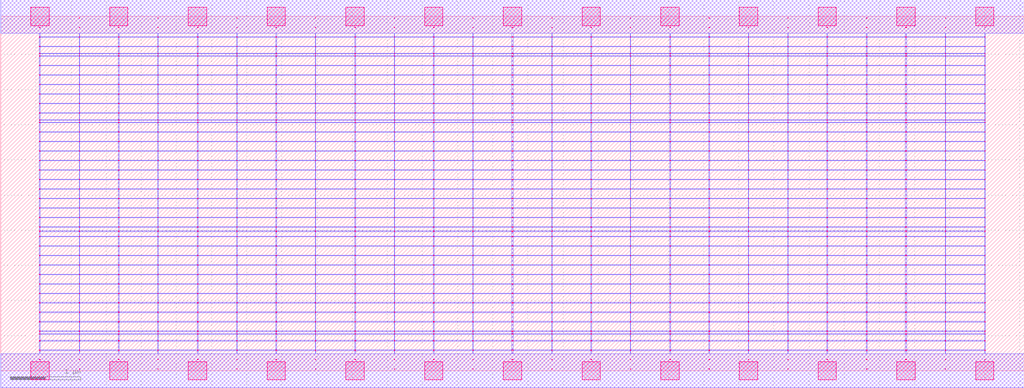
<source format=lef>
MACRO OAOOOAI21132_DEBUG
 CLASS CORE ;
 FOREIGN OAOOOAI21132_DEBUG 0 0 ;
 SIZE 14.56 BY 5.04 ;
 ORIGIN 0 0 ;
 SYMMETRY X Y R90 ;
 SITE unit ;

 OBS
    LAYER polycont ;
     RECT 7.27100000 2.58300000 7.28900000 2.59100000 ;
     RECT 7.27100000 2.71800000 7.28900000 2.72600000 ;
     RECT 7.27100000 2.85300000 7.28900000 2.86100000 ;
     RECT 7.27100000 2.98800000 7.28900000 2.99600000 ;
     RECT 9.51600000 2.58300000 9.52900000 2.59100000 ;
     RECT 10.07600000 2.58300000 10.08400000 2.59100000 ;
     RECT 10.63100000 2.58300000 10.64400000 2.59100000 ;
     RECT 11.19600000 2.58300000 11.20400000 2.59100000 ;
     RECT 11.75100000 2.58300000 11.76900000 2.59100000 ;
     RECT 12.31600000 2.58300000 12.32400000 2.59100000 ;
     RECT 12.87100000 2.58300000 12.88900000 2.59100000 ;
     RECT 13.43600000 2.58300000 13.44400000 2.59100000 ;
     RECT 13.99600000 2.58300000 14.00900000 2.59100000 ;
     RECT 7.83600000 2.58300000 7.84400000 2.59100000 ;
     RECT 7.83600000 2.71800000 7.84400000 2.72600000 ;
     RECT 8.39100000 2.71800000 8.40900000 2.72600000 ;
     RECT 8.95600000 2.71800000 8.96400000 2.72600000 ;
     RECT 9.51600000 2.71800000 9.52900000 2.72600000 ;
     RECT 10.07600000 2.71800000 10.08400000 2.72600000 ;
     RECT 10.63100000 2.71800000 10.64400000 2.72600000 ;
     RECT 11.19600000 2.71800000 11.20400000 2.72600000 ;
     RECT 11.75100000 2.71800000 11.76900000 2.72600000 ;
     RECT 12.31600000 2.71800000 12.32400000 2.72600000 ;
     RECT 12.87100000 2.71800000 12.88900000 2.72600000 ;
     RECT 13.43600000 2.71800000 13.44400000 2.72600000 ;
     RECT 13.99600000 2.71800000 14.00900000 2.72600000 ;
     RECT 8.39100000 2.58300000 8.40900000 2.59100000 ;
     RECT 7.83600000 2.85300000 7.84400000 2.86100000 ;
     RECT 8.39100000 2.85300000 8.40900000 2.86100000 ;
     RECT 8.95600000 2.85300000 8.96400000 2.86100000 ;
     RECT 9.51600000 2.85300000 9.52900000 2.86100000 ;
     RECT 10.07600000 2.85300000 10.08400000 2.86100000 ;
     RECT 10.63100000 2.85300000 10.64400000 2.86100000 ;
     RECT 11.19600000 2.85300000 11.20400000 2.86100000 ;
     RECT 11.75100000 2.85300000 11.76900000 2.86100000 ;
     RECT 12.31600000 2.85300000 12.32400000 2.86100000 ;
     RECT 12.87100000 2.85300000 12.88900000 2.86100000 ;
     RECT 13.43600000 2.85300000 13.44400000 2.86100000 ;
     RECT 13.99600000 2.85300000 14.00900000 2.86100000 ;
     RECT 8.95600000 2.58300000 8.96400000 2.59100000 ;
     RECT 7.83600000 2.98800000 7.84400000 2.99600000 ;
     RECT 8.39100000 2.98800000 8.40900000 2.99600000 ;
     RECT 8.95600000 2.98800000 8.96400000 2.99600000 ;
     RECT 9.51600000 2.98800000 9.52900000 2.99600000 ;
     RECT 10.07600000 2.98800000 10.08400000 2.99600000 ;
     RECT 10.63100000 2.98800000 10.64400000 2.99600000 ;
     RECT 11.19600000 2.98800000 11.20400000 2.99600000 ;
     RECT 11.75100000 2.98800000 11.76900000 2.99600000 ;
     RECT 12.31600000 2.98800000 12.32400000 2.99600000 ;
     RECT 12.87100000 2.98800000 12.88900000 2.99600000 ;
     RECT 13.43600000 2.98800000 13.44400000 2.99600000 ;
     RECT 13.99600000 2.98800000 14.00900000 2.99600000 ;
     RECT 10.07600000 3.12300000 10.08400000 3.13100000 ;
     RECT 10.07600000 3.25800000 10.08400000 3.26600000 ;
     RECT 10.07600000 3.39300000 10.08400000 3.40100000 ;
     RECT 10.07600000 3.52800000 10.08400000 3.53600000 ;
     RECT 10.07600000 3.56100000 10.08400000 3.56900000 ;
     RECT 10.07600000 3.66300000 10.08400000 3.67100000 ;
     RECT 10.07600000 3.79800000 10.08400000 3.80600000 ;
     RECT 10.07600000 3.93300000 10.08400000 3.94100000 ;
     RECT 10.07600000 4.06800000 10.08400000 4.07600000 ;
     RECT 10.07600000 4.20300000 10.08400000 4.21100000 ;
     RECT 10.07600000 4.33800000 10.08400000 4.34600000 ;
     RECT 10.07600000 4.47300000 10.08400000 4.48100000 ;
     RECT 10.07600000 4.51100000 10.08400000 4.51900000 ;
     RECT 10.07600000 4.60800000 10.08400000 4.61600000 ;
     RECT 10.07600000 4.74300000 10.08400000 4.75100000 ;
     RECT 10.07600000 4.87800000 10.08400000 4.88600000 ;
     RECT 4.47600000 2.71800000 4.48400000 2.72600000 ;
     RECT 5.03600000 2.71800000 5.04900000 2.72600000 ;
     RECT 5.59600000 2.71800000 5.60400000 2.72600000 ;
     RECT 6.15100000 2.71800000 6.16400000 2.72600000 ;
     RECT 6.71600000 2.71800000 6.72400000 2.72600000 ;
     RECT 1.11600000 2.58300000 1.12400000 2.59100000 ;
     RECT 1.67100000 2.58300000 1.68900000 2.59100000 ;
     RECT 0.55100000 2.98800000 0.56400000 2.99600000 ;
     RECT 1.11600000 2.98800000 1.12400000 2.99600000 ;
     RECT 1.67100000 2.98800000 1.68900000 2.99600000 ;
     RECT 2.23600000 2.98800000 2.24400000 2.99600000 ;
     RECT 2.79600000 2.98800000 2.80900000 2.99600000 ;
     RECT 3.35600000 2.98800000 3.36400000 2.99600000 ;
     RECT 3.91100000 2.98800000 3.92400000 2.99600000 ;
     RECT 4.47600000 2.98800000 4.48400000 2.99600000 ;
     RECT 5.03600000 2.98800000 5.04900000 2.99600000 ;
     RECT 5.59600000 2.98800000 5.60400000 2.99600000 ;
     RECT 6.15100000 2.98800000 6.16400000 2.99600000 ;
     RECT 6.71600000 2.98800000 6.72400000 2.99600000 ;
     RECT 2.23600000 2.58300000 2.24400000 2.59100000 ;
     RECT 2.79600000 2.58300000 2.80900000 2.59100000 ;
     RECT 3.35600000 2.58300000 3.36400000 2.59100000 ;
     RECT 3.91100000 2.58300000 3.92400000 2.59100000 ;
     RECT 4.47600000 2.58300000 4.48400000 2.59100000 ;
     RECT 5.03600000 2.58300000 5.04900000 2.59100000 ;
     RECT 5.59600000 2.58300000 5.60400000 2.59100000 ;
     RECT 6.15100000 2.58300000 6.16400000 2.59100000 ;
     RECT 6.71600000 2.58300000 6.72400000 2.59100000 ;
     RECT 0.55100000 2.58300000 0.56400000 2.59100000 ;
     RECT 0.55100000 2.71800000 0.56400000 2.72600000 ;
     RECT 0.55100000 2.85300000 0.56400000 2.86100000 ;
     RECT 1.11600000 2.85300000 1.12400000 2.86100000 ;
     RECT 3.35600000 3.12300000 3.36400000 3.13100000 ;
     RECT 5.59600000 3.12300000 5.60400000 3.13100000 ;
     RECT 1.67100000 2.85300000 1.68900000 2.86100000 ;
     RECT 3.35600000 3.25800000 3.36400000 3.26600000 ;
     RECT 5.59600000 3.25800000 5.60400000 3.26600000 ;
     RECT 2.23600000 2.85300000 2.24400000 2.86100000 ;
     RECT 3.35600000 3.39300000 3.36400000 3.40100000 ;
     RECT 5.59600000 3.39300000 5.60400000 3.40100000 ;
     RECT 2.79600000 2.85300000 2.80900000 2.86100000 ;
     RECT 3.35600000 3.52800000 3.36400000 3.53600000 ;
     RECT 5.59600000 3.52800000 5.60400000 3.53600000 ;
     RECT 3.35600000 2.85300000 3.36400000 2.86100000 ;
     RECT 3.35600000 3.56100000 3.36400000 3.56900000 ;
     RECT 5.59600000 3.56100000 5.60400000 3.56900000 ;
     RECT 3.91100000 2.85300000 3.92400000 2.86100000 ;
     RECT 3.35600000 3.66300000 3.36400000 3.67100000 ;
     RECT 5.59600000 3.66300000 5.60400000 3.67100000 ;
     RECT 4.47600000 2.85300000 4.48400000 2.86100000 ;
     RECT 3.35600000 3.79800000 3.36400000 3.80600000 ;
     RECT 5.59600000 3.79800000 5.60400000 3.80600000 ;
     RECT 5.03600000 2.85300000 5.04900000 2.86100000 ;
     RECT 3.35600000 3.93300000 3.36400000 3.94100000 ;
     RECT 5.59600000 3.93300000 5.60400000 3.94100000 ;
     RECT 5.59600000 2.85300000 5.60400000 2.86100000 ;
     RECT 3.35600000 4.06800000 3.36400000 4.07600000 ;
     RECT 5.59600000 4.06800000 5.60400000 4.07600000 ;
     RECT 6.15100000 2.85300000 6.16400000 2.86100000 ;
     RECT 3.35600000 4.20300000 3.36400000 4.21100000 ;
     RECT 5.59600000 4.20300000 5.60400000 4.21100000 ;
     RECT 6.71600000 2.85300000 6.72400000 2.86100000 ;
     RECT 3.35600000 4.33800000 3.36400000 4.34600000 ;
     RECT 5.59600000 4.33800000 5.60400000 4.34600000 ;
     RECT 1.11600000 2.71800000 1.12400000 2.72600000 ;
     RECT 3.35600000 4.47300000 3.36400000 4.48100000 ;
     RECT 5.59600000 4.47300000 5.60400000 4.48100000 ;
     RECT 1.67100000 2.71800000 1.68900000 2.72600000 ;
     RECT 3.35600000 4.51100000 3.36400000 4.51900000 ;
     RECT 5.59600000 4.51100000 5.60400000 4.51900000 ;
     RECT 2.23600000 2.71800000 2.24400000 2.72600000 ;
     RECT 3.35600000 4.60800000 3.36400000 4.61600000 ;
     RECT 5.59600000 4.60800000 5.60400000 4.61600000 ;
     RECT 2.79600000 2.71800000 2.80900000 2.72600000 ;
     RECT 3.35600000 4.74300000 3.36400000 4.75100000 ;
     RECT 5.59600000 4.74300000 5.60400000 4.75100000 ;
     RECT 3.35600000 2.71800000 3.36400000 2.72600000 ;
     RECT 3.35600000 4.87800000 3.36400000 4.88600000 ;
     RECT 5.59600000 4.87800000 5.60400000 4.88600000 ;
     RECT 3.91100000 2.71800000 3.92400000 2.72600000 ;
     RECT 13.43600000 1.23300000 13.44400000 1.24100000 ;
     RECT 13.99600000 1.23300000 14.00900000 1.24100000 ;
     RECT 7.83600000 1.36800000 7.84400000 1.37600000 ;
     RECT 12.31600000 1.36800000 12.32400000 1.37600000 ;
     RECT 12.87100000 1.36800000 12.88900000 1.37600000 ;
     RECT 13.43600000 1.36800000 13.44400000 1.37600000 ;
     RECT 13.99600000 1.36800000 14.00900000 1.37600000 ;
     RECT 7.83600000 1.50300000 7.84400000 1.51100000 ;
     RECT 12.31600000 1.50300000 12.32400000 1.51100000 ;
     RECT 12.87100000 1.50300000 12.88900000 1.51100000 ;
     RECT 13.43600000 1.50300000 13.44400000 1.51100000 ;
     RECT 13.99600000 1.50300000 14.00900000 1.51100000 ;
     RECT 7.83600000 1.63800000 7.84400000 1.64600000 ;
     RECT 12.31600000 1.63800000 12.32400000 1.64600000 ;
     RECT 12.87100000 1.63800000 12.88900000 1.64600000 ;
     RECT 13.43600000 1.63800000 13.44400000 1.64600000 ;
     RECT 13.99600000 1.63800000 14.00900000 1.64600000 ;
     RECT 7.83600000 1.77300000 7.84400000 1.78100000 ;
     RECT 12.31600000 1.77300000 12.32400000 1.78100000 ;
     RECT 12.87100000 1.77300000 12.88900000 1.78100000 ;
     RECT 13.43600000 1.77300000 13.44400000 1.78100000 ;
     RECT 13.99600000 1.77300000 14.00900000 1.78100000 ;
     RECT 7.83600000 1.90800000 7.84400000 1.91600000 ;
     RECT 12.31600000 1.90800000 12.32400000 1.91600000 ;
     RECT 12.87100000 1.90800000 12.88900000 1.91600000 ;
     RECT 13.43600000 1.90800000 13.44400000 1.91600000 ;
     RECT 13.99600000 1.90800000 14.00900000 1.91600000 ;
     RECT 7.83600000 1.98100000 7.84400000 1.98900000 ;
     RECT 12.31600000 1.98100000 12.32400000 1.98900000 ;
     RECT 12.87100000 1.98100000 12.88900000 1.98900000 ;
     RECT 13.43600000 1.98100000 13.44400000 1.98900000 ;
     RECT 13.99600000 1.98100000 14.00900000 1.98900000 ;
     RECT 7.83600000 2.04300000 7.84400000 2.05100000 ;
     RECT 12.31600000 2.04300000 12.32400000 2.05100000 ;
     RECT 12.87100000 2.04300000 12.88900000 2.05100000 ;
     RECT 13.43600000 2.04300000 13.44400000 2.05100000 ;
     RECT 13.99600000 2.04300000 14.00900000 2.05100000 ;
     RECT 7.83600000 2.17800000 7.84400000 2.18600000 ;
     RECT 12.31600000 2.17800000 12.32400000 2.18600000 ;
     RECT 12.87100000 2.17800000 12.88900000 2.18600000 ;
     RECT 13.43600000 2.17800000 13.44400000 2.18600000 ;
     RECT 13.99600000 2.17800000 14.00900000 2.18600000 ;
     RECT 7.83600000 2.31300000 7.84400000 2.32100000 ;
     RECT 12.31600000 2.31300000 12.32400000 2.32100000 ;
     RECT 12.87100000 2.31300000 12.88900000 2.32100000 ;
     RECT 13.43600000 2.31300000 13.44400000 2.32100000 ;
     RECT 13.99600000 2.31300000 14.00900000 2.32100000 ;
     RECT 7.83600000 2.44800000 7.84400000 2.45600000 ;
     RECT 12.31600000 2.44800000 12.32400000 2.45600000 ;
     RECT 12.87100000 2.44800000 12.88900000 2.45600000 ;
     RECT 13.43600000 2.44800000 13.44400000 2.45600000 ;
     RECT 13.99600000 2.44800000 14.00900000 2.45600000 ;
     RECT 7.83600000 0.15300000 7.84400000 0.16100000 ;
     RECT 12.31600000 0.15300000 12.32400000 0.16100000 ;
     RECT 12.87100000 0.15300000 12.88900000 0.16100000 ;
     RECT 13.43600000 0.15300000 13.44400000 0.16100000 ;
     RECT 13.99600000 0.15300000 14.00900000 0.16100000 ;
     RECT 7.83600000 0.28800000 7.84400000 0.29600000 ;
     RECT 12.31600000 0.28800000 12.32400000 0.29600000 ;
     RECT 12.87100000 0.28800000 12.88900000 0.29600000 ;
     RECT 13.43600000 0.28800000 13.44400000 0.29600000 ;
     RECT 13.99600000 0.28800000 14.00900000 0.29600000 ;
     RECT 7.83600000 0.42300000 7.84400000 0.43100000 ;
     RECT 12.31600000 0.42300000 12.32400000 0.43100000 ;
     RECT 12.87100000 0.42300000 12.88900000 0.43100000 ;
     RECT 13.43600000 0.42300000 13.44400000 0.43100000 ;
     RECT 13.99600000 0.42300000 14.00900000 0.43100000 ;
     RECT 7.83600000 0.52100000 7.84400000 0.52900000 ;
     RECT 12.31600000 0.52100000 12.32400000 0.52900000 ;
     RECT 12.87100000 0.52100000 12.88900000 0.52900000 ;
     RECT 13.43600000 0.52100000 13.44400000 0.52900000 ;
     RECT 13.99600000 0.52100000 14.00900000 0.52900000 ;
     RECT 7.83600000 0.55800000 7.84400000 0.56600000 ;
     RECT 12.31600000 0.55800000 12.32400000 0.56600000 ;
     RECT 12.87100000 0.55800000 12.88900000 0.56600000 ;
     RECT 13.43600000 0.55800000 13.44400000 0.56600000 ;
     RECT 13.99600000 0.55800000 14.00900000 0.56600000 ;
     RECT 7.83600000 0.69300000 7.84400000 0.70100000 ;
     RECT 12.31600000 0.69300000 12.32400000 0.70100000 ;
     RECT 12.87100000 0.69300000 12.88900000 0.70100000 ;
     RECT 13.43600000 0.69300000 13.44400000 0.70100000 ;
     RECT 13.99600000 0.69300000 14.00900000 0.70100000 ;
     RECT 7.83600000 0.82800000 7.84400000 0.83600000 ;
     RECT 12.31600000 0.82800000 12.32400000 0.83600000 ;
     RECT 12.87100000 0.82800000 12.88900000 0.83600000 ;
     RECT 13.43600000 0.82800000 13.44400000 0.83600000 ;
     RECT 13.99600000 0.82800000 14.00900000 0.83600000 ;
     RECT 7.83600000 0.96300000 7.84400000 0.97100000 ;
     RECT 12.31600000 0.96300000 12.32400000 0.97100000 ;
     RECT 12.87100000 0.96300000 12.88900000 0.97100000 ;
     RECT 13.43600000 0.96300000 13.44400000 0.97100000 ;
     RECT 13.99600000 0.96300000 14.00900000 0.97100000 ;
     RECT 7.83600000 1.09800000 7.84400000 1.10600000 ;
     RECT 12.31600000 1.09800000 12.32400000 1.10600000 ;
     RECT 12.87100000 1.09800000 12.88900000 1.10600000 ;
     RECT 13.43600000 1.09800000 13.44400000 1.10600000 ;
     RECT 13.99600000 1.09800000 14.00900000 1.10600000 ;
     RECT 7.83600000 1.23300000 7.84400000 1.24100000 ;
     RECT 12.31600000 1.23300000 12.32400000 1.24100000 ;
     RECT 12.87100000 1.23300000 12.88900000 1.24100000 ;

    LAYER pdiffc ;
     RECT 0.55100000 3.39300000 0.55900000 3.40100000 ;
     RECT 2.80100000 3.39300000 2.80900000 3.40100000 ;
     RECT 3.91100000 3.39300000 3.91900000 3.40100000 ;
     RECT 5.04100000 3.39300000 5.04900000 3.40100000 ;
     RECT 6.15100000 3.39300000 6.15900000 3.40100000 ;
     RECT 9.52100000 3.39300000 9.52900000 3.40100000 ;
     RECT 10.63100000 3.39300000 10.63900000 3.40100000 ;
     RECT 14.00100000 3.39300000 14.00900000 3.40100000 ;
     RECT 0.55100000 3.52800000 0.55900000 3.53600000 ;
     RECT 2.80100000 3.52800000 2.80900000 3.53600000 ;
     RECT 3.91100000 3.52800000 3.91900000 3.53600000 ;
     RECT 5.04100000 3.52800000 5.04900000 3.53600000 ;
     RECT 6.15100000 3.52800000 6.15900000 3.53600000 ;
     RECT 9.52100000 3.52800000 9.52900000 3.53600000 ;
     RECT 10.63100000 3.52800000 10.63900000 3.53600000 ;
     RECT 14.00100000 3.52800000 14.00900000 3.53600000 ;
     RECT 0.55100000 3.56100000 0.55900000 3.56900000 ;
     RECT 2.80100000 3.56100000 2.80900000 3.56900000 ;
     RECT 3.91100000 3.56100000 3.91900000 3.56900000 ;
     RECT 5.04100000 3.56100000 5.04900000 3.56900000 ;
     RECT 6.15100000 3.56100000 6.15900000 3.56900000 ;
     RECT 9.52100000 3.56100000 9.52900000 3.56900000 ;
     RECT 10.63100000 3.56100000 10.63900000 3.56900000 ;
     RECT 14.00100000 3.56100000 14.00900000 3.56900000 ;
     RECT 0.55100000 3.66300000 0.55900000 3.67100000 ;
     RECT 2.80100000 3.66300000 2.80900000 3.67100000 ;
     RECT 3.91100000 3.66300000 3.91900000 3.67100000 ;
     RECT 5.04100000 3.66300000 5.04900000 3.67100000 ;
     RECT 6.15100000 3.66300000 6.15900000 3.67100000 ;
     RECT 9.52100000 3.66300000 9.52900000 3.67100000 ;
     RECT 10.63100000 3.66300000 10.63900000 3.67100000 ;
     RECT 14.00100000 3.66300000 14.00900000 3.67100000 ;
     RECT 0.55100000 3.79800000 0.55900000 3.80600000 ;
     RECT 2.80100000 3.79800000 2.80900000 3.80600000 ;
     RECT 3.91100000 3.79800000 3.91900000 3.80600000 ;
     RECT 5.04100000 3.79800000 5.04900000 3.80600000 ;
     RECT 6.15100000 3.79800000 6.15900000 3.80600000 ;
     RECT 9.52100000 3.79800000 9.52900000 3.80600000 ;
     RECT 10.63100000 3.79800000 10.63900000 3.80600000 ;
     RECT 14.00100000 3.79800000 14.00900000 3.80600000 ;
     RECT 0.55100000 3.93300000 0.55900000 3.94100000 ;
     RECT 2.80100000 3.93300000 2.80900000 3.94100000 ;
     RECT 3.91100000 3.93300000 3.91900000 3.94100000 ;
     RECT 5.04100000 3.93300000 5.04900000 3.94100000 ;
     RECT 6.15100000 3.93300000 6.15900000 3.94100000 ;
     RECT 9.52100000 3.93300000 9.52900000 3.94100000 ;
     RECT 10.63100000 3.93300000 10.63900000 3.94100000 ;
     RECT 14.00100000 3.93300000 14.00900000 3.94100000 ;
     RECT 0.55100000 4.06800000 0.55900000 4.07600000 ;
     RECT 2.80100000 4.06800000 2.80900000 4.07600000 ;
     RECT 3.91100000 4.06800000 3.91900000 4.07600000 ;
     RECT 5.04100000 4.06800000 5.04900000 4.07600000 ;
     RECT 6.15100000 4.06800000 6.15900000 4.07600000 ;
     RECT 9.52100000 4.06800000 9.52900000 4.07600000 ;
     RECT 10.63100000 4.06800000 10.63900000 4.07600000 ;
     RECT 14.00100000 4.06800000 14.00900000 4.07600000 ;
     RECT 0.55100000 4.20300000 0.55900000 4.21100000 ;
     RECT 2.80100000 4.20300000 2.80900000 4.21100000 ;
     RECT 3.91100000 4.20300000 3.91900000 4.21100000 ;
     RECT 5.04100000 4.20300000 5.04900000 4.21100000 ;
     RECT 6.15100000 4.20300000 6.15900000 4.21100000 ;
     RECT 9.52100000 4.20300000 9.52900000 4.21100000 ;
     RECT 10.63100000 4.20300000 10.63900000 4.21100000 ;
     RECT 14.00100000 4.20300000 14.00900000 4.21100000 ;
     RECT 0.55100000 4.33800000 0.55900000 4.34600000 ;
     RECT 2.80100000 4.33800000 2.80900000 4.34600000 ;
     RECT 3.91100000 4.33800000 3.91900000 4.34600000 ;
     RECT 5.04100000 4.33800000 5.04900000 4.34600000 ;
     RECT 6.15100000 4.33800000 6.15900000 4.34600000 ;
     RECT 9.52100000 4.33800000 9.52900000 4.34600000 ;
     RECT 10.63100000 4.33800000 10.63900000 4.34600000 ;
     RECT 14.00100000 4.33800000 14.00900000 4.34600000 ;
     RECT 0.55100000 4.47300000 0.55900000 4.48100000 ;
     RECT 2.80100000 4.47300000 2.80900000 4.48100000 ;
     RECT 3.91100000 4.47300000 3.91900000 4.48100000 ;
     RECT 5.04100000 4.47300000 5.04900000 4.48100000 ;
     RECT 6.15100000 4.47300000 6.15900000 4.48100000 ;
     RECT 9.52100000 4.47300000 9.52900000 4.48100000 ;
     RECT 10.63100000 4.47300000 10.63900000 4.48100000 ;
     RECT 14.00100000 4.47300000 14.00900000 4.48100000 ;
     RECT 0.55100000 4.51100000 0.55900000 4.51900000 ;
     RECT 2.80100000 4.51100000 2.80900000 4.51900000 ;
     RECT 3.91100000 4.51100000 3.91900000 4.51900000 ;
     RECT 5.04100000 4.51100000 5.04900000 4.51900000 ;
     RECT 6.15100000 4.51100000 6.15900000 4.51900000 ;
     RECT 9.52100000 4.51100000 9.52900000 4.51900000 ;
     RECT 10.63100000 4.51100000 10.63900000 4.51900000 ;
     RECT 14.00100000 4.51100000 14.00900000 4.51900000 ;
     RECT 0.55100000 4.60800000 0.55900000 4.61600000 ;
     RECT 2.80100000 4.60800000 2.80900000 4.61600000 ;
     RECT 3.91100000 4.60800000 3.91900000 4.61600000 ;
     RECT 5.04100000 4.60800000 5.04900000 4.61600000 ;
     RECT 6.15100000 4.60800000 6.15900000 4.61600000 ;
     RECT 9.52100000 4.60800000 9.52900000 4.61600000 ;
     RECT 10.63100000 4.60800000 10.63900000 4.61600000 ;
     RECT 14.00100000 4.60800000 14.00900000 4.61600000 ;

    LAYER ndiffc ;
     RECT 6.15100000 0.42300000 6.16400000 0.43100000 ;
     RECT 6.15100000 0.52100000 6.16400000 0.52900000 ;
     RECT 6.15100000 0.55800000 6.16400000 0.56600000 ;
     RECT 6.15100000 0.69300000 6.16400000 0.70100000 ;
     RECT 6.15100000 0.82800000 6.16400000 0.83600000 ;
     RECT 6.15100000 0.96300000 6.16400000 0.97100000 ;
     RECT 6.15100000 1.09800000 6.16400000 1.10600000 ;
     RECT 6.15100000 1.23300000 6.16400000 1.24100000 ;
     RECT 6.15100000 1.36800000 6.16400000 1.37600000 ;
     RECT 6.15100000 1.50300000 6.16400000 1.51100000 ;
     RECT 6.15100000 1.63800000 6.16400000 1.64600000 ;
     RECT 6.15100000 1.77300000 6.16400000 1.78100000 ;
     RECT 6.15100000 1.90800000 6.16400000 1.91600000 ;
     RECT 6.15100000 1.98100000 6.16400000 1.98900000 ;
     RECT 6.15100000 2.04300000 6.16400000 2.05100000 ;
     RECT 9.51600000 0.55800000 9.52900000 0.56600000 ;
     RECT 10.63100000 0.55800000 10.64400000 0.56600000 ;
     RECT 11.75100000 0.55800000 11.76900000 0.56600000 ;
     RECT 9.51600000 0.42300000 9.52900000 0.43100000 ;
     RECT 7.27100000 0.69300000 7.28900000 0.70100000 ;
     RECT 8.39100000 0.69300000 8.40900000 0.70100000 ;
     RECT 9.51600000 0.69300000 9.52900000 0.70100000 ;
     RECT 10.63100000 0.69300000 10.64400000 0.70100000 ;
     RECT 11.75100000 0.69300000 11.76900000 0.70100000 ;
     RECT 10.63100000 0.42300000 10.64400000 0.43100000 ;
     RECT 7.27100000 0.82800000 7.28900000 0.83600000 ;
     RECT 8.39100000 0.82800000 8.40900000 0.83600000 ;
     RECT 9.51600000 0.82800000 9.52900000 0.83600000 ;
     RECT 10.63100000 0.82800000 10.64400000 0.83600000 ;
     RECT 11.75100000 0.82800000 11.76900000 0.83600000 ;
     RECT 11.75100000 0.42300000 11.76900000 0.43100000 ;
     RECT 7.27100000 0.96300000 7.28900000 0.97100000 ;
     RECT 8.39100000 0.96300000 8.40900000 0.97100000 ;
     RECT 9.51600000 0.96300000 9.52900000 0.97100000 ;
     RECT 10.63100000 0.96300000 10.64400000 0.97100000 ;
     RECT 11.75100000 0.96300000 11.76900000 0.97100000 ;
     RECT 7.27100000 0.42300000 7.28900000 0.43100000 ;
     RECT 7.27100000 1.09800000 7.28900000 1.10600000 ;
     RECT 8.39100000 1.09800000 8.40900000 1.10600000 ;
     RECT 9.51600000 1.09800000 9.52900000 1.10600000 ;
     RECT 10.63100000 1.09800000 10.64400000 1.10600000 ;
     RECT 11.75100000 1.09800000 11.76900000 1.10600000 ;
     RECT 7.27100000 0.52100000 7.28900000 0.52900000 ;
     RECT 7.27100000 1.23300000 7.28900000 1.24100000 ;
     RECT 8.39100000 1.23300000 8.40900000 1.24100000 ;
     RECT 9.51600000 1.23300000 9.52900000 1.24100000 ;
     RECT 10.63100000 1.23300000 10.64400000 1.24100000 ;
     RECT 11.75100000 1.23300000 11.76900000 1.24100000 ;
     RECT 8.39100000 0.52100000 8.40900000 0.52900000 ;
     RECT 7.27100000 1.36800000 7.28900000 1.37600000 ;
     RECT 8.39100000 1.36800000 8.40900000 1.37600000 ;
     RECT 9.51600000 1.36800000 9.52900000 1.37600000 ;
     RECT 10.63100000 1.36800000 10.64400000 1.37600000 ;
     RECT 11.75100000 1.36800000 11.76900000 1.37600000 ;
     RECT 9.51600000 0.52100000 9.52900000 0.52900000 ;
     RECT 7.27100000 1.50300000 7.28900000 1.51100000 ;
     RECT 8.39100000 1.50300000 8.40900000 1.51100000 ;
     RECT 9.51600000 1.50300000 9.52900000 1.51100000 ;
     RECT 10.63100000 1.50300000 10.64400000 1.51100000 ;
     RECT 11.75100000 1.50300000 11.76900000 1.51100000 ;
     RECT 10.63100000 0.52100000 10.64400000 0.52900000 ;
     RECT 7.27100000 1.63800000 7.28900000 1.64600000 ;
     RECT 8.39100000 1.63800000 8.40900000 1.64600000 ;
     RECT 9.51600000 1.63800000 9.52900000 1.64600000 ;
     RECT 10.63100000 1.63800000 10.64400000 1.64600000 ;
     RECT 11.75100000 1.63800000 11.76900000 1.64600000 ;
     RECT 11.75100000 0.52100000 11.76900000 0.52900000 ;
     RECT 7.27100000 1.77300000 7.28900000 1.78100000 ;
     RECT 8.39100000 1.77300000 8.40900000 1.78100000 ;
     RECT 9.51600000 1.77300000 9.52900000 1.78100000 ;
     RECT 10.63100000 1.77300000 10.64400000 1.78100000 ;
     RECT 11.75100000 1.77300000 11.76900000 1.78100000 ;
     RECT 8.39100000 0.42300000 8.40900000 0.43100000 ;
     RECT 7.27100000 1.90800000 7.28900000 1.91600000 ;
     RECT 8.39100000 1.90800000 8.40900000 1.91600000 ;
     RECT 9.51600000 1.90800000 9.52900000 1.91600000 ;
     RECT 10.63100000 1.90800000 10.64400000 1.91600000 ;
     RECT 11.75100000 1.90800000 11.76900000 1.91600000 ;
     RECT 7.27100000 0.55800000 7.28900000 0.56600000 ;
     RECT 7.27100000 1.98100000 7.28900000 1.98900000 ;
     RECT 8.39100000 1.98100000 8.40900000 1.98900000 ;
     RECT 9.51600000 1.98100000 9.52900000 1.98900000 ;
     RECT 10.63100000 1.98100000 10.64400000 1.98900000 ;
     RECT 11.75100000 1.98100000 11.76900000 1.98900000 ;
     RECT 8.39100000 0.55800000 8.40900000 0.56600000 ;
     RECT 7.27100000 2.04300000 7.28900000 2.05100000 ;
     RECT 8.39100000 2.04300000 8.40900000 2.05100000 ;
     RECT 9.51600000 2.04300000 9.52900000 2.05100000 ;
     RECT 10.63100000 2.04300000 10.64400000 2.05100000 ;
     RECT 11.75100000 2.04300000 11.76900000 2.05100000 ;
     RECT 2.79600000 1.36800000 2.80900000 1.37600000 ;
     RECT 3.91100000 1.36800000 3.92400000 1.37600000 ;
     RECT 5.03600000 1.36800000 5.04900000 1.37600000 ;
     RECT 5.03600000 0.82800000 5.04900000 0.83600000 ;
     RECT 2.79600000 0.55800000 2.80900000 0.56600000 ;
     RECT 3.91100000 0.55800000 3.92400000 0.56600000 ;
     RECT 5.03600000 0.55800000 5.04900000 0.56600000 ;
     RECT 1.67100000 0.52100000 1.68900000 0.52900000 ;
     RECT 2.79600000 0.52100000 2.80900000 0.52900000 ;
     RECT 0.55100000 1.50300000 0.56400000 1.51100000 ;
     RECT 1.67100000 1.50300000 1.68900000 1.51100000 ;
     RECT 2.79600000 1.50300000 2.80900000 1.51100000 ;
     RECT 3.91100000 1.50300000 3.92400000 1.51100000 ;
     RECT 5.03600000 1.50300000 5.04900000 1.51100000 ;
     RECT 3.91100000 0.52100000 3.92400000 0.52900000 ;
     RECT 0.55100000 0.96300000 0.56400000 0.97100000 ;
     RECT 1.67100000 0.96300000 1.68900000 0.97100000 ;
     RECT 2.79600000 0.96300000 2.80900000 0.97100000 ;
     RECT 3.91100000 0.96300000 3.92400000 0.97100000 ;
     RECT 5.03600000 0.96300000 5.04900000 0.97100000 ;
     RECT 0.55100000 1.63800000 0.56400000 1.64600000 ;
     RECT 1.67100000 1.63800000 1.68900000 1.64600000 ;
     RECT 2.79600000 1.63800000 2.80900000 1.64600000 ;
     RECT 3.91100000 1.63800000 3.92400000 1.64600000 ;
     RECT 5.03600000 1.63800000 5.04900000 1.64600000 ;
     RECT 5.03600000 0.52100000 5.04900000 0.52900000 ;
     RECT 1.67100000 0.42300000 1.68900000 0.43100000 ;
     RECT 2.79600000 0.42300000 2.80900000 0.43100000 ;
     RECT 0.55100000 0.69300000 0.56400000 0.70100000 ;
     RECT 1.67100000 0.69300000 1.68900000 0.70100000 ;
     RECT 2.79600000 0.69300000 2.80900000 0.70100000 ;
     RECT 0.55100000 1.77300000 0.56400000 1.78100000 ;
     RECT 1.67100000 1.77300000 1.68900000 1.78100000 ;
     RECT 2.79600000 1.77300000 2.80900000 1.78100000 ;
     RECT 3.91100000 1.77300000 3.92400000 1.78100000 ;
     RECT 5.03600000 1.77300000 5.04900000 1.78100000 ;
     RECT 0.55100000 1.09800000 0.56400000 1.10600000 ;
     RECT 1.67100000 1.09800000 1.68900000 1.10600000 ;
     RECT 2.79600000 1.09800000 2.80900000 1.10600000 ;
     RECT 3.91100000 1.09800000 3.92400000 1.10600000 ;
     RECT 5.03600000 1.09800000 5.04900000 1.10600000 ;
     RECT 3.91100000 0.69300000 3.92400000 0.70100000 ;
     RECT 0.55100000 1.90800000 0.56400000 1.91600000 ;
     RECT 1.67100000 1.90800000 1.68900000 1.91600000 ;
     RECT 2.79600000 1.90800000 2.80900000 1.91600000 ;
     RECT 3.91100000 1.90800000 3.92400000 1.91600000 ;
     RECT 5.03600000 1.90800000 5.04900000 1.91600000 ;
     RECT 5.03600000 0.69300000 5.04900000 0.70100000 ;
     RECT 3.91100000 0.42300000 3.92400000 0.43100000 ;
     RECT 5.03600000 0.42300000 5.04900000 0.43100000 ;
     RECT 0.55100000 0.42300000 0.56400000 0.43100000 ;
     RECT 0.55100000 0.52100000 0.56400000 0.52900000 ;
     RECT 0.55100000 1.23300000 0.56400000 1.24100000 ;
     RECT 0.55100000 1.98100000 0.56400000 1.98900000 ;
     RECT 1.67100000 1.98100000 1.68900000 1.98900000 ;
     RECT 2.79600000 1.98100000 2.80900000 1.98900000 ;
     RECT 3.91100000 1.98100000 3.92400000 1.98900000 ;
     RECT 5.03600000 1.98100000 5.04900000 1.98900000 ;
     RECT 1.67100000 1.23300000 1.68900000 1.24100000 ;
     RECT 2.79600000 1.23300000 2.80900000 1.24100000 ;
     RECT 3.91100000 1.23300000 3.92400000 1.24100000 ;
     RECT 5.03600000 1.23300000 5.04900000 1.24100000 ;
     RECT 0.55100000 0.55800000 0.56400000 0.56600000 ;
     RECT 1.67100000 0.55800000 1.68900000 0.56600000 ;
     RECT 0.55100000 2.04300000 0.56400000 2.05100000 ;
     RECT 1.67100000 2.04300000 1.68900000 2.05100000 ;
     RECT 2.79600000 2.04300000 2.80900000 2.05100000 ;
     RECT 3.91100000 2.04300000 3.92400000 2.05100000 ;
     RECT 5.03600000 2.04300000 5.04900000 2.05100000 ;
     RECT 0.55100000 0.82800000 0.56400000 0.83600000 ;
     RECT 1.67100000 0.82800000 1.68900000 0.83600000 ;
     RECT 2.79600000 0.82800000 2.80900000 0.83600000 ;
     RECT 3.91100000 0.82800000 3.92400000 0.83600000 ;
     RECT 0.55100000 1.36800000 0.56400000 1.37600000 ;
     RECT 1.67100000 1.36800000 1.68900000 1.37600000 ;

    LAYER met1 ;
     RECT 0.00000000 -0.24000000 14.56000000 0.24000000 ;
     RECT 7.27100000 0.24000000 7.28900000 0.28800000 ;
     RECT 0.55100000 0.28800000 14.00900000 0.29600000 ;
     RECT 7.27100000 0.29600000 7.28900000 0.42300000 ;
     RECT 0.55100000 0.42300000 14.00900000 0.43100000 ;
     RECT 7.27100000 0.43100000 7.28900000 0.52100000 ;
     RECT 0.55100000 0.52100000 14.00900000 0.52900000 ;
     RECT 7.27100000 0.52900000 7.28900000 0.55800000 ;
     RECT 0.55100000 0.55800000 14.00900000 0.56600000 ;
     RECT 7.27100000 0.56600000 7.28900000 0.69300000 ;
     RECT 0.55100000 0.69300000 14.00900000 0.70100000 ;
     RECT 7.27100000 0.70100000 7.28900000 0.82800000 ;
     RECT 0.55100000 0.82800000 14.00900000 0.83600000 ;
     RECT 7.27100000 0.83600000 7.28900000 0.96300000 ;
     RECT 0.55100000 0.96300000 14.00900000 0.97100000 ;
     RECT 7.27100000 0.97100000 7.28900000 1.09800000 ;
     RECT 0.55100000 1.09800000 14.00900000 1.10600000 ;
     RECT 7.27100000 1.10600000 7.28900000 1.23300000 ;
     RECT 0.55100000 1.23300000 14.00900000 1.24100000 ;
     RECT 7.27100000 1.24100000 7.28900000 1.36800000 ;
     RECT 0.55100000 1.36800000 14.00900000 1.37600000 ;
     RECT 7.27100000 1.37600000 7.28900000 1.50300000 ;
     RECT 0.55100000 1.50300000 14.00900000 1.51100000 ;
     RECT 7.27100000 1.51100000 7.28900000 1.63800000 ;
     RECT 0.55100000 1.63800000 14.00900000 1.64600000 ;
     RECT 7.27100000 1.64600000 7.28900000 1.77300000 ;
     RECT 0.55100000 1.77300000 14.00900000 1.78100000 ;
     RECT 7.27100000 1.78100000 7.28900000 1.90800000 ;
     RECT 0.55100000 1.90800000 14.00900000 1.91600000 ;
     RECT 7.27100000 1.91600000 7.28900000 1.98100000 ;
     RECT 0.55100000 1.98100000 14.00900000 1.98900000 ;
     RECT 7.27100000 1.98900000 7.28900000 2.04300000 ;
     RECT 0.55100000 2.04300000 14.00900000 2.05100000 ;
     RECT 7.27100000 2.05100000 7.28900000 2.17800000 ;
     RECT 0.55100000 2.17800000 14.00900000 2.18600000 ;
     RECT 7.27100000 2.18600000 7.28900000 2.31300000 ;
     RECT 0.55100000 2.31300000 14.00900000 2.32100000 ;
     RECT 7.27100000 2.32100000 7.28900000 2.44800000 ;
     RECT 0.55100000 2.44800000 14.00900000 2.45600000 ;
     RECT 0.55100000 2.45600000 0.56400000 2.58300000 ;
     RECT 1.11600000 2.45600000 1.12400000 2.58300000 ;
     RECT 1.67100000 2.45600000 1.68900000 2.58300000 ;
     RECT 2.23600000 2.45600000 2.24400000 2.58300000 ;
     RECT 2.79600000 2.45600000 2.80900000 2.58300000 ;
     RECT 3.35600000 2.45600000 3.36400000 2.58300000 ;
     RECT 3.91100000 2.45600000 3.92400000 2.58300000 ;
     RECT 4.47600000 2.45600000 4.48400000 2.58300000 ;
     RECT 5.03600000 2.45600000 5.04900000 2.58300000 ;
     RECT 5.59600000 2.45600000 5.60400000 2.58300000 ;
     RECT 6.15100000 2.45600000 6.16400000 2.58300000 ;
     RECT 6.71600000 2.45600000 6.72400000 2.58300000 ;
     RECT 7.27100000 2.45600000 7.28900000 2.58300000 ;
     RECT 7.83600000 2.45600000 7.84400000 2.58300000 ;
     RECT 8.39100000 2.45600000 8.40900000 2.58300000 ;
     RECT 8.95600000 2.45600000 8.96400000 2.58300000 ;
     RECT 9.51600000 2.45600000 9.52900000 2.58300000 ;
     RECT 10.07600000 2.45600000 10.08400000 2.58300000 ;
     RECT 10.63100000 2.45600000 10.64400000 2.58300000 ;
     RECT 11.19600000 2.45600000 11.20400000 2.58300000 ;
     RECT 11.75100000 2.45600000 11.76900000 2.58300000 ;
     RECT 12.31600000 2.45600000 12.32400000 2.58300000 ;
     RECT 12.87100000 2.45600000 12.88900000 2.58300000 ;
     RECT 13.43600000 2.45600000 13.44400000 2.58300000 ;
     RECT 13.99600000 2.45600000 14.00900000 2.58300000 ;
     RECT 0.55100000 2.58300000 14.00900000 2.59100000 ;
     RECT 7.27100000 2.59100000 7.28900000 2.71800000 ;
     RECT 0.55100000 2.71800000 14.00900000 2.72600000 ;
     RECT 7.27100000 2.72600000 7.28900000 2.85300000 ;
     RECT 0.55100000 2.85300000 14.00900000 2.86100000 ;
     RECT 7.27100000 2.86100000 7.28900000 2.98800000 ;
     RECT 0.55100000 2.98800000 14.00900000 2.99600000 ;
     RECT 7.27100000 2.99600000 7.28900000 3.12300000 ;
     RECT 0.55100000 3.12300000 14.00900000 3.13100000 ;
     RECT 7.27100000 3.13100000 7.28900000 3.25800000 ;
     RECT 0.55100000 3.25800000 14.00900000 3.26600000 ;
     RECT 7.27100000 3.26600000 7.28900000 3.39300000 ;
     RECT 0.55100000 3.39300000 14.00900000 3.40100000 ;
     RECT 7.27100000 3.40100000 7.28900000 3.52800000 ;
     RECT 0.55100000 3.52800000 14.00900000 3.53600000 ;
     RECT 7.27100000 3.53600000 7.28900000 3.56100000 ;
     RECT 0.55100000 3.56100000 14.00900000 3.56900000 ;
     RECT 7.27100000 3.56900000 7.28900000 3.66300000 ;
     RECT 0.55100000 3.66300000 14.00900000 3.67100000 ;
     RECT 7.27100000 3.67100000 7.28900000 3.79800000 ;
     RECT 0.55100000 3.79800000 14.00900000 3.80600000 ;
     RECT 7.27100000 3.80600000 7.28900000 3.93300000 ;
     RECT 0.55100000 3.93300000 14.00900000 3.94100000 ;
     RECT 7.27100000 3.94100000 7.28900000 4.06800000 ;
     RECT 0.55100000 4.06800000 14.00900000 4.07600000 ;
     RECT 7.27100000 4.07600000 7.28900000 4.20300000 ;
     RECT 0.55100000 4.20300000 14.00900000 4.21100000 ;
     RECT 7.27100000 4.21100000 7.28900000 4.33800000 ;
     RECT 0.55100000 4.33800000 14.00900000 4.34600000 ;
     RECT 7.27100000 4.34600000 7.28900000 4.47300000 ;
     RECT 0.55100000 4.47300000 14.00900000 4.48100000 ;
     RECT 7.27100000 4.48100000 7.28900000 4.51100000 ;
     RECT 0.55100000 4.51100000 14.00900000 4.51900000 ;
     RECT 7.27100000 4.51900000 7.28900000 4.60800000 ;
     RECT 0.55100000 4.60800000 14.00900000 4.61600000 ;
     RECT 7.27100000 4.61600000 7.28900000 4.74300000 ;
     RECT 0.55100000 4.74300000 14.00900000 4.75100000 ;
     RECT 7.27100000 4.75100000 7.28900000 4.80000000 ;
     RECT 0.00000000 4.80000000 14.56000000 5.28000000 ;
     RECT 7.83600000 3.80600000 7.84400000 3.93300000 ;
     RECT 8.39100000 3.80600000 8.40900000 3.93300000 ;
     RECT 8.95600000 3.80600000 8.96400000 3.93300000 ;
     RECT 9.51600000 3.80600000 9.52900000 3.93300000 ;
     RECT 10.07600000 3.80600000 10.08400000 3.93300000 ;
     RECT 10.63100000 3.80600000 10.64400000 3.93300000 ;
     RECT 11.19600000 3.80600000 11.20400000 3.93300000 ;
     RECT 11.75100000 3.80600000 11.76900000 3.93300000 ;
     RECT 12.31600000 3.80600000 12.32400000 3.93300000 ;
     RECT 12.87100000 3.80600000 12.88900000 3.93300000 ;
     RECT 13.43600000 3.80600000 13.44400000 3.93300000 ;
     RECT 13.99600000 3.80600000 14.00900000 3.93300000 ;
     RECT 11.19600000 3.94100000 11.20400000 4.06800000 ;
     RECT 11.75100000 3.94100000 11.76900000 4.06800000 ;
     RECT 12.31600000 3.94100000 12.32400000 4.06800000 ;
     RECT 12.87100000 3.94100000 12.88900000 4.06800000 ;
     RECT 13.43600000 3.94100000 13.44400000 4.06800000 ;
     RECT 13.99600000 3.94100000 14.00900000 4.06800000 ;
     RECT 11.19600000 4.07600000 11.20400000 4.20300000 ;
     RECT 11.75100000 4.07600000 11.76900000 4.20300000 ;
     RECT 12.31600000 4.07600000 12.32400000 4.20300000 ;
     RECT 12.87100000 4.07600000 12.88900000 4.20300000 ;
     RECT 13.43600000 4.07600000 13.44400000 4.20300000 ;
     RECT 13.99600000 4.07600000 14.00900000 4.20300000 ;
     RECT 11.19600000 4.21100000 11.20400000 4.33800000 ;
     RECT 11.75100000 4.21100000 11.76900000 4.33800000 ;
     RECT 12.31600000 4.21100000 12.32400000 4.33800000 ;
     RECT 12.87100000 4.21100000 12.88900000 4.33800000 ;
     RECT 13.43600000 4.21100000 13.44400000 4.33800000 ;
     RECT 13.99600000 4.21100000 14.00900000 4.33800000 ;
     RECT 11.19600000 4.34600000 11.20400000 4.47300000 ;
     RECT 11.75100000 4.34600000 11.76900000 4.47300000 ;
     RECT 12.31600000 4.34600000 12.32400000 4.47300000 ;
     RECT 12.87100000 4.34600000 12.88900000 4.47300000 ;
     RECT 13.43600000 4.34600000 13.44400000 4.47300000 ;
     RECT 13.99600000 4.34600000 14.00900000 4.47300000 ;
     RECT 11.19600000 4.48100000 11.20400000 4.51100000 ;
     RECT 11.75100000 4.48100000 11.76900000 4.51100000 ;
     RECT 12.31600000 4.48100000 12.32400000 4.51100000 ;
     RECT 12.87100000 4.48100000 12.88900000 4.51100000 ;
     RECT 13.43600000 4.48100000 13.44400000 4.51100000 ;
     RECT 13.99600000 4.48100000 14.00900000 4.51100000 ;
     RECT 11.19600000 4.51900000 11.20400000 4.60800000 ;
     RECT 11.75100000 4.51900000 11.76900000 4.60800000 ;
     RECT 12.31600000 4.51900000 12.32400000 4.60800000 ;
     RECT 12.87100000 4.51900000 12.88900000 4.60800000 ;
     RECT 13.43600000 4.51900000 13.44400000 4.60800000 ;
     RECT 13.99600000 4.51900000 14.00900000 4.60800000 ;
     RECT 11.19600000 4.61600000 11.20400000 4.74300000 ;
     RECT 11.75100000 4.61600000 11.76900000 4.74300000 ;
     RECT 12.31600000 4.61600000 12.32400000 4.74300000 ;
     RECT 12.87100000 4.61600000 12.88900000 4.74300000 ;
     RECT 13.43600000 4.61600000 13.44400000 4.74300000 ;
     RECT 13.99600000 4.61600000 14.00900000 4.74300000 ;
     RECT 11.19600000 4.75100000 11.20400000 4.80000000 ;
     RECT 11.75100000 4.75100000 11.76900000 4.80000000 ;
     RECT 12.31600000 4.75100000 12.32400000 4.80000000 ;
     RECT 12.87100000 4.75100000 12.88900000 4.80000000 ;
     RECT 13.43600000 4.75100000 13.44400000 4.80000000 ;
     RECT 13.99600000 4.75100000 14.00900000 4.80000000 ;
     RECT 7.83600000 4.48100000 7.84400000 4.51100000 ;
     RECT 8.39100000 4.48100000 8.40900000 4.51100000 ;
     RECT 8.95600000 4.48100000 8.96400000 4.51100000 ;
     RECT 9.51600000 4.48100000 9.52900000 4.51100000 ;
     RECT 10.07600000 4.48100000 10.08400000 4.51100000 ;
     RECT 10.63100000 4.48100000 10.64400000 4.51100000 ;
     RECT 7.83600000 4.21100000 7.84400000 4.33800000 ;
     RECT 8.39100000 4.21100000 8.40900000 4.33800000 ;
     RECT 8.95600000 4.21100000 8.96400000 4.33800000 ;
     RECT 9.51600000 4.21100000 9.52900000 4.33800000 ;
     RECT 10.07600000 4.21100000 10.08400000 4.33800000 ;
     RECT 10.63100000 4.21100000 10.64400000 4.33800000 ;
     RECT 7.83600000 4.51900000 7.84400000 4.60800000 ;
     RECT 8.39100000 4.51900000 8.40900000 4.60800000 ;
     RECT 8.95600000 4.51900000 8.96400000 4.60800000 ;
     RECT 9.51600000 4.51900000 9.52900000 4.60800000 ;
     RECT 10.07600000 4.51900000 10.08400000 4.60800000 ;
     RECT 10.63100000 4.51900000 10.64400000 4.60800000 ;
     RECT 7.83600000 4.07600000 7.84400000 4.20300000 ;
     RECT 8.39100000 4.07600000 8.40900000 4.20300000 ;
     RECT 8.95600000 4.07600000 8.96400000 4.20300000 ;
     RECT 9.51600000 4.07600000 9.52900000 4.20300000 ;
     RECT 10.07600000 4.07600000 10.08400000 4.20300000 ;
     RECT 10.63100000 4.07600000 10.64400000 4.20300000 ;
     RECT 7.83600000 4.61600000 7.84400000 4.74300000 ;
     RECT 8.39100000 4.61600000 8.40900000 4.74300000 ;
     RECT 8.95600000 4.61600000 8.96400000 4.74300000 ;
     RECT 9.51600000 4.61600000 9.52900000 4.74300000 ;
     RECT 10.07600000 4.61600000 10.08400000 4.74300000 ;
     RECT 10.63100000 4.61600000 10.64400000 4.74300000 ;
     RECT 7.83600000 4.34600000 7.84400000 4.47300000 ;
     RECT 8.39100000 4.34600000 8.40900000 4.47300000 ;
     RECT 8.95600000 4.34600000 8.96400000 4.47300000 ;
     RECT 9.51600000 4.34600000 9.52900000 4.47300000 ;
     RECT 10.07600000 4.34600000 10.08400000 4.47300000 ;
     RECT 10.63100000 4.34600000 10.64400000 4.47300000 ;
     RECT 7.83600000 4.75100000 7.84400000 4.80000000 ;
     RECT 8.39100000 4.75100000 8.40900000 4.80000000 ;
     RECT 8.95600000 4.75100000 8.96400000 4.80000000 ;
     RECT 9.51600000 4.75100000 9.52900000 4.80000000 ;
     RECT 10.07600000 4.75100000 10.08400000 4.80000000 ;
     RECT 10.63100000 4.75100000 10.64400000 4.80000000 ;
     RECT 7.83600000 3.94100000 7.84400000 4.06800000 ;
     RECT 8.39100000 3.94100000 8.40900000 4.06800000 ;
     RECT 8.95600000 3.94100000 8.96400000 4.06800000 ;
     RECT 9.51600000 3.94100000 9.52900000 4.06800000 ;
     RECT 10.07600000 3.94100000 10.08400000 4.06800000 ;
     RECT 10.63100000 3.94100000 10.64400000 4.06800000 ;
     RECT 7.83600000 2.99600000 7.84400000 3.12300000 ;
     RECT 8.39100000 2.99600000 8.40900000 3.12300000 ;
     RECT 8.95600000 2.99600000 8.96400000 3.12300000 ;
     RECT 9.51600000 2.99600000 9.52900000 3.12300000 ;
     RECT 10.07600000 2.99600000 10.08400000 3.12300000 ;
     RECT 10.63100000 2.99600000 10.64400000 3.12300000 ;
     RECT 7.83600000 2.86100000 7.84400000 2.98800000 ;
     RECT 8.39100000 2.86100000 8.40900000 2.98800000 ;
     RECT 7.83600000 3.13100000 7.84400000 3.25800000 ;
     RECT 8.39100000 3.13100000 8.40900000 3.25800000 ;
     RECT 8.95600000 3.13100000 8.96400000 3.25800000 ;
     RECT 9.51600000 3.13100000 9.52900000 3.25800000 ;
     RECT 10.07600000 3.13100000 10.08400000 3.25800000 ;
     RECT 10.63100000 3.13100000 10.64400000 3.25800000 ;
     RECT 7.83600000 3.26600000 7.84400000 3.39300000 ;
     RECT 8.39100000 3.26600000 8.40900000 3.39300000 ;
     RECT 8.95600000 3.26600000 8.96400000 3.39300000 ;
     RECT 9.51600000 3.26600000 9.52900000 3.39300000 ;
     RECT 10.07600000 3.26600000 10.08400000 3.39300000 ;
     RECT 10.63100000 3.26600000 10.64400000 3.39300000 ;
     RECT 8.95600000 2.86100000 8.96400000 2.98800000 ;
     RECT 9.51600000 2.86100000 9.52900000 2.98800000 ;
     RECT 7.83600000 3.40100000 7.84400000 3.52800000 ;
     RECT 8.39100000 3.40100000 8.40900000 3.52800000 ;
     RECT 8.95600000 3.40100000 8.96400000 3.52800000 ;
     RECT 9.51600000 3.40100000 9.52900000 3.52800000 ;
     RECT 10.07600000 3.40100000 10.08400000 3.52800000 ;
     RECT 10.63100000 3.40100000 10.64400000 3.52800000 ;
     RECT 7.83600000 2.59100000 7.84400000 2.71800000 ;
     RECT 8.39100000 2.59100000 8.40900000 2.71800000 ;
     RECT 7.83600000 3.53600000 7.84400000 3.56100000 ;
     RECT 8.39100000 3.53600000 8.40900000 3.56100000 ;
     RECT 8.95600000 3.53600000 8.96400000 3.56100000 ;
     RECT 9.51600000 3.53600000 9.52900000 3.56100000 ;
     RECT 10.07600000 2.86100000 10.08400000 2.98800000 ;
     RECT 10.63100000 2.86100000 10.64400000 2.98800000 ;
     RECT 10.07600000 3.53600000 10.08400000 3.56100000 ;
     RECT 10.63100000 3.53600000 10.64400000 3.56100000 ;
     RECT 7.83600000 2.72600000 7.84400000 2.85300000 ;
     RECT 8.39100000 2.72600000 8.40900000 2.85300000 ;
     RECT 7.83600000 3.56900000 7.84400000 3.66300000 ;
     RECT 8.39100000 3.56900000 8.40900000 3.66300000 ;
     RECT 8.95600000 3.56900000 8.96400000 3.66300000 ;
     RECT 9.51600000 3.56900000 9.52900000 3.66300000 ;
     RECT 10.07600000 3.56900000 10.08400000 3.66300000 ;
     RECT 10.63100000 3.56900000 10.64400000 3.66300000 ;
     RECT 8.95600000 2.72600000 8.96400000 2.85300000 ;
     RECT 9.51600000 2.72600000 9.52900000 2.85300000 ;
     RECT 7.83600000 3.67100000 7.84400000 3.79800000 ;
     RECT 8.39100000 3.67100000 8.40900000 3.79800000 ;
     RECT 8.95600000 3.67100000 8.96400000 3.79800000 ;
     RECT 9.51600000 3.67100000 9.52900000 3.79800000 ;
     RECT 8.95600000 2.59100000 8.96400000 2.71800000 ;
     RECT 9.51600000 2.59100000 9.52900000 2.71800000 ;
     RECT 10.07600000 3.67100000 10.08400000 3.79800000 ;
     RECT 10.63100000 3.67100000 10.64400000 3.79800000 ;
     RECT 10.07600000 2.72600000 10.08400000 2.85300000 ;
     RECT 10.63100000 2.72600000 10.64400000 2.85300000 ;
     RECT 10.07600000 2.59100000 10.08400000 2.71800000 ;
     RECT 10.63100000 2.59100000 10.64400000 2.71800000 ;
     RECT 12.31600000 3.13100000 12.32400000 3.25800000 ;
     RECT 12.87100000 3.13100000 12.88900000 3.25800000 ;
     RECT 13.43600000 3.13100000 13.44400000 3.25800000 ;
     RECT 13.99600000 3.13100000 14.00900000 3.25800000 ;
     RECT 11.19600000 2.72600000 11.20400000 2.85300000 ;
     RECT 11.75100000 2.72600000 11.76900000 2.85300000 ;
     RECT 12.31600000 2.59100000 12.32400000 2.71800000 ;
     RECT 12.87100000 2.59100000 12.88900000 2.71800000 ;
     RECT 12.87100000 2.99600000 12.88900000 3.12300000 ;
     RECT 11.19600000 3.53600000 11.20400000 3.56100000 ;
     RECT 11.75100000 3.53600000 11.76900000 3.56100000 ;
     RECT 12.31600000 3.53600000 12.32400000 3.56100000 ;
     RECT 12.87100000 3.53600000 12.88900000 3.56100000 ;
     RECT 13.43600000 3.53600000 13.44400000 3.56100000 ;
     RECT 13.99600000 3.53600000 14.00900000 3.56100000 ;
     RECT 13.43600000 2.99600000 13.44400000 3.12300000 ;
     RECT 13.99600000 2.99600000 14.00900000 3.12300000 ;
     RECT 11.19600000 2.59100000 11.20400000 2.71800000 ;
     RECT 12.31600000 2.72600000 12.32400000 2.85300000 ;
     RECT 12.87100000 2.72600000 12.88900000 2.85300000 ;
     RECT 11.75100000 2.59100000 11.76900000 2.71800000 ;
     RECT 13.99600000 2.86100000 14.00900000 2.98800000 ;
     RECT 11.19600000 3.26600000 11.20400000 3.39300000 ;
     RECT 11.75100000 3.26600000 11.76900000 3.39300000 ;
     RECT 12.31600000 3.26600000 12.32400000 3.39300000 ;
     RECT 11.19600000 3.56900000 11.20400000 3.66300000 ;
     RECT 11.75100000 3.56900000 11.76900000 3.66300000 ;
     RECT 12.31600000 3.56900000 12.32400000 3.66300000 ;
     RECT 12.87100000 3.56900000 12.88900000 3.66300000 ;
     RECT 13.43600000 3.56900000 13.44400000 3.66300000 ;
     RECT 13.99600000 3.56900000 14.00900000 3.66300000 ;
     RECT 12.87100000 3.26600000 12.88900000 3.39300000 ;
     RECT 13.43600000 2.72600000 13.44400000 2.85300000 ;
     RECT 13.99600000 2.72600000 14.00900000 2.85300000 ;
     RECT 13.43600000 3.26600000 13.44400000 3.39300000 ;
     RECT 13.99600000 3.26600000 14.00900000 3.39300000 ;
     RECT 13.43600000 2.59100000 13.44400000 2.71800000 ;
     RECT 13.99600000 2.59100000 14.00900000 2.71800000 ;
     RECT 12.87100000 2.86100000 12.88900000 2.98800000 ;
     RECT 13.43600000 2.86100000 13.44400000 2.98800000 ;
     RECT 11.19600000 2.99600000 11.20400000 3.12300000 ;
     RECT 11.19600000 3.67100000 11.20400000 3.79800000 ;
     RECT 11.75100000 3.67100000 11.76900000 3.79800000 ;
     RECT 12.31600000 3.67100000 12.32400000 3.79800000 ;
     RECT 12.87100000 3.67100000 12.88900000 3.79800000 ;
     RECT 11.19600000 2.86100000 11.20400000 2.98800000 ;
     RECT 11.75100000 2.86100000 11.76900000 2.98800000 ;
     RECT 13.43600000 3.67100000 13.44400000 3.79800000 ;
     RECT 13.99600000 3.67100000 14.00900000 3.79800000 ;
     RECT 11.75100000 2.99600000 11.76900000 3.12300000 ;
     RECT 12.31600000 2.99600000 12.32400000 3.12300000 ;
     RECT 11.19600000 3.13100000 11.20400000 3.25800000 ;
     RECT 11.19600000 3.40100000 11.20400000 3.52800000 ;
     RECT 11.75100000 3.40100000 11.76900000 3.52800000 ;
     RECT 12.31600000 3.40100000 12.32400000 3.52800000 ;
     RECT 12.87100000 3.40100000 12.88900000 3.52800000 ;
     RECT 13.43600000 3.40100000 13.44400000 3.52800000 ;
     RECT 13.99600000 3.40100000 14.00900000 3.52800000 ;
     RECT 11.75100000 3.13100000 11.76900000 3.25800000 ;
     RECT 12.31600000 2.86100000 12.32400000 2.98800000 ;
     RECT 3.91100000 3.80600000 3.92400000 3.93300000 ;
     RECT 4.47600000 3.80600000 4.48400000 3.93300000 ;
     RECT 5.03600000 3.80600000 5.04900000 3.93300000 ;
     RECT 5.59600000 3.80600000 5.60400000 3.93300000 ;
     RECT 6.15100000 3.80600000 6.16400000 3.93300000 ;
     RECT 6.71600000 3.80600000 6.72400000 3.93300000 ;
     RECT 0.55100000 3.80600000 0.56400000 3.93300000 ;
     RECT 1.11600000 3.80600000 1.12400000 3.93300000 ;
     RECT 1.67100000 3.80600000 1.68900000 3.93300000 ;
     RECT 2.23600000 3.80600000 2.24400000 3.93300000 ;
     RECT 2.79600000 3.80600000 2.80900000 3.93300000 ;
     RECT 3.35600000 3.80600000 3.36400000 3.93300000 ;
     RECT 3.91100000 4.07600000 3.92400000 4.20300000 ;
     RECT 4.47600000 4.07600000 4.48400000 4.20300000 ;
     RECT 5.03600000 4.07600000 5.04900000 4.20300000 ;
     RECT 5.59600000 4.07600000 5.60400000 4.20300000 ;
     RECT 6.15100000 4.07600000 6.16400000 4.20300000 ;
     RECT 6.71600000 4.07600000 6.72400000 4.20300000 ;
     RECT 3.91100000 4.21100000 3.92400000 4.33800000 ;
     RECT 4.47600000 4.21100000 4.48400000 4.33800000 ;
     RECT 5.03600000 4.21100000 5.04900000 4.33800000 ;
     RECT 5.59600000 4.21100000 5.60400000 4.33800000 ;
     RECT 6.15100000 4.21100000 6.16400000 4.33800000 ;
     RECT 6.71600000 4.21100000 6.72400000 4.33800000 ;
     RECT 3.91100000 4.34600000 3.92400000 4.47300000 ;
     RECT 4.47600000 4.34600000 4.48400000 4.47300000 ;
     RECT 5.03600000 4.34600000 5.04900000 4.47300000 ;
     RECT 5.59600000 4.34600000 5.60400000 4.47300000 ;
     RECT 6.15100000 4.34600000 6.16400000 4.47300000 ;
     RECT 6.71600000 4.34600000 6.72400000 4.47300000 ;
     RECT 3.91100000 4.48100000 3.92400000 4.51100000 ;
     RECT 4.47600000 4.48100000 4.48400000 4.51100000 ;
     RECT 5.03600000 4.48100000 5.04900000 4.51100000 ;
     RECT 5.59600000 4.48100000 5.60400000 4.51100000 ;
     RECT 6.15100000 4.48100000 6.16400000 4.51100000 ;
     RECT 6.71600000 4.48100000 6.72400000 4.51100000 ;
     RECT 3.91100000 4.51900000 3.92400000 4.60800000 ;
     RECT 4.47600000 4.51900000 4.48400000 4.60800000 ;
     RECT 5.03600000 4.51900000 5.04900000 4.60800000 ;
     RECT 5.59600000 4.51900000 5.60400000 4.60800000 ;
     RECT 6.15100000 4.51900000 6.16400000 4.60800000 ;
     RECT 6.71600000 4.51900000 6.72400000 4.60800000 ;
     RECT 3.91100000 4.61600000 3.92400000 4.74300000 ;
     RECT 4.47600000 4.61600000 4.48400000 4.74300000 ;
     RECT 5.03600000 4.61600000 5.04900000 4.74300000 ;
     RECT 5.59600000 4.61600000 5.60400000 4.74300000 ;
     RECT 6.15100000 4.61600000 6.16400000 4.74300000 ;
     RECT 6.71600000 4.61600000 6.72400000 4.74300000 ;
     RECT 3.91100000 4.75100000 3.92400000 4.80000000 ;
     RECT 4.47600000 4.75100000 4.48400000 4.80000000 ;
     RECT 5.03600000 4.75100000 5.04900000 4.80000000 ;
     RECT 5.59600000 4.75100000 5.60400000 4.80000000 ;
     RECT 6.15100000 4.75100000 6.16400000 4.80000000 ;
     RECT 6.71600000 4.75100000 6.72400000 4.80000000 ;
     RECT 3.91100000 3.94100000 3.92400000 4.06800000 ;
     RECT 4.47600000 3.94100000 4.48400000 4.06800000 ;
     RECT 5.03600000 3.94100000 5.04900000 4.06800000 ;
     RECT 5.59600000 3.94100000 5.60400000 4.06800000 ;
     RECT 6.15100000 3.94100000 6.16400000 4.06800000 ;
     RECT 6.71600000 3.94100000 6.72400000 4.06800000 ;
     RECT 0.55100000 4.21100000 0.56400000 4.33800000 ;
     RECT 1.11600000 4.21100000 1.12400000 4.33800000 ;
     RECT 1.67100000 4.21100000 1.68900000 4.33800000 ;
     RECT 2.23600000 4.21100000 2.24400000 4.33800000 ;
     RECT 2.79600000 4.21100000 2.80900000 4.33800000 ;
     RECT 3.35600000 4.21100000 3.36400000 4.33800000 ;
     RECT 0.55100000 4.51900000 0.56400000 4.60800000 ;
     RECT 1.11600000 4.51900000 1.12400000 4.60800000 ;
     RECT 1.67100000 4.51900000 1.68900000 4.60800000 ;
     RECT 2.23600000 4.51900000 2.24400000 4.60800000 ;
     RECT 2.79600000 4.51900000 2.80900000 4.60800000 ;
     RECT 3.35600000 4.51900000 3.36400000 4.60800000 ;
     RECT 0.55100000 4.07600000 0.56400000 4.20300000 ;
     RECT 1.11600000 4.07600000 1.12400000 4.20300000 ;
     RECT 1.67100000 4.07600000 1.68900000 4.20300000 ;
     RECT 2.23600000 4.07600000 2.24400000 4.20300000 ;
     RECT 2.79600000 4.07600000 2.80900000 4.20300000 ;
     RECT 3.35600000 4.07600000 3.36400000 4.20300000 ;
     RECT 0.55100000 4.61600000 0.56400000 4.74300000 ;
     RECT 1.11600000 4.61600000 1.12400000 4.74300000 ;
     RECT 1.67100000 4.61600000 1.68900000 4.74300000 ;
     RECT 2.23600000 4.61600000 2.24400000 4.74300000 ;
     RECT 2.79600000 4.61600000 2.80900000 4.74300000 ;
     RECT 3.35600000 4.61600000 3.36400000 4.74300000 ;
     RECT 0.55100000 4.34600000 0.56400000 4.47300000 ;
     RECT 1.11600000 4.34600000 1.12400000 4.47300000 ;
     RECT 1.67100000 4.34600000 1.68900000 4.47300000 ;
     RECT 2.23600000 4.34600000 2.24400000 4.47300000 ;
     RECT 2.79600000 4.34600000 2.80900000 4.47300000 ;
     RECT 3.35600000 4.34600000 3.36400000 4.47300000 ;
     RECT 0.55100000 4.75100000 0.56400000 4.80000000 ;
     RECT 1.11600000 4.75100000 1.12400000 4.80000000 ;
     RECT 1.67100000 4.75100000 1.68900000 4.80000000 ;
     RECT 2.23600000 4.75100000 2.24400000 4.80000000 ;
     RECT 2.79600000 4.75100000 2.80900000 4.80000000 ;
     RECT 3.35600000 4.75100000 3.36400000 4.80000000 ;
     RECT 0.55100000 3.94100000 0.56400000 4.06800000 ;
     RECT 1.11600000 3.94100000 1.12400000 4.06800000 ;
     RECT 1.67100000 3.94100000 1.68900000 4.06800000 ;
     RECT 2.23600000 3.94100000 2.24400000 4.06800000 ;
     RECT 2.79600000 3.94100000 2.80900000 4.06800000 ;
     RECT 3.35600000 3.94100000 3.36400000 4.06800000 ;
     RECT 0.55100000 4.48100000 0.56400000 4.51100000 ;
     RECT 1.11600000 4.48100000 1.12400000 4.51100000 ;
     RECT 1.67100000 4.48100000 1.68900000 4.51100000 ;
     RECT 2.23600000 4.48100000 2.24400000 4.51100000 ;
     RECT 2.79600000 4.48100000 2.80900000 4.51100000 ;
     RECT 3.35600000 4.48100000 3.36400000 4.51100000 ;
     RECT 0.55100000 2.72600000 0.56400000 2.85300000 ;
     RECT 1.11600000 2.72600000 1.12400000 2.85300000 ;
     RECT 2.79600000 2.99600000 2.80900000 3.12300000 ;
     RECT 3.35600000 2.99600000 3.36400000 3.12300000 ;
     RECT 0.55100000 3.40100000 0.56400000 3.52800000 ;
     RECT 1.11600000 3.40100000 1.12400000 3.52800000 ;
     RECT 0.55100000 2.59100000 0.56400000 2.71800000 ;
     RECT 1.11600000 2.59100000 1.12400000 2.71800000 ;
     RECT 1.67100000 3.40100000 1.68900000 3.52800000 ;
     RECT 2.23600000 3.40100000 2.24400000 3.52800000 ;
     RECT 2.79600000 3.40100000 2.80900000 3.52800000 ;
     RECT 3.35600000 3.40100000 3.36400000 3.52800000 ;
     RECT 2.79600000 2.86100000 2.80900000 2.98800000 ;
     RECT 3.35600000 2.86100000 3.36400000 2.98800000 ;
     RECT 1.67100000 2.72600000 1.68900000 2.85300000 ;
     RECT 2.23600000 2.72600000 2.24400000 2.85300000 ;
     RECT 0.55100000 3.67100000 0.56400000 3.79800000 ;
     RECT 1.11600000 3.67100000 1.12400000 3.79800000 ;
     RECT 1.67100000 3.67100000 1.68900000 3.79800000 ;
     RECT 2.23600000 3.67100000 2.24400000 3.79800000 ;
     RECT 0.55100000 2.99600000 0.56400000 3.12300000 ;
     RECT 1.11600000 2.99600000 1.12400000 3.12300000 ;
     RECT 0.55100000 2.86100000 0.56400000 2.98800000 ;
     RECT 1.11600000 2.86100000 1.12400000 2.98800000 ;
     RECT 1.67100000 2.86100000 1.68900000 2.98800000 ;
     RECT 2.23600000 2.86100000 2.24400000 2.98800000 ;
     RECT 0.55100000 3.13100000 0.56400000 3.25800000 ;
     RECT 1.11600000 3.13100000 1.12400000 3.25800000 ;
     RECT 1.67100000 3.13100000 1.68900000 3.25800000 ;
     RECT 2.23600000 3.13100000 2.24400000 3.25800000 ;
     RECT 2.79600000 3.13100000 2.80900000 3.25800000 ;
     RECT 3.35600000 3.13100000 3.36400000 3.25800000 ;
     RECT 2.79600000 3.67100000 2.80900000 3.79800000 ;
     RECT 3.35600000 3.67100000 3.36400000 3.79800000 ;
     RECT 2.79600000 2.72600000 2.80900000 2.85300000 ;
     RECT 3.35600000 2.72600000 3.36400000 2.85300000 ;
     RECT 0.55100000 3.26600000 0.56400000 3.39300000 ;
     RECT 1.11600000 3.26600000 1.12400000 3.39300000 ;
     RECT 0.55100000 3.56900000 0.56400000 3.66300000 ;
     RECT 1.11600000 3.56900000 1.12400000 3.66300000 ;
     RECT 1.67100000 2.99600000 1.68900000 3.12300000 ;
     RECT 2.23600000 2.99600000 2.24400000 3.12300000 ;
     RECT 1.67100000 2.59100000 1.68900000 2.71800000 ;
     RECT 2.23600000 2.59100000 2.24400000 2.71800000 ;
     RECT 2.79600000 2.59100000 2.80900000 2.71800000 ;
     RECT 3.35600000 2.59100000 3.36400000 2.71800000 ;
     RECT 0.55100000 3.53600000 0.56400000 3.56100000 ;
     RECT 1.11600000 3.53600000 1.12400000 3.56100000 ;
     RECT 1.67100000 3.53600000 1.68900000 3.56100000 ;
     RECT 2.23600000 3.53600000 2.24400000 3.56100000 ;
     RECT 1.67100000 3.26600000 1.68900000 3.39300000 ;
     RECT 2.23600000 3.26600000 2.24400000 3.39300000 ;
     RECT 2.79600000 3.26600000 2.80900000 3.39300000 ;
     RECT 3.35600000 3.26600000 3.36400000 3.39300000 ;
     RECT 2.79600000 3.53600000 2.80900000 3.56100000 ;
     RECT 3.35600000 3.53600000 3.36400000 3.56100000 ;
     RECT 1.67100000 3.56900000 1.68900000 3.66300000 ;
     RECT 2.23600000 3.56900000 2.24400000 3.66300000 ;
     RECT 2.79600000 3.56900000 2.80900000 3.66300000 ;
     RECT 3.35600000 3.56900000 3.36400000 3.66300000 ;
     RECT 6.15100000 2.86100000 6.16400000 2.98800000 ;
     RECT 6.71600000 2.86100000 6.72400000 2.98800000 ;
     RECT 3.91100000 3.53600000 3.92400000 3.56100000 ;
     RECT 4.47600000 3.53600000 4.48400000 3.56100000 ;
     RECT 5.03600000 3.53600000 5.04900000 3.56100000 ;
     RECT 5.59600000 3.53600000 5.60400000 3.56100000 ;
     RECT 6.15100000 3.53600000 6.16400000 3.56100000 ;
     RECT 6.71600000 3.53600000 6.72400000 3.56100000 ;
     RECT 5.03600000 2.59100000 5.04900000 2.71800000 ;
     RECT 5.59600000 2.59100000 5.60400000 2.71800000 ;
     RECT 6.15100000 2.59100000 6.16400000 2.71800000 ;
     RECT 6.71600000 2.59100000 6.72400000 2.71800000 ;
     RECT 6.15100000 2.72600000 6.16400000 2.85300000 ;
     RECT 6.71600000 2.72600000 6.72400000 2.85300000 ;
     RECT 6.15100000 3.26600000 6.16400000 3.39300000 ;
     RECT 6.71600000 3.26600000 6.72400000 3.39300000 ;
     RECT 5.03600000 2.72600000 5.04900000 2.85300000 ;
     RECT 5.59600000 2.72600000 5.60400000 2.85300000 ;
     RECT 3.91100000 3.40100000 3.92400000 3.52800000 ;
     RECT 4.47600000 3.40100000 4.48400000 3.52800000 ;
     RECT 3.91100000 3.56900000 3.92400000 3.66300000 ;
     RECT 4.47600000 3.56900000 4.48400000 3.66300000 ;
     RECT 3.91100000 3.67100000 3.92400000 3.79800000 ;
     RECT 4.47600000 3.67100000 4.48400000 3.79800000 ;
     RECT 5.03600000 3.67100000 5.04900000 3.79800000 ;
     RECT 5.59600000 3.67100000 5.60400000 3.79800000 ;
     RECT 6.15100000 3.67100000 6.16400000 3.79800000 ;
     RECT 6.71600000 3.67100000 6.72400000 3.79800000 ;
     RECT 5.03600000 3.56900000 5.04900000 3.66300000 ;
     RECT 5.59600000 3.56900000 5.60400000 3.66300000 ;
     RECT 3.91100000 2.72600000 3.92400000 2.85300000 ;
     RECT 4.47600000 2.72600000 4.48400000 2.85300000 ;
     RECT 6.15100000 3.56900000 6.16400000 3.66300000 ;
     RECT 6.71600000 3.56900000 6.72400000 3.66300000 ;
     RECT 5.03600000 3.13100000 5.04900000 3.25800000 ;
     RECT 5.59600000 3.13100000 5.60400000 3.25800000 ;
     RECT 6.15100000 3.13100000 6.16400000 3.25800000 ;
     RECT 6.71600000 3.13100000 6.72400000 3.25800000 ;
     RECT 5.03600000 3.40100000 5.04900000 3.52800000 ;
     RECT 5.59600000 3.40100000 5.60400000 3.52800000 ;
     RECT 6.15100000 3.40100000 6.16400000 3.52800000 ;
     RECT 6.71600000 3.40100000 6.72400000 3.52800000 ;
     RECT 3.91100000 2.99600000 3.92400000 3.12300000 ;
     RECT 4.47600000 2.99600000 4.48400000 3.12300000 ;
     RECT 5.03600000 2.99600000 5.04900000 3.12300000 ;
     RECT 5.59600000 2.99600000 5.60400000 3.12300000 ;
     RECT 6.15100000 2.99600000 6.16400000 3.12300000 ;
     RECT 6.71600000 2.99600000 6.72400000 3.12300000 ;
     RECT 3.91100000 2.59100000 3.92400000 2.71800000 ;
     RECT 4.47600000 2.59100000 4.48400000 2.71800000 ;
     RECT 3.91100000 3.26600000 3.92400000 3.39300000 ;
     RECT 4.47600000 3.26600000 4.48400000 3.39300000 ;
     RECT 5.03600000 3.26600000 5.04900000 3.39300000 ;
     RECT 5.59600000 3.26600000 5.60400000 3.39300000 ;
     RECT 3.91100000 3.13100000 3.92400000 3.25800000 ;
     RECT 4.47600000 3.13100000 4.48400000 3.25800000 ;
     RECT 3.91100000 2.86100000 3.92400000 2.98800000 ;
     RECT 4.47600000 2.86100000 4.48400000 2.98800000 ;
     RECT 5.03600000 2.86100000 5.04900000 2.98800000 ;
     RECT 5.59600000 2.86100000 5.60400000 2.98800000 ;
     RECT 0.55100000 1.10600000 0.56400000 1.23300000 ;
     RECT 1.11600000 1.10600000 1.12400000 1.23300000 ;
     RECT 1.67100000 1.10600000 1.68900000 1.23300000 ;
     RECT 2.23600000 1.10600000 2.24400000 1.23300000 ;
     RECT 2.79600000 1.10600000 2.80900000 1.23300000 ;
     RECT 3.35600000 1.10600000 3.36400000 1.23300000 ;
     RECT 3.91100000 1.10600000 3.92400000 1.23300000 ;
     RECT 4.47600000 1.10600000 4.48400000 1.23300000 ;
     RECT 5.03600000 1.10600000 5.04900000 1.23300000 ;
     RECT 5.59600000 1.10600000 5.60400000 1.23300000 ;
     RECT 6.15100000 1.10600000 6.16400000 1.23300000 ;
     RECT 6.71600000 1.10600000 6.72400000 1.23300000 ;
     RECT 3.91100000 1.24100000 3.92400000 1.36800000 ;
     RECT 4.47600000 1.24100000 4.48400000 1.36800000 ;
     RECT 5.03600000 1.24100000 5.04900000 1.36800000 ;
     RECT 5.59600000 1.24100000 5.60400000 1.36800000 ;
     RECT 6.15100000 1.24100000 6.16400000 1.36800000 ;
     RECT 6.71600000 1.24100000 6.72400000 1.36800000 ;
     RECT 3.91100000 1.37600000 3.92400000 1.50300000 ;
     RECT 4.47600000 1.37600000 4.48400000 1.50300000 ;
     RECT 5.03600000 1.37600000 5.04900000 1.50300000 ;
     RECT 5.59600000 1.37600000 5.60400000 1.50300000 ;
     RECT 6.15100000 1.37600000 6.16400000 1.50300000 ;
     RECT 6.71600000 1.37600000 6.72400000 1.50300000 ;
     RECT 3.91100000 1.51100000 3.92400000 1.63800000 ;
     RECT 4.47600000 1.51100000 4.48400000 1.63800000 ;
     RECT 5.03600000 1.51100000 5.04900000 1.63800000 ;
     RECT 5.59600000 1.51100000 5.60400000 1.63800000 ;
     RECT 6.15100000 1.51100000 6.16400000 1.63800000 ;
     RECT 6.71600000 1.51100000 6.72400000 1.63800000 ;
     RECT 3.91100000 1.64600000 3.92400000 1.77300000 ;
     RECT 4.47600000 1.64600000 4.48400000 1.77300000 ;
     RECT 5.03600000 1.64600000 5.04900000 1.77300000 ;
     RECT 5.59600000 1.64600000 5.60400000 1.77300000 ;
     RECT 6.15100000 1.64600000 6.16400000 1.77300000 ;
     RECT 6.71600000 1.64600000 6.72400000 1.77300000 ;
     RECT 3.91100000 1.78100000 3.92400000 1.90800000 ;
     RECT 4.47600000 1.78100000 4.48400000 1.90800000 ;
     RECT 5.03600000 1.78100000 5.04900000 1.90800000 ;
     RECT 5.59600000 1.78100000 5.60400000 1.90800000 ;
     RECT 6.15100000 1.78100000 6.16400000 1.90800000 ;
     RECT 6.71600000 1.78100000 6.72400000 1.90800000 ;
     RECT 3.91100000 1.91600000 3.92400000 1.98100000 ;
     RECT 4.47600000 1.91600000 4.48400000 1.98100000 ;
     RECT 5.03600000 1.91600000 5.04900000 1.98100000 ;
     RECT 5.59600000 1.91600000 5.60400000 1.98100000 ;
     RECT 6.15100000 1.91600000 6.16400000 1.98100000 ;
     RECT 6.71600000 1.91600000 6.72400000 1.98100000 ;
     RECT 3.91100000 1.98900000 3.92400000 2.04300000 ;
     RECT 4.47600000 1.98900000 4.48400000 2.04300000 ;
     RECT 5.03600000 1.98900000 5.04900000 2.04300000 ;
     RECT 5.59600000 1.98900000 5.60400000 2.04300000 ;
     RECT 6.15100000 1.98900000 6.16400000 2.04300000 ;
     RECT 6.71600000 1.98900000 6.72400000 2.04300000 ;
     RECT 3.91100000 2.05100000 3.92400000 2.17800000 ;
     RECT 4.47600000 2.05100000 4.48400000 2.17800000 ;
     RECT 5.03600000 2.05100000 5.04900000 2.17800000 ;
     RECT 5.59600000 2.05100000 5.60400000 2.17800000 ;
     RECT 6.15100000 2.05100000 6.16400000 2.17800000 ;
     RECT 6.71600000 2.05100000 6.72400000 2.17800000 ;
     RECT 3.91100000 2.18600000 3.92400000 2.31300000 ;
     RECT 4.47600000 2.18600000 4.48400000 2.31300000 ;
     RECT 5.03600000 2.18600000 5.04900000 2.31300000 ;
     RECT 5.59600000 2.18600000 5.60400000 2.31300000 ;
     RECT 6.15100000 2.18600000 6.16400000 2.31300000 ;
     RECT 6.71600000 2.18600000 6.72400000 2.31300000 ;
     RECT 3.91100000 2.32100000 3.92400000 2.44800000 ;
     RECT 4.47600000 2.32100000 4.48400000 2.44800000 ;
     RECT 5.03600000 2.32100000 5.04900000 2.44800000 ;
     RECT 5.59600000 2.32100000 5.60400000 2.44800000 ;
     RECT 6.15100000 2.32100000 6.16400000 2.44800000 ;
     RECT 6.71600000 2.32100000 6.72400000 2.44800000 ;
     RECT 0.55100000 1.91600000 0.56400000 1.98100000 ;
     RECT 1.11600000 1.91600000 1.12400000 1.98100000 ;
     RECT 1.67100000 1.91600000 1.68900000 1.98100000 ;
     RECT 2.23600000 1.91600000 2.24400000 1.98100000 ;
     RECT 2.79600000 1.91600000 2.80900000 1.98100000 ;
     RECT 3.35600000 1.91600000 3.36400000 1.98100000 ;
     RECT 0.55100000 1.37600000 0.56400000 1.50300000 ;
     RECT 1.11600000 1.37600000 1.12400000 1.50300000 ;
     RECT 1.67100000 1.37600000 1.68900000 1.50300000 ;
     RECT 2.23600000 1.37600000 2.24400000 1.50300000 ;
     RECT 2.79600000 1.37600000 2.80900000 1.50300000 ;
     RECT 3.35600000 1.37600000 3.36400000 1.50300000 ;
     RECT 0.55100000 1.98900000 0.56400000 2.04300000 ;
     RECT 1.11600000 1.98900000 1.12400000 2.04300000 ;
     RECT 1.67100000 1.98900000 1.68900000 2.04300000 ;
     RECT 2.23600000 1.98900000 2.24400000 2.04300000 ;
     RECT 2.79600000 1.98900000 2.80900000 2.04300000 ;
     RECT 3.35600000 1.98900000 3.36400000 2.04300000 ;
     RECT 0.55100000 1.64600000 0.56400000 1.77300000 ;
     RECT 1.11600000 1.64600000 1.12400000 1.77300000 ;
     RECT 1.67100000 1.64600000 1.68900000 1.77300000 ;
     RECT 2.23600000 1.64600000 2.24400000 1.77300000 ;
     RECT 2.79600000 1.64600000 2.80900000 1.77300000 ;
     RECT 3.35600000 1.64600000 3.36400000 1.77300000 ;
     RECT 0.55100000 2.05100000 0.56400000 2.17800000 ;
     RECT 1.11600000 2.05100000 1.12400000 2.17800000 ;
     RECT 1.67100000 2.05100000 1.68900000 2.17800000 ;
     RECT 2.23600000 2.05100000 2.24400000 2.17800000 ;
     RECT 2.79600000 2.05100000 2.80900000 2.17800000 ;
     RECT 3.35600000 2.05100000 3.36400000 2.17800000 ;
     RECT 0.55100000 1.24100000 0.56400000 1.36800000 ;
     RECT 1.11600000 1.24100000 1.12400000 1.36800000 ;
     RECT 1.67100000 1.24100000 1.68900000 1.36800000 ;
     RECT 2.23600000 1.24100000 2.24400000 1.36800000 ;
     RECT 2.79600000 1.24100000 2.80900000 1.36800000 ;
     RECT 3.35600000 1.24100000 3.36400000 1.36800000 ;
     RECT 0.55100000 2.18600000 0.56400000 2.31300000 ;
     RECT 1.11600000 2.18600000 1.12400000 2.31300000 ;
     RECT 1.67100000 2.18600000 1.68900000 2.31300000 ;
     RECT 2.23600000 2.18600000 2.24400000 2.31300000 ;
     RECT 2.79600000 2.18600000 2.80900000 2.31300000 ;
     RECT 3.35600000 2.18600000 3.36400000 2.31300000 ;
     RECT 0.55100000 1.78100000 0.56400000 1.90800000 ;
     RECT 1.11600000 1.78100000 1.12400000 1.90800000 ;
     RECT 1.67100000 1.78100000 1.68900000 1.90800000 ;
     RECT 2.23600000 1.78100000 2.24400000 1.90800000 ;
     RECT 2.79600000 1.78100000 2.80900000 1.90800000 ;
     RECT 3.35600000 1.78100000 3.36400000 1.90800000 ;
     RECT 0.55100000 2.32100000 0.56400000 2.44800000 ;
     RECT 1.11600000 2.32100000 1.12400000 2.44800000 ;
     RECT 1.67100000 2.32100000 1.68900000 2.44800000 ;
     RECT 2.23600000 2.32100000 2.24400000 2.44800000 ;
     RECT 2.79600000 2.32100000 2.80900000 2.44800000 ;
     RECT 3.35600000 2.32100000 3.36400000 2.44800000 ;
     RECT 0.55100000 1.51100000 0.56400000 1.63800000 ;
     RECT 1.11600000 1.51100000 1.12400000 1.63800000 ;
     RECT 1.67100000 1.51100000 1.68900000 1.63800000 ;
     RECT 2.23600000 1.51100000 2.24400000 1.63800000 ;
     RECT 2.79600000 1.51100000 2.80900000 1.63800000 ;
     RECT 3.35600000 1.51100000 3.36400000 1.63800000 ;
     RECT 1.67100000 0.24000000 1.68900000 0.28800000 ;
     RECT 2.23600000 0.24000000 2.24400000 0.28800000 ;
     RECT 2.79600000 0.97100000 2.80900000 1.09800000 ;
     RECT 3.35600000 0.97100000 3.36400000 1.09800000 ;
     RECT 0.55100000 0.43100000 0.56400000 0.52100000 ;
     RECT 1.11600000 0.43100000 1.12400000 0.52100000 ;
     RECT 2.79600000 0.43100000 2.80900000 0.52100000 ;
     RECT 3.35600000 0.43100000 3.36400000 0.52100000 ;
     RECT 1.67100000 0.43100000 1.68900000 0.52100000 ;
     RECT 2.23600000 0.43100000 2.24400000 0.52100000 ;
     RECT 0.55100000 0.29600000 0.56400000 0.42300000 ;
     RECT 1.11600000 0.29600000 1.12400000 0.42300000 ;
     RECT 1.67100000 0.29600000 1.68900000 0.42300000 ;
     RECT 2.23600000 0.29600000 2.24400000 0.42300000 ;
     RECT 2.79600000 0.29600000 2.80900000 0.42300000 ;
     RECT 3.35600000 0.29600000 3.36400000 0.42300000 ;
     RECT 2.79600000 0.24000000 2.80900000 0.28800000 ;
     RECT 3.35600000 0.24000000 3.36400000 0.28800000 ;
     RECT 0.55100000 0.52900000 0.56400000 0.55800000 ;
     RECT 1.11600000 0.52900000 1.12400000 0.55800000 ;
     RECT 1.67100000 0.52900000 1.68900000 0.55800000 ;
     RECT 2.23600000 0.52900000 2.24400000 0.55800000 ;
     RECT 2.79600000 0.52900000 2.80900000 0.55800000 ;
     RECT 3.35600000 0.52900000 3.36400000 0.55800000 ;
     RECT 0.55100000 0.56600000 0.56400000 0.69300000 ;
     RECT 1.11600000 0.56600000 1.12400000 0.69300000 ;
     RECT 1.67100000 0.56600000 1.68900000 0.69300000 ;
     RECT 2.23600000 0.56600000 2.24400000 0.69300000 ;
     RECT 2.79600000 0.56600000 2.80900000 0.69300000 ;
     RECT 3.35600000 0.56600000 3.36400000 0.69300000 ;
     RECT 0.55100000 0.70100000 0.56400000 0.82800000 ;
     RECT 1.11600000 0.70100000 1.12400000 0.82800000 ;
     RECT 1.67100000 0.70100000 1.68900000 0.82800000 ;
     RECT 2.23600000 0.70100000 2.24400000 0.82800000 ;
     RECT 2.79600000 0.70100000 2.80900000 0.82800000 ;
     RECT 3.35600000 0.70100000 3.36400000 0.82800000 ;
     RECT 0.55100000 0.83600000 0.56400000 0.96300000 ;
     RECT 1.11600000 0.83600000 1.12400000 0.96300000 ;
     RECT 1.67100000 0.83600000 1.68900000 0.96300000 ;
     RECT 2.23600000 0.83600000 2.24400000 0.96300000 ;
     RECT 2.79600000 0.83600000 2.80900000 0.96300000 ;
     RECT 3.35600000 0.83600000 3.36400000 0.96300000 ;
     RECT 0.55100000 0.24000000 0.56400000 0.28800000 ;
     RECT 1.11600000 0.24000000 1.12400000 0.28800000 ;
     RECT 0.55100000 0.97100000 0.56400000 1.09800000 ;
     RECT 1.11600000 0.97100000 1.12400000 1.09800000 ;
     RECT 1.67100000 0.97100000 1.68900000 1.09800000 ;
     RECT 2.23600000 0.97100000 2.24400000 1.09800000 ;
     RECT 3.91100000 0.24000000 3.92400000 0.28800000 ;
     RECT 4.47600000 0.24000000 4.48400000 0.28800000 ;
     RECT 3.91100000 0.97100000 3.92400000 1.09800000 ;
     RECT 4.47600000 0.97100000 4.48400000 1.09800000 ;
     RECT 5.03600000 0.97100000 5.04900000 1.09800000 ;
     RECT 5.59600000 0.97100000 5.60400000 1.09800000 ;
     RECT 5.03600000 0.29600000 5.04900000 0.42300000 ;
     RECT 5.59600000 0.29600000 5.60400000 0.42300000 ;
     RECT 3.91100000 0.56600000 3.92400000 0.69300000 ;
     RECT 4.47600000 0.56600000 4.48400000 0.69300000 ;
     RECT 5.03600000 0.56600000 5.04900000 0.69300000 ;
     RECT 5.59600000 0.56600000 5.60400000 0.69300000 ;
     RECT 6.15100000 0.56600000 6.16400000 0.69300000 ;
     RECT 6.71600000 0.56600000 6.72400000 0.69300000 ;
     RECT 5.03600000 0.24000000 5.04900000 0.28800000 ;
     RECT 5.59600000 0.24000000 5.60400000 0.28800000 ;
     RECT 5.03600000 0.43100000 5.04900000 0.52100000 ;
     RECT 5.59600000 0.43100000 5.60400000 0.52100000 ;
     RECT 6.15100000 0.43100000 6.16400000 0.52100000 ;
     RECT 6.71600000 0.43100000 6.72400000 0.52100000 ;
     RECT 3.91100000 0.43100000 3.92400000 0.52100000 ;
     RECT 4.47600000 0.43100000 4.48400000 0.52100000 ;
     RECT 3.91100000 0.70100000 3.92400000 0.82800000 ;
     RECT 4.47600000 0.70100000 4.48400000 0.82800000 ;
     RECT 5.03600000 0.70100000 5.04900000 0.82800000 ;
     RECT 5.59600000 0.70100000 5.60400000 0.82800000 ;
     RECT 6.15100000 0.70100000 6.16400000 0.82800000 ;
     RECT 6.71600000 0.70100000 6.72400000 0.82800000 ;
     RECT 6.15100000 0.24000000 6.16400000 0.28800000 ;
     RECT 6.71600000 0.24000000 6.72400000 0.28800000 ;
     RECT 6.15100000 0.97100000 6.16400000 1.09800000 ;
     RECT 6.71600000 0.97100000 6.72400000 1.09800000 ;
     RECT 6.15100000 0.29600000 6.16400000 0.42300000 ;
     RECT 6.71600000 0.29600000 6.72400000 0.42300000 ;
     RECT 3.91100000 0.29600000 3.92400000 0.42300000 ;
     RECT 4.47600000 0.29600000 4.48400000 0.42300000 ;
     RECT 3.91100000 0.83600000 3.92400000 0.96300000 ;
     RECT 4.47600000 0.83600000 4.48400000 0.96300000 ;
     RECT 5.03600000 0.83600000 5.04900000 0.96300000 ;
     RECT 5.59600000 0.83600000 5.60400000 0.96300000 ;
     RECT 6.15100000 0.83600000 6.16400000 0.96300000 ;
     RECT 6.71600000 0.83600000 6.72400000 0.96300000 ;
     RECT 3.91100000 0.52900000 3.92400000 0.55800000 ;
     RECT 4.47600000 0.52900000 4.48400000 0.55800000 ;
     RECT 5.03600000 0.52900000 5.04900000 0.55800000 ;
     RECT 5.59600000 0.52900000 5.60400000 0.55800000 ;
     RECT 6.15100000 0.52900000 6.16400000 0.55800000 ;
     RECT 6.71600000 0.52900000 6.72400000 0.55800000 ;
     RECT 7.83600000 1.10600000 7.84400000 1.23300000 ;
     RECT 8.39100000 1.10600000 8.40900000 1.23300000 ;
     RECT 8.95600000 1.10600000 8.96400000 1.23300000 ;
     RECT 9.51600000 1.10600000 9.52900000 1.23300000 ;
     RECT 10.07600000 1.10600000 10.08400000 1.23300000 ;
     RECT 10.63100000 1.10600000 10.64400000 1.23300000 ;
     RECT 11.19600000 1.10600000 11.20400000 1.23300000 ;
     RECT 11.75100000 1.10600000 11.76900000 1.23300000 ;
     RECT 12.31600000 1.10600000 12.32400000 1.23300000 ;
     RECT 12.87100000 1.10600000 12.88900000 1.23300000 ;
     RECT 13.43600000 1.10600000 13.44400000 1.23300000 ;
     RECT 13.99600000 1.10600000 14.00900000 1.23300000 ;
     RECT 11.19600000 1.91600000 11.20400000 1.98100000 ;
     RECT 11.75100000 1.91600000 11.76900000 1.98100000 ;
     RECT 12.31600000 1.91600000 12.32400000 1.98100000 ;
     RECT 12.87100000 1.91600000 12.88900000 1.98100000 ;
     RECT 13.43600000 1.91600000 13.44400000 1.98100000 ;
     RECT 13.99600000 1.91600000 14.00900000 1.98100000 ;
     RECT 11.19600000 1.64600000 11.20400000 1.77300000 ;
     RECT 11.75100000 1.64600000 11.76900000 1.77300000 ;
     RECT 11.19600000 1.98900000 11.20400000 2.04300000 ;
     RECT 11.75100000 1.98900000 11.76900000 2.04300000 ;
     RECT 12.31600000 1.98900000 12.32400000 2.04300000 ;
     RECT 12.87100000 1.98900000 12.88900000 2.04300000 ;
     RECT 13.43600000 1.98900000 13.44400000 2.04300000 ;
     RECT 13.99600000 1.98900000 14.00900000 2.04300000 ;
     RECT 12.31600000 1.64600000 12.32400000 1.77300000 ;
     RECT 12.87100000 1.64600000 12.88900000 1.77300000 ;
     RECT 13.43600000 1.64600000 13.44400000 1.77300000 ;
     RECT 13.99600000 1.64600000 14.00900000 1.77300000 ;
     RECT 11.19600000 1.78100000 11.20400000 1.90800000 ;
     RECT 11.75100000 1.78100000 11.76900000 1.90800000 ;
     RECT 12.31600000 1.78100000 12.32400000 1.90800000 ;
     RECT 12.87100000 1.78100000 12.88900000 1.90800000 ;
     RECT 13.43600000 1.78100000 13.44400000 1.90800000 ;
     RECT 13.99600000 1.78100000 14.00900000 1.90800000 ;
     RECT 11.19600000 2.05100000 11.20400000 2.17800000 ;
     RECT 11.75100000 2.05100000 11.76900000 2.17800000 ;
     RECT 12.31600000 2.05100000 12.32400000 2.17800000 ;
     RECT 12.87100000 2.05100000 12.88900000 2.17800000 ;
     RECT 13.43600000 2.05100000 13.44400000 2.17800000 ;
     RECT 13.99600000 2.05100000 14.00900000 2.17800000 ;
     RECT 11.19600000 2.18600000 11.20400000 2.31300000 ;
     RECT 11.75100000 2.18600000 11.76900000 2.31300000 ;
     RECT 12.31600000 2.18600000 12.32400000 2.31300000 ;
     RECT 12.87100000 2.18600000 12.88900000 2.31300000 ;
     RECT 13.43600000 2.18600000 13.44400000 2.31300000 ;
     RECT 13.99600000 2.18600000 14.00900000 2.31300000 ;
     RECT 11.19600000 1.24100000 11.20400000 1.36800000 ;
     RECT 11.75100000 1.24100000 11.76900000 1.36800000 ;
     RECT 12.31600000 1.24100000 12.32400000 1.36800000 ;
     RECT 12.87100000 1.24100000 12.88900000 1.36800000 ;
     RECT 13.43600000 1.24100000 13.44400000 1.36800000 ;
     RECT 13.99600000 1.24100000 14.00900000 1.36800000 ;
     RECT 11.19600000 2.32100000 11.20400000 2.44800000 ;
     RECT 11.75100000 2.32100000 11.76900000 2.44800000 ;
     RECT 12.31600000 2.32100000 12.32400000 2.44800000 ;
     RECT 12.87100000 2.32100000 12.88900000 2.44800000 ;
     RECT 13.43600000 2.32100000 13.44400000 2.44800000 ;
     RECT 13.99600000 2.32100000 14.00900000 2.44800000 ;
     RECT 11.19600000 1.37600000 11.20400000 1.50300000 ;
     RECT 11.75100000 1.37600000 11.76900000 1.50300000 ;
     RECT 12.31600000 1.37600000 12.32400000 1.50300000 ;
     RECT 12.87100000 1.37600000 12.88900000 1.50300000 ;
     RECT 13.43600000 1.37600000 13.44400000 1.50300000 ;
     RECT 13.99600000 1.37600000 14.00900000 1.50300000 ;
     RECT 11.19600000 1.51100000 11.20400000 1.63800000 ;
     RECT 11.75100000 1.51100000 11.76900000 1.63800000 ;
     RECT 12.31600000 1.51100000 12.32400000 1.63800000 ;
     RECT 12.87100000 1.51100000 12.88900000 1.63800000 ;
     RECT 13.43600000 1.51100000 13.44400000 1.63800000 ;
     RECT 13.99600000 1.51100000 14.00900000 1.63800000 ;
     RECT 8.39100000 2.18600000 8.40900000 2.31300000 ;
     RECT 8.95600000 2.18600000 8.96400000 2.31300000 ;
     RECT 9.51600000 2.18600000 9.52900000 2.31300000 ;
     RECT 10.07600000 2.18600000 10.08400000 2.31300000 ;
     RECT 10.63100000 2.18600000 10.64400000 2.31300000 ;
     RECT 10.07600000 1.91600000 10.08400000 1.98100000 ;
     RECT 10.63100000 1.91600000 10.64400000 1.98100000 ;
     RECT 10.63100000 1.78100000 10.64400000 1.90800000 ;
     RECT 10.63100000 1.64600000 10.64400000 1.77300000 ;
     RECT 7.83600000 1.78100000 7.84400000 1.90800000 ;
     RECT 8.39100000 1.78100000 8.40900000 1.90800000 ;
     RECT 10.07600000 1.24100000 10.08400000 1.36800000 ;
     RECT 10.63100000 1.24100000 10.64400000 1.36800000 ;
     RECT 8.95600000 1.78100000 8.96400000 1.90800000 ;
     RECT 9.51600000 1.78100000 9.52900000 1.90800000 ;
     RECT 10.07600000 1.78100000 10.08400000 1.90800000 ;
     RECT 7.83600000 1.91600000 7.84400000 1.98100000 ;
     RECT 7.83600000 1.98900000 7.84400000 2.04300000 ;
     RECT 8.39100000 1.98900000 8.40900000 2.04300000 ;
     RECT 7.83600000 2.32100000 7.84400000 2.44800000 ;
     RECT 8.39100000 2.32100000 8.40900000 2.44800000 ;
     RECT 8.95600000 2.32100000 8.96400000 2.44800000 ;
     RECT 9.51600000 2.32100000 9.52900000 2.44800000 ;
     RECT 10.07600000 2.32100000 10.08400000 2.44800000 ;
     RECT 10.63100000 2.32100000 10.64400000 2.44800000 ;
     RECT 8.95600000 1.98900000 8.96400000 2.04300000 ;
     RECT 7.83600000 2.05100000 7.84400000 2.17800000 ;
     RECT 8.39100000 2.05100000 8.40900000 2.17800000 ;
     RECT 8.95600000 2.05100000 8.96400000 2.17800000 ;
     RECT 9.51600000 2.05100000 9.52900000 2.17800000 ;
     RECT 10.07600000 2.05100000 10.08400000 2.17800000 ;
     RECT 7.83600000 1.37600000 7.84400000 1.50300000 ;
     RECT 8.39100000 1.37600000 8.40900000 1.50300000 ;
     RECT 8.95600000 1.37600000 8.96400000 1.50300000 ;
     RECT 9.51600000 1.37600000 9.52900000 1.50300000 ;
     RECT 10.07600000 1.37600000 10.08400000 1.50300000 ;
     RECT 10.63100000 1.37600000 10.64400000 1.50300000 ;
     RECT 10.63100000 2.05100000 10.64400000 2.17800000 ;
     RECT 9.51600000 1.98900000 9.52900000 2.04300000 ;
     RECT 10.07600000 1.98900000 10.08400000 2.04300000 ;
     RECT 10.63100000 1.98900000 10.64400000 2.04300000 ;
     RECT 8.39100000 1.91600000 8.40900000 1.98100000 ;
     RECT 8.95600000 1.91600000 8.96400000 1.98100000 ;
     RECT 7.83600000 1.51100000 7.84400000 1.63800000 ;
     RECT 8.39100000 1.51100000 8.40900000 1.63800000 ;
     RECT 8.95600000 1.51100000 8.96400000 1.63800000 ;
     RECT 9.51600000 1.51100000 9.52900000 1.63800000 ;
     RECT 10.07600000 1.51100000 10.08400000 1.63800000 ;
     RECT 10.63100000 1.51100000 10.64400000 1.63800000 ;
     RECT 9.51600000 1.91600000 9.52900000 1.98100000 ;
     RECT 7.83600000 1.24100000 7.84400000 1.36800000 ;
     RECT 8.39100000 1.24100000 8.40900000 1.36800000 ;
     RECT 8.95600000 1.24100000 8.96400000 1.36800000 ;
     RECT 9.51600000 1.24100000 9.52900000 1.36800000 ;
     RECT 7.83600000 2.18600000 7.84400000 2.31300000 ;
     RECT 7.83600000 1.64600000 7.84400000 1.77300000 ;
     RECT 8.39100000 1.64600000 8.40900000 1.77300000 ;
     RECT 8.95600000 1.64600000 8.96400000 1.77300000 ;
     RECT 9.51600000 1.64600000 9.52900000 1.77300000 ;
     RECT 10.07600000 1.64600000 10.08400000 1.77300000 ;
     RECT 9.51600000 0.70100000 9.52900000 0.82800000 ;
     RECT 10.07600000 0.70100000 10.08400000 0.82800000 ;
     RECT 10.63100000 0.70100000 10.64400000 0.82800000 ;
     RECT 7.83600000 0.24000000 7.84400000 0.28800000 ;
     RECT 8.39100000 0.24000000 8.40900000 0.28800000 ;
     RECT 7.83600000 0.43100000 7.84400000 0.52100000 ;
     RECT 8.39100000 0.43100000 8.40900000 0.52100000 ;
     RECT 8.95600000 0.43100000 8.96400000 0.52100000 ;
     RECT 9.51600000 0.43100000 9.52900000 0.52100000 ;
     RECT 7.83600000 0.56600000 7.84400000 0.69300000 ;
     RECT 8.39100000 0.56600000 8.40900000 0.69300000 ;
     RECT 10.07600000 0.43100000 10.08400000 0.52100000 ;
     RECT 10.63100000 0.43100000 10.64400000 0.52100000 ;
     RECT 8.95600000 0.29600000 8.96400000 0.42300000 ;
     RECT 9.51600000 0.29600000 9.52900000 0.42300000 ;
     RECT 8.95600000 0.24000000 8.96400000 0.28800000 ;
     RECT 9.51600000 0.24000000 9.52900000 0.28800000 ;
     RECT 10.07600000 0.24000000 10.08400000 0.28800000 ;
     RECT 10.63100000 0.24000000 10.64400000 0.28800000 ;
     RECT 7.83600000 0.52900000 7.84400000 0.55800000 ;
     RECT 8.39100000 0.52900000 8.40900000 0.55800000 ;
     RECT 8.95600000 0.52900000 8.96400000 0.55800000 ;
     RECT 9.51600000 0.52900000 9.52900000 0.55800000 ;
     RECT 10.07600000 0.29600000 10.08400000 0.42300000 ;
     RECT 10.63100000 0.29600000 10.64400000 0.42300000 ;
     RECT 7.83600000 0.70100000 7.84400000 0.82800000 ;
     RECT 8.39100000 0.70100000 8.40900000 0.82800000 ;
     RECT 8.95600000 0.56600000 8.96400000 0.69300000 ;
     RECT 9.51600000 0.56600000 9.52900000 0.69300000 ;
     RECT 10.07600000 0.56600000 10.08400000 0.69300000 ;
     RECT 10.63100000 0.56600000 10.64400000 0.69300000 ;
     RECT 7.83600000 0.97100000 7.84400000 1.09800000 ;
     RECT 8.39100000 0.97100000 8.40900000 1.09800000 ;
     RECT 8.95600000 0.97100000 8.96400000 1.09800000 ;
     RECT 9.51600000 0.97100000 9.52900000 1.09800000 ;
     RECT 10.07600000 0.52900000 10.08400000 0.55800000 ;
     RECT 10.63100000 0.52900000 10.64400000 0.55800000 ;
     RECT 7.83600000 0.83600000 7.84400000 0.96300000 ;
     RECT 8.39100000 0.83600000 8.40900000 0.96300000 ;
     RECT 8.95600000 0.83600000 8.96400000 0.96300000 ;
     RECT 9.51600000 0.83600000 9.52900000 0.96300000 ;
     RECT 10.07600000 0.83600000 10.08400000 0.96300000 ;
     RECT 10.63100000 0.83600000 10.64400000 0.96300000 ;
     RECT 10.07600000 0.97100000 10.08400000 1.09800000 ;
     RECT 10.63100000 0.97100000 10.64400000 1.09800000 ;
     RECT 7.83600000 0.29600000 7.84400000 0.42300000 ;
     RECT 8.39100000 0.29600000 8.40900000 0.42300000 ;
     RECT 8.95600000 0.70100000 8.96400000 0.82800000 ;
     RECT 11.75100000 0.43100000 11.76900000 0.52100000 ;
     RECT 12.31600000 0.43100000 12.32400000 0.52100000 ;
     RECT 12.87100000 0.43100000 12.88900000 0.52100000 ;
     RECT 13.43600000 0.70100000 13.44400000 0.82800000 ;
     RECT 13.99600000 0.70100000 14.00900000 0.82800000 ;
     RECT 12.31600000 0.29600000 12.32400000 0.42300000 ;
     RECT 12.87100000 0.29600000 12.88900000 0.42300000 ;
     RECT 13.43600000 0.29600000 13.44400000 0.42300000 ;
     RECT 13.99600000 0.29600000 14.00900000 0.42300000 ;
     RECT 11.19600000 0.29600000 11.20400000 0.42300000 ;
     RECT 11.75100000 0.29600000 11.76900000 0.42300000 ;
     RECT 13.43600000 0.43100000 13.44400000 0.52100000 ;
     RECT 13.99600000 0.43100000 14.00900000 0.52100000 ;
     RECT 11.19600000 0.56600000 11.20400000 0.69300000 ;
     RECT 11.75100000 0.56600000 11.76900000 0.69300000 ;
     RECT 12.31600000 0.52900000 12.32400000 0.55800000 ;
     RECT 12.87100000 0.52900000 12.88900000 0.55800000 ;
     RECT 13.43600000 0.52900000 13.44400000 0.55800000 ;
     RECT 13.99600000 0.52900000 14.00900000 0.55800000 ;
     RECT 12.31600000 0.56600000 12.32400000 0.69300000 ;
     RECT 12.87100000 0.56600000 12.88900000 0.69300000 ;
     RECT 13.43600000 0.56600000 13.44400000 0.69300000 ;
     RECT 13.99600000 0.56600000 14.00900000 0.69300000 ;
     RECT 11.19600000 0.24000000 11.20400000 0.28800000 ;
     RECT 11.75100000 0.24000000 11.76900000 0.28800000 ;
     RECT 11.19600000 0.97100000 11.20400000 1.09800000 ;
     RECT 11.75100000 0.97100000 11.76900000 1.09800000 ;
     RECT 12.31600000 0.97100000 12.32400000 1.09800000 ;
     RECT 12.87100000 0.97100000 12.88900000 1.09800000 ;
     RECT 11.19600000 0.70100000 11.20400000 0.82800000 ;
     RECT 11.75100000 0.70100000 11.76900000 0.82800000 ;
     RECT 12.31600000 0.70100000 12.32400000 0.82800000 ;
     RECT 12.87100000 0.70100000 12.88900000 0.82800000 ;
     RECT 13.43600000 0.97100000 13.44400000 1.09800000 ;
     RECT 13.99600000 0.97100000 14.00900000 1.09800000 ;
     RECT 12.31600000 0.24000000 12.32400000 0.28800000 ;
     RECT 12.87100000 0.24000000 12.88900000 0.28800000 ;
     RECT 11.19600000 0.83600000 11.20400000 0.96300000 ;
     RECT 11.75100000 0.83600000 11.76900000 0.96300000 ;
     RECT 12.31600000 0.83600000 12.32400000 0.96300000 ;
     RECT 12.87100000 0.83600000 12.88900000 0.96300000 ;
     RECT 13.43600000 0.83600000 13.44400000 0.96300000 ;
     RECT 13.99600000 0.83600000 14.00900000 0.96300000 ;
     RECT 13.43600000 0.24000000 13.44400000 0.28800000 ;
     RECT 13.99600000 0.24000000 14.00900000 0.28800000 ;
     RECT 11.19600000 0.52900000 11.20400000 0.55800000 ;
     RECT 11.75100000 0.52900000 11.76900000 0.55800000 ;
     RECT 11.19600000 0.43100000 11.20400000 0.52100000 ;

    LAYER via1 ;
     RECT 7.15000000 -0.13000000 7.41000000 0.13000000 ;
     RECT 7.27100000 0.15300000 7.28900000 0.16100000 ;
     RECT 7.27100000 0.28800000 7.28900000 0.29600000 ;
     RECT 7.27100000 0.42300000 7.28900000 0.43100000 ;
     RECT 7.27100000 0.52100000 7.28900000 0.52900000 ;
     RECT 7.27100000 0.55800000 7.28900000 0.56600000 ;
     RECT 7.27100000 0.69300000 7.28900000 0.70100000 ;
     RECT 7.27100000 0.82800000 7.28900000 0.83600000 ;
     RECT 7.27100000 0.96300000 7.28900000 0.97100000 ;
     RECT 7.27100000 1.09800000 7.28900000 1.10600000 ;
     RECT 7.27100000 1.23300000 7.28900000 1.24100000 ;
     RECT 7.27100000 1.36800000 7.28900000 1.37600000 ;
     RECT 7.27100000 1.50300000 7.28900000 1.51100000 ;
     RECT 7.27100000 1.63800000 7.28900000 1.64600000 ;
     RECT 7.27100000 1.77300000 7.28900000 1.78100000 ;
     RECT 7.27100000 1.90800000 7.28900000 1.91600000 ;
     RECT 7.27100000 1.98100000 7.28900000 1.98900000 ;
     RECT 7.27100000 2.04300000 7.28900000 2.05100000 ;
     RECT 7.27100000 2.17800000 7.28900000 2.18600000 ;
     RECT 7.27100000 2.31300000 7.28900000 2.32100000 ;
     RECT 7.27100000 2.44800000 7.28900000 2.45600000 ;
     RECT 7.27100000 2.58300000 7.28900000 2.59100000 ;
     RECT 7.27100000 2.71800000 7.28900000 2.72600000 ;
     RECT 7.27100000 2.85300000 7.28900000 2.86100000 ;
     RECT 7.27100000 2.98800000 7.28900000 2.99600000 ;
     RECT 7.27100000 3.12300000 7.28900000 3.13100000 ;
     RECT 7.27100000 3.25800000 7.28900000 3.26600000 ;
     RECT 7.27100000 3.39300000 7.28900000 3.40100000 ;
     RECT 7.27100000 3.52800000 7.28900000 3.53600000 ;
     RECT 7.27100000 3.56100000 7.28900000 3.56900000 ;
     RECT 7.27100000 3.66300000 7.28900000 3.67100000 ;
     RECT 7.27100000 3.79800000 7.28900000 3.80600000 ;
     RECT 7.27100000 3.93300000 7.28900000 3.94100000 ;
     RECT 7.27100000 4.06800000 7.28900000 4.07600000 ;
     RECT 7.27100000 4.20300000 7.28900000 4.21100000 ;
     RECT 7.27100000 4.33800000 7.28900000 4.34600000 ;
     RECT 7.27100000 4.47300000 7.28900000 4.48100000 ;
     RECT 7.27100000 4.51100000 7.28900000 4.51900000 ;
     RECT 7.27100000 4.60800000 7.28900000 4.61600000 ;
     RECT 7.27100000 4.74300000 7.28900000 4.75100000 ;
     RECT 7.27100000 4.87800000 7.28900000 4.88600000 ;
     RECT 7.15000000 4.91000000 7.41000000 5.17000000 ;
     RECT 10.51000000 4.91000000 10.77000000 5.17000000 ;
     RECT 11.75100000 3.93300000 11.76900000 3.94100000 ;
     RECT 12.31600000 3.93300000 12.32400000 3.94100000 ;
     RECT 12.87100000 3.93300000 12.88900000 3.94100000 ;
     RECT 13.43600000 3.93300000 13.44400000 3.94100000 ;
     RECT 13.99600000 3.93300000 14.00900000 3.94100000 ;
     RECT 11.19600000 4.06800000 11.20400000 4.07600000 ;
     RECT 11.75100000 4.06800000 11.76900000 4.07600000 ;
     RECT 12.31600000 4.06800000 12.32400000 4.07600000 ;
     RECT 12.87100000 4.06800000 12.88900000 4.07600000 ;
     RECT 13.43600000 4.06800000 13.44400000 4.07600000 ;
     RECT 13.99600000 4.06800000 14.00900000 4.07600000 ;
     RECT 11.19600000 4.20300000 11.20400000 4.21100000 ;
     RECT 11.75100000 4.20300000 11.76900000 4.21100000 ;
     RECT 12.31600000 4.20300000 12.32400000 4.21100000 ;
     RECT 12.87100000 4.20300000 12.88900000 4.21100000 ;
     RECT 13.43600000 4.20300000 13.44400000 4.21100000 ;
     RECT 13.99600000 4.20300000 14.00900000 4.21100000 ;
     RECT 11.19600000 4.33800000 11.20400000 4.34600000 ;
     RECT 11.75100000 4.33800000 11.76900000 4.34600000 ;
     RECT 12.31600000 4.33800000 12.32400000 4.34600000 ;
     RECT 12.87100000 4.33800000 12.88900000 4.34600000 ;
     RECT 13.43600000 4.33800000 13.44400000 4.34600000 ;
     RECT 13.99600000 4.33800000 14.00900000 4.34600000 ;
     RECT 11.19600000 4.47300000 11.20400000 4.48100000 ;
     RECT 11.75100000 4.47300000 11.76900000 4.48100000 ;
     RECT 12.31600000 4.47300000 12.32400000 4.48100000 ;
     RECT 12.87100000 4.47300000 12.88900000 4.48100000 ;
     RECT 13.43600000 4.47300000 13.44400000 4.48100000 ;
     RECT 13.99600000 4.47300000 14.00900000 4.48100000 ;
     RECT 11.19600000 4.51100000 11.20400000 4.51900000 ;
     RECT 11.75100000 4.51100000 11.76900000 4.51900000 ;
     RECT 12.31600000 4.51100000 12.32400000 4.51900000 ;
     RECT 12.87100000 4.51100000 12.88900000 4.51900000 ;
     RECT 13.43600000 4.51100000 13.44400000 4.51900000 ;
     RECT 13.99600000 4.51100000 14.00900000 4.51900000 ;
     RECT 11.19600000 4.60800000 11.20400000 4.61600000 ;
     RECT 11.75100000 4.60800000 11.76900000 4.61600000 ;
     RECT 12.31600000 4.60800000 12.32400000 4.61600000 ;
     RECT 12.87100000 4.60800000 12.88900000 4.61600000 ;
     RECT 13.43600000 4.60800000 13.44400000 4.61600000 ;
     RECT 13.99600000 4.60800000 14.00900000 4.61600000 ;
     RECT 11.19600000 4.74300000 11.20400000 4.75100000 ;
     RECT 11.75100000 4.74300000 11.76900000 4.75100000 ;
     RECT 12.31600000 4.74300000 12.32400000 4.75100000 ;
     RECT 12.87100000 4.74300000 12.88900000 4.75100000 ;
     RECT 13.43600000 4.74300000 13.44400000 4.75100000 ;
     RECT 13.99600000 4.74300000 14.00900000 4.75100000 ;
     RECT 11.19600000 4.87800000 11.20400000 4.88600000 ;
     RECT 11.75100000 4.87800000 11.76900000 4.88600000 ;
     RECT 12.31600000 4.87800000 12.32400000 4.88600000 ;
     RECT 12.87100000 4.87800000 12.88900000 4.88600000 ;
     RECT 13.43600000 4.87800000 13.44400000 4.88600000 ;
     RECT 13.99600000 4.87800000 14.00900000 4.88600000 ;
     RECT 11.19600000 5.01300000 11.20400000 5.02100000 ;
     RECT 12.31600000 5.01300000 12.32400000 5.02100000 ;
     RECT 13.43600000 5.01300000 13.44400000 5.02100000 ;
     RECT 11.19600000 3.93300000 11.20400000 3.94100000 ;
     RECT 11.63000000 4.91000000 11.89000000 5.17000000 ;
     RECT 12.75000000 4.91000000 13.01000000 5.17000000 ;
     RECT 13.87000000 4.91000000 14.13000000 5.17000000 ;
     RECT 8.39100000 4.51100000 8.40900000 4.51900000 ;
     RECT 8.95600000 4.51100000 8.96400000 4.51900000 ;
     RECT 9.51600000 4.51100000 9.52900000 4.51900000 ;
     RECT 10.07600000 4.51100000 10.08400000 4.51900000 ;
     RECT 10.63100000 4.51100000 10.64400000 4.51900000 ;
     RECT 7.83600000 4.06800000 7.84400000 4.07600000 ;
     RECT 8.39100000 4.06800000 8.40900000 4.07600000 ;
     RECT 8.95600000 4.06800000 8.96400000 4.07600000 ;
     RECT 9.51600000 4.06800000 9.52900000 4.07600000 ;
     RECT 10.07600000 4.06800000 10.08400000 4.07600000 ;
     RECT 10.63100000 4.06800000 10.64400000 4.07600000 ;
     RECT 7.83600000 4.60800000 7.84400000 4.61600000 ;
     RECT 8.39100000 4.60800000 8.40900000 4.61600000 ;
     RECT 8.95600000 4.60800000 8.96400000 4.61600000 ;
     RECT 9.51600000 4.60800000 9.52900000 4.61600000 ;
     RECT 10.07600000 4.60800000 10.08400000 4.61600000 ;
     RECT 10.63100000 4.60800000 10.64400000 4.61600000 ;
     RECT 7.83600000 4.33800000 7.84400000 4.34600000 ;
     RECT 8.39100000 4.33800000 8.40900000 4.34600000 ;
     RECT 8.95600000 4.33800000 8.96400000 4.34600000 ;
     RECT 9.51600000 4.33800000 9.52900000 4.34600000 ;
     RECT 10.07600000 4.33800000 10.08400000 4.34600000 ;
     RECT 10.63100000 4.33800000 10.64400000 4.34600000 ;
     RECT 7.83600000 4.74300000 7.84400000 4.75100000 ;
     RECT 8.39100000 4.74300000 8.40900000 4.75100000 ;
     RECT 8.95600000 4.74300000 8.96400000 4.75100000 ;
     RECT 9.51600000 4.74300000 9.52900000 4.75100000 ;
     RECT 10.07600000 4.74300000 10.08400000 4.75100000 ;
     RECT 10.63100000 4.74300000 10.64400000 4.75100000 ;
     RECT 7.83600000 3.93300000 7.84400000 3.94100000 ;
     RECT 8.39100000 3.93300000 8.40900000 3.94100000 ;
     RECT 8.95600000 3.93300000 8.96400000 3.94100000 ;
     RECT 9.51600000 3.93300000 9.52900000 3.94100000 ;
     RECT 10.07600000 3.93300000 10.08400000 3.94100000 ;
     RECT 10.63100000 3.93300000 10.64400000 3.94100000 ;
     RECT 7.83600000 4.87800000 7.84400000 4.88600000 ;
     RECT 8.39100000 4.87800000 8.40900000 4.88600000 ;
     RECT 8.95600000 4.87800000 8.96400000 4.88600000 ;
     RECT 9.51600000 4.87800000 9.52900000 4.88600000 ;
     RECT 10.07600000 4.87800000 10.08400000 4.88600000 ;
     RECT 10.63100000 4.87800000 10.64400000 4.88600000 ;
     RECT 7.83600000 4.47300000 7.84400000 4.48100000 ;
     RECT 8.39100000 4.47300000 8.40900000 4.48100000 ;
     RECT 8.95600000 4.47300000 8.96400000 4.48100000 ;
     RECT 9.51600000 4.47300000 9.52900000 4.48100000 ;
     RECT 10.07600000 4.47300000 10.08400000 4.48100000 ;
     RECT 10.63100000 4.47300000 10.64400000 4.48100000 ;
     RECT 7.83600000 5.01300000 7.84400000 5.02100000 ;
     RECT 8.95600000 5.01300000 8.96400000 5.02100000 ;
     RECT 10.07600000 5.01300000 10.08400000 5.02100000 ;
     RECT 7.83600000 4.20300000 7.84400000 4.21100000 ;
     RECT 8.39100000 4.20300000 8.40900000 4.21100000 ;
     RECT 8.95600000 4.20300000 8.96400000 4.21100000 ;
     RECT 8.27000000 4.91000000 8.53000000 5.17000000 ;
     RECT 9.39000000 4.91000000 9.65000000 5.17000000 ;
     RECT 9.51600000 4.20300000 9.52900000 4.21100000 ;
     RECT 10.07600000 4.20300000 10.08400000 4.21100000 ;
     RECT 10.63100000 4.20300000 10.64400000 4.21100000 ;
     RECT 7.83600000 4.51100000 7.84400000 4.51900000 ;
     RECT 10.63100000 3.79800000 10.64400000 3.80600000 ;
     RECT 8.39100000 2.58300000 8.40900000 2.59100000 ;
     RECT 8.95600000 2.71800000 8.96400000 2.72600000 ;
     RECT 7.83600000 2.85300000 7.84400000 2.86100000 ;
     RECT 8.39100000 2.85300000 8.40900000 2.86100000 ;
     RECT 8.95600000 2.85300000 8.96400000 2.86100000 ;
     RECT 9.51600000 2.85300000 9.52900000 2.86100000 ;
     RECT 10.07600000 2.85300000 10.08400000 2.86100000 ;
     RECT 10.63100000 2.85300000 10.64400000 2.86100000 ;
     RECT 8.95600000 2.58300000 8.96400000 2.59100000 ;
     RECT 7.83600000 2.98800000 7.84400000 2.99600000 ;
     RECT 8.39100000 2.98800000 8.40900000 2.99600000 ;
     RECT 8.95600000 2.98800000 8.96400000 2.99600000 ;
     RECT 9.51600000 2.98800000 9.52900000 2.99600000 ;
     RECT 10.07600000 2.98800000 10.08400000 2.99600000 ;
     RECT 9.51600000 2.71800000 9.52900000 2.72600000 ;
     RECT 10.63100000 2.98800000 10.64400000 2.99600000 ;
     RECT 9.51600000 2.58300000 9.52900000 2.59100000 ;
     RECT 7.83600000 3.12300000 7.84400000 3.13100000 ;
     RECT 8.39100000 3.12300000 8.40900000 3.13100000 ;
     RECT 8.95600000 3.12300000 8.96400000 3.13100000 ;
     RECT 9.51600000 3.12300000 9.52900000 3.13100000 ;
     RECT 10.07600000 3.12300000 10.08400000 3.13100000 ;
     RECT 10.63100000 3.12300000 10.64400000 3.13100000 ;
     RECT 10.07600000 2.58300000 10.08400000 2.59100000 ;
     RECT 7.83600000 3.25800000 7.84400000 3.26600000 ;
     RECT 8.39100000 3.25800000 8.40900000 3.26600000 ;
     RECT 7.83600000 2.58300000 7.84400000 2.59100000 ;
     RECT 10.07600000 2.71800000 10.08400000 2.72600000 ;
     RECT 8.95600000 3.25800000 8.96400000 3.26600000 ;
     RECT 9.51600000 3.25800000 9.52900000 3.26600000 ;
     RECT 10.07600000 3.25800000 10.08400000 3.26600000 ;
     RECT 10.63100000 3.25800000 10.64400000 3.26600000 ;
     RECT 10.63100000 2.58300000 10.64400000 2.59100000 ;
     RECT 7.83600000 3.39300000 7.84400000 3.40100000 ;
     RECT 8.39100000 3.39300000 8.40900000 3.40100000 ;
     RECT 8.95600000 3.39300000 8.96400000 3.40100000 ;
     RECT 9.51600000 3.39300000 9.52900000 3.40100000 ;
     RECT 10.07600000 3.39300000 10.08400000 3.40100000 ;
     RECT 10.63100000 3.39300000 10.64400000 3.40100000 ;
     RECT 7.83600000 3.52800000 7.84400000 3.53600000 ;
     RECT 10.63100000 2.71800000 10.64400000 2.72600000 ;
     RECT 7.83600000 2.71800000 7.84400000 2.72600000 ;
     RECT 8.39100000 3.52800000 8.40900000 3.53600000 ;
     RECT 8.95600000 3.52800000 8.96400000 3.53600000 ;
     RECT 9.51600000 3.52800000 9.52900000 3.53600000 ;
     RECT 10.07600000 3.52800000 10.08400000 3.53600000 ;
     RECT 10.63100000 3.52800000 10.64400000 3.53600000 ;
     RECT 7.83600000 3.56100000 7.84400000 3.56900000 ;
     RECT 8.39100000 3.56100000 8.40900000 3.56900000 ;
     RECT 8.95600000 3.56100000 8.96400000 3.56900000 ;
     RECT 9.51600000 3.56100000 9.52900000 3.56900000 ;
     RECT 10.07600000 3.56100000 10.08400000 3.56900000 ;
     RECT 10.63100000 3.56100000 10.64400000 3.56900000 ;
     RECT 7.83600000 3.66300000 7.84400000 3.67100000 ;
     RECT 8.39100000 2.71800000 8.40900000 2.72600000 ;
     RECT 8.39100000 3.66300000 8.40900000 3.67100000 ;
     RECT 8.95600000 3.66300000 8.96400000 3.67100000 ;
     RECT 9.51600000 3.66300000 9.52900000 3.67100000 ;
     RECT 10.07600000 3.66300000 10.08400000 3.67100000 ;
     RECT 10.63100000 3.66300000 10.64400000 3.67100000 ;
     RECT 7.83600000 3.79800000 7.84400000 3.80600000 ;
     RECT 8.39100000 3.79800000 8.40900000 3.80600000 ;
     RECT 8.95600000 3.79800000 8.96400000 3.80600000 ;
     RECT 9.51600000 3.79800000 9.52900000 3.80600000 ;
     RECT 10.07600000 3.79800000 10.08400000 3.80600000 ;
     RECT 13.99600000 3.79800000 14.00900000 3.80600000 ;
     RECT 13.43600000 2.58300000 13.44400000 2.59100000 ;
     RECT 13.99600000 2.98800000 14.00900000 2.99600000 ;
     RECT 12.31600000 2.85300000 12.32400000 2.86100000 ;
     RECT 12.87100000 2.85300000 12.88900000 2.86100000 ;
     RECT 13.43600000 2.85300000 13.44400000 2.86100000 ;
     RECT 13.99600000 2.85300000 14.00900000 2.86100000 ;
     RECT 11.19600000 3.39300000 11.20400000 3.40100000 ;
     RECT 11.75100000 3.39300000 11.76900000 3.40100000 ;
     RECT 12.31600000 3.39300000 12.32400000 3.40100000 ;
     RECT 12.87100000 3.39300000 12.88900000 3.40100000 ;
     RECT 13.43600000 3.39300000 13.44400000 3.40100000 ;
     RECT 13.99600000 3.39300000 14.00900000 3.40100000 ;
     RECT 11.19600000 2.58300000 11.20400000 2.59100000 ;
     RECT 13.99600000 2.58300000 14.00900000 2.59100000 ;
     RECT 12.87100000 2.71800000 12.88900000 2.72600000 ;
     RECT 13.43600000 2.71800000 13.44400000 2.72600000 ;
     RECT 13.99600000 2.71800000 14.00900000 2.72600000 ;
     RECT 11.19600000 3.12300000 11.20400000 3.13100000 ;
     RECT 11.75100000 3.12300000 11.76900000 3.13100000 ;
     RECT 12.31600000 3.12300000 12.32400000 3.13100000 ;
     RECT 11.19600000 3.52800000 11.20400000 3.53600000 ;
     RECT 11.75100000 3.52800000 11.76900000 3.53600000 ;
     RECT 12.31600000 3.52800000 12.32400000 3.53600000 ;
     RECT 12.87100000 3.52800000 12.88900000 3.53600000 ;
     RECT 13.43600000 3.52800000 13.44400000 3.53600000 ;
     RECT 13.99600000 3.52800000 14.00900000 3.53600000 ;
     RECT 11.75100000 2.58300000 11.76900000 2.59100000 ;
     RECT 12.87100000 3.12300000 12.88900000 3.13100000 ;
     RECT 13.43600000 3.12300000 13.44400000 3.13100000 ;
     RECT 13.99600000 3.12300000 14.00900000 3.13100000 ;
     RECT 11.75100000 2.71800000 11.76900000 2.72600000 ;
     RECT 12.31600000 2.71800000 12.32400000 2.72600000 ;
     RECT 11.19600000 2.85300000 11.20400000 2.86100000 ;
     RECT 11.19600000 3.56100000 11.20400000 3.56900000 ;
     RECT 11.75100000 3.56100000 11.76900000 3.56900000 ;
     RECT 12.31600000 3.56100000 12.32400000 3.56900000 ;
     RECT 12.87100000 3.56100000 12.88900000 3.56900000 ;
     RECT 13.43600000 3.56100000 13.44400000 3.56900000 ;
     RECT 13.99600000 3.56100000 14.00900000 3.56900000 ;
     RECT 12.31600000 2.58300000 12.32400000 2.59100000 ;
     RECT 11.75100000 2.85300000 11.76900000 2.86100000 ;
     RECT 11.19600000 2.98800000 11.20400000 2.99600000 ;
     RECT 11.75100000 2.98800000 11.76900000 2.99600000 ;
     RECT 12.31600000 2.98800000 12.32400000 2.99600000 ;
     RECT 11.19600000 3.25800000 11.20400000 3.26600000 ;
     RECT 11.75100000 3.25800000 11.76900000 3.26600000 ;
     RECT 11.19600000 3.66300000 11.20400000 3.67100000 ;
     RECT 11.75100000 3.66300000 11.76900000 3.67100000 ;
     RECT 12.31600000 3.66300000 12.32400000 3.67100000 ;
     RECT 12.87100000 3.66300000 12.88900000 3.67100000 ;
     RECT 13.43600000 3.66300000 13.44400000 3.67100000 ;
     RECT 13.99600000 3.66300000 14.00900000 3.67100000 ;
     RECT 12.87100000 2.58300000 12.88900000 2.59100000 ;
     RECT 12.31600000 3.25800000 12.32400000 3.26600000 ;
     RECT 12.87100000 3.25800000 12.88900000 3.26600000 ;
     RECT 13.43600000 3.25800000 13.44400000 3.26600000 ;
     RECT 13.99600000 3.25800000 14.00900000 3.26600000 ;
     RECT 12.87100000 2.98800000 12.88900000 2.99600000 ;
     RECT 11.19600000 2.71800000 11.20400000 2.72600000 ;
     RECT 13.43600000 2.98800000 13.44400000 2.99600000 ;
     RECT 11.19600000 3.79800000 11.20400000 3.80600000 ;
     RECT 11.75100000 3.79800000 11.76900000 3.80600000 ;
     RECT 12.31600000 3.79800000 12.32400000 3.80600000 ;
     RECT 12.87100000 3.79800000 12.88900000 3.80600000 ;
     RECT 13.43600000 3.79800000 13.44400000 3.80600000 ;
     RECT 3.79000000 4.91000000 4.05000000 5.17000000 ;
     RECT 4.47600000 3.93300000 4.48400000 3.94100000 ;
     RECT 5.03600000 3.93300000 5.04900000 3.94100000 ;
     RECT 5.59600000 3.93300000 5.60400000 3.94100000 ;
     RECT 6.15100000 3.93300000 6.16400000 3.94100000 ;
     RECT 6.71600000 3.93300000 6.72400000 3.94100000 ;
     RECT 3.91100000 4.06800000 3.92400000 4.07600000 ;
     RECT 4.47600000 4.06800000 4.48400000 4.07600000 ;
     RECT 5.03600000 4.06800000 5.04900000 4.07600000 ;
     RECT 5.59600000 4.06800000 5.60400000 4.07600000 ;
     RECT 6.15100000 4.06800000 6.16400000 4.07600000 ;
     RECT 6.71600000 4.06800000 6.72400000 4.07600000 ;
     RECT 3.91100000 4.20300000 3.92400000 4.21100000 ;
     RECT 4.47600000 4.20300000 4.48400000 4.21100000 ;
     RECT 5.03600000 4.20300000 5.04900000 4.21100000 ;
     RECT 5.59600000 4.20300000 5.60400000 4.21100000 ;
     RECT 6.15100000 4.20300000 6.16400000 4.21100000 ;
     RECT 6.71600000 4.20300000 6.72400000 4.21100000 ;
     RECT 3.91100000 4.33800000 3.92400000 4.34600000 ;
     RECT 4.47600000 4.33800000 4.48400000 4.34600000 ;
     RECT 5.03600000 4.33800000 5.04900000 4.34600000 ;
     RECT 5.59600000 4.33800000 5.60400000 4.34600000 ;
     RECT 6.15100000 4.33800000 6.16400000 4.34600000 ;
     RECT 6.71600000 4.33800000 6.72400000 4.34600000 ;
     RECT 3.91100000 4.47300000 3.92400000 4.48100000 ;
     RECT 4.47600000 4.47300000 4.48400000 4.48100000 ;
     RECT 5.03600000 4.47300000 5.04900000 4.48100000 ;
     RECT 5.59600000 4.47300000 5.60400000 4.48100000 ;
     RECT 6.15100000 4.47300000 6.16400000 4.48100000 ;
     RECT 6.71600000 4.47300000 6.72400000 4.48100000 ;
     RECT 3.91100000 4.51100000 3.92400000 4.51900000 ;
     RECT 4.47600000 4.51100000 4.48400000 4.51900000 ;
     RECT 5.03600000 4.51100000 5.04900000 4.51900000 ;
     RECT 5.59600000 4.51100000 5.60400000 4.51900000 ;
     RECT 6.15100000 4.51100000 6.16400000 4.51900000 ;
     RECT 6.71600000 4.51100000 6.72400000 4.51900000 ;
     RECT 3.91100000 4.60800000 3.92400000 4.61600000 ;
     RECT 4.47600000 4.60800000 4.48400000 4.61600000 ;
     RECT 5.03600000 4.60800000 5.04900000 4.61600000 ;
     RECT 5.59600000 4.60800000 5.60400000 4.61600000 ;
     RECT 6.15100000 4.60800000 6.16400000 4.61600000 ;
     RECT 6.71600000 4.60800000 6.72400000 4.61600000 ;
     RECT 3.91100000 4.74300000 3.92400000 4.75100000 ;
     RECT 4.47600000 4.74300000 4.48400000 4.75100000 ;
     RECT 5.03600000 4.74300000 5.04900000 4.75100000 ;
     RECT 5.59600000 4.74300000 5.60400000 4.75100000 ;
     RECT 6.15100000 4.74300000 6.16400000 4.75100000 ;
     RECT 6.71600000 4.74300000 6.72400000 4.75100000 ;
     RECT 3.91100000 4.87800000 3.92400000 4.88600000 ;
     RECT 4.47600000 4.87800000 4.48400000 4.88600000 ;
     RECT 5.03600000 4.87800000 5.04900000 4.88600000 ;
     RECT 5.59600000 4.87800000 5.60400000 4.88600000 ;
     RECT 6.15100000 4.87800000 6.16400000 4.88600000 ;
     RECT 6.71600000 4.87800000 6.72400000 4.88600000 ;
     RECT 4.47600000 5.01300000 4.48400000 5.02100000 ;
     RECT 5.59600000 5.01300000 5.60400000 5.02100000 ;
     RECT 6.71600000 5.01300000 6.72400000 5.02100000 ;
     RECT 3.91100000 3.93300000 3.92400000 3.94100000 ;
     RECT 4.91000000 4.91000000 5.17000000 5.17000000 ;
     RECT 6.03000000 4.91000000 6.29000000 5.17000000 ;
     RECT 0.55100000 4.51100000 0.56400000 4.51900000 ;
     RECT 1.11600000 4.51100000 1.12400000 4.51900000 ;
     RECT 1.67100000 4.51100000 1.68900000 4.51900000 ;
     RECT 2.23600000 4.51100000 2.24400000 4.51900000 ;
     RECT 2.79600000 4.51100000 2.80900000 4.51900000 ;
     RECT 3.35600000 4.51100000 3.36400000 4.51900000 ;
     RECT 0.55100000 4.06800000 0.56400000 4.07600000 ;
     RECT 1.11600000 4.06800000 1.12400000 4.07600000 ;
     RECT 1.67100000 4.06800000 1.68900000 4.07600000 ;
     RECT 2.23600000 4.06800000 2.24400000 4.07600000 ;
     RECT 2.79600000 4.06800000 2.80900000 4.07600000 ;
     RECT 3.35600000 4.06800000 3.36400000 4.07600000 ;
     RECT 0.55100000 4.60800000 0.56400000 4.61600000 ;
     RECT 1.11600000 4.60800000 1.12400000 4.61600000 ;
     RECT 1.67100000 4.60800000 1.68900000 4.61600000 ;
     RECT 2.23600000 4.60800000 2.24400000 4.61600000 ;
     RECT 2.79600000 4.60800000 2.80900000 4.61600000 ;
     RECT 3.35600000 4.60800000 3.36400000 4.61600000 ;
     RECT 0.55100000 4.33800000 0.56400000 4.34600000 ;
     RECT 1.11600000 4.33800000 1.12400000 4.34600000 ;
     RECT 1.67100000 4.33800000 1.68900000 4.34600000 ;
     RECT 2.23600000 4.33800000 2.24400000 4.34600000 ;
     RECT 2.79600000 4.33800000 2.80900000 4.34600000 ;
     RECT 3.35600000 4.33800000 3.36400000 4.34600000 ;
     RECT 0.55100000 4.74300000 0.56400000 4.75100000 ;
     RECT 1.11600000 4.74300000 1.12400000 4.75100000 ;
     RECT 1.67100000 4.74300000 1.68900000 4.75100000 ;
     RECT 2.23600000 4.74300000 2.24400000 4.75100000 ;
     RECT 2.79600000 4.74300000 2.80900000 4.75100000 ;
     RECT 3.35600000 4.74300000 3.36400000 4.75100000 ;
     RECT 0.55100000 3.93300000 0.56400000 3.94100000 ;
     RECT 1.11600000 3.93300000 1.12400000 3.94100000 ;
     RECT 1.67100000 3.93300000 1.68900000 3.94100000 ;
     RECT 2.23600000 3.93300000 2.24400000 3.94100000 ;
     RECT 2.79600000 3.93300000 2.80900000 3.94100000 ;
     RECT 3.35600000 3.93300000 3.36400000 3.94100000 ;
     RECT 0.55100000 4.87800000 0.56400000 4.88600000 ;
     RECT 1.11600000 4.87800000 1.12400000 4.88600000 ;
     RECT 1.67100000 4.87800000 1.68900000 4.88600000 ;
     RECT 2.23600000 4.87800000 2.24400000 4.88600000 ;
     RECT 2.79600000 4.87800000 2.80900000 4.88600000 ;
     RECT 3.35600000 4.87800000 3.36400000 4.88600000 ;
     RECT 0.55100000 4.47300000 0.56400000 4.48100000 ;
     RECT 1.11600000 4.47300000 1.12400000 4.48100000 ;
     RECT 1.67100000 4.47300000 1.68900000 4.48100000 ;
     RECT 2.23600000 4.47300000 2.24400000 4.48100000 ;
     RECT 2.79600000 4.47300000 2.80900000 4.48100000 ;
     RECT 3.35600000 4.47300000 3.36400000 4.48100000 ;
     RECT 1.11600000 5.01300000 1.12400000 5.02100000 ;
     RECT 2.23600000 5.01300000 2.24400000 5.02100000 ;
     RECT 3.35600000 5.01300000 3.36400000 5.02100000 ;
     RECT 0.55100000 4.20300000 0.56400000 4.21100000 ;
     RECT 1.11600000 4.20300000 1.12400000 4.21100000 ;
     RECT 1.67100000 4.20300000 1.68900000 4.21100000 ;
     RECT 0.43000000 4.91000000 0.69000000 5.17000000 ;
     RECT 1.55000000 4.91000000 1.81000000 5.17000000 ;
     RECT 2.67000000 4.91000000 2.93000000 5.17000000 ;
     RECT 2.23600000 4.20300000 2.24400000 4.21100000 ;
     RECT 2.79600000 4.20300000 2.80900000 4.21100000 ;
     RECT 3.35600000 4.20300000 3.36400000 4.21100000 ;
     RECT 1.11600000 3.52800000 1.12400000 3.53600000 ;
     RECT 1.67100000 3.52800000 1.68900000 3.53600000 ;
     RECT 2.23600000 3.52800000 2.24400000 3.53600000 ;
     RECT 2.79600000 3.52800000 2.80900000 3.53600000 ;
     RECT 2.23600000 2.85300000 2.24400000 2.86100000 ;
     RECT 2.79600000 2.85300000 2.80900000 2.86100000 ;
     RECT 3.35600000 2.85300000 3.36400000 2.86100000 ;
     RECT 0.55100000 3.66300000 0.56400000 3.67100000 ;
     RECT 1.11600000 3.66300000 1.12400000 3.67100000 ;
     RECT 1.67100000 3.66300000 1.68900000 3.67100000 ;
     RECT 2.23600000 3.66300000 2.24400000 3.67100000 ;
     RECT 2.79600000 3.66300000 2.80900000 3.67100000 ;
     RECT 3.35600000 3.66300000 3.36400000 3.67100000 ;
     RECT 3.35600000 3.52800000 3.36400000 3.53600000 ;
     RECT 2.79600000 2.98800000 2.80900000 2.99600000 ;
     RECT 1.11600000 2.85300000 1.12400000 2.86100000 ;
     RECT 0.55100000 3.12300000 0.56400000 3.13100000 ;
     RECT 1.11600000 3.12300000 1.12400000 3.13100000 ;
     RECT 1.67100000 3.12300000 1.68900000 3.13100000 ;
     RECT 2.23600000 3.12300000 2.24400000 3.13100000 ;
     RECT 0.55100000 3.56100000 0.56400000 3.56900000 ;
     RECT 1.11600000 3.56100000 1.12400000 3.56900000 ;
     RECT 1.67100000 3.56100000 1.68900000 3.56900000 ;
     RECT 2.23600000 3.56100000 2.24400000 3.56900000 ;
     RECT 2.79600000 3.56100000 2.80900000 3.56900000 ;
     RECT 1.11600000 2.71800000 1.12400000 2.72600000 ;
     RECT 1.67100000 2.71800000 1.68900000 2.72600000 ;
     RECT 2.23600000 2.71800000 2.24400000 2.72600000 ;
     RECT 0.55100000 3.25800000 0.56400000 3.26600000 ;
     RECT 1.11600000 3.25800000 1.12400000 3.26600000 ;
     RECT 3.35600000 3.56100000 3.36400000 3.56900000 ;
     RECT 3.35600000 2.98800000 3.36400000 2.99600000 ;
     RECT 1.67100000 2.58300000 1.68900000 2.59100000 ;
     RECT 0.55100000 2.98800000 0.56400000 2.99600000 ;
     RECT 1.11600000 2.98800000 1.12400000 2.99600000 ;
     RECT 1.67100000 2.98800000 1.68900000 2.99600000 ;
     RECT 0.55100000 3.39300000 0.56400000 3.40100000 ;
     RECT 1.11600000 3.39300000 1.12400000 3.40100000 ;
     RECT 1.67100000 3.39300000 1.68900000 3.40100000 ;
     RECT 2.23600000 3.39300000 2.24400000 3.40100000 ;
     RECT 2.79600000 3.39300000 2.80900000 3.40100000 ;
     RECT 3.35600000 3.39300000 3.36400000 3.40100000 ;
     RECT 1.67100000 3.25800000 1.68900000 3.26600000 ;
     RECT 2.23600000 3.25800000 2.24400000 3.26600000 ;
     RECT 2.79600000 3.25800000 2.80900000 3.26600000 ;
     RECT 0.55100000 3.79800000 0.56400000 3.80600000 ;
     RECT 1.11600000 3.79800000 1.12400000 3.80600000 ;
     RECT 1.67100000 3.79800000 1.68900000 3.80600000 ;
     RECT 2.23600000 3.79800000 2.24400000 3.80600000 ;
     RECT 2.79600000 3.79800000 2.80900000 3.80600000 ;
     RECT 3.35600000 3.79800000 3.36400000 3.80600000 ;
     RECT 0.55100000 2.58300000 0.56400000 2.59100000 ;
     RECT 2.79600000 3.12300000 2.80900000 3.13100000 ;
     RECT 3.35600000 3.12300000 3.36400000 3.13100000 ;
     RECT 1.67100000 2.85300000 1.68900000 2.86100000 ;
     RECT 0.55100000 2.71800000 0.56400000 2.72600000 ;
     RECT 0.55100000 2.85300000 0.56400000 2.86100000 ;
     RECT 3.35600000 3.25800000 3.36400000 3.26600000 ;
     RECT 1.11600000 2.58300000 1.12400000 2.59100000 ;
     RECT 2.23600000 2.98800000 2.24400000 2.99600000 ;
     RECT 2.23600000 2.58300000 2.24400000 2.59100000 ;
     RECT 2.79600000 2.58300000 2.80900000 2.59100000 ;
     RECT 3.35600000 2.58300000 3.36400000 2.59100000 ;
     RECT 0.55100000 3.52800000 0.56400000 3.53600000 ;
     RECT 2.79600000 2.71800000 2.80900000 2.72600000 ;
     RECT 3.35600000 2.71800000 3.36400000 2.72600000 ;
     RECT 6.71600000 3.56100000 6.72400000 3.56900000 ;
     RECT 4.47600000 2.98800000 4.48400000 2.99600000 ;
     RECT 6.15100000 2.98800000 6.16400000 2.99600000 ;
     RECT 5.59600000 3.66300000 5.60400000 3.67100000 ;
     RECT 6.15100000 3.66300000 6.16400000 3.67100000 ;
     RECT 6.71600000 3.66300000 6.72400000 3.67100000 ;
     RECT 4.47600000 2.85300000 4.48400000 2.86100000 ;
     RECT 5.03600000 2.85300000 5.04900000 2.86100000 ;
     RECT 5.59600000 2.85300000 5.60400000 2.86100000 ;
     RECT 6.15100000 2.85300000 6.16400000 2.86100000 ;
     RECT 6.71600000 2.85300000 6.72400000 2.86100000 ;
     RECT 3.91100000 3.12300000 3.92400000 3.13100000 ;
     RECT 4.47600000 3.12300000 4.48400000 3.13100000 ;
     RECT 5.03600000 3.12300000 5.04900000 3.13100000 ;
     RECT 5.59600000 3.12300000 5.60400000 3.13100000 ;
     RECT 6.15100000 3.12300000 6.16400000 3.13100000 ;
     RECT 6.71600000 3.12300000 6.72400000 3.13100000 ;
     RECT 6.71600000 2.98800000 6.72400000 2.99600000 ;
     RECT 5.03600000 2.98800000 5.04900000 2.99600000 ;
     RECT 5.59600000 2.98800000 5.60400000 2.99600000 ;
     RECT 6.15100000 2.71800000 6.16400000 2.72600000 ;
     RECT 3.91100000 2.58300000 3.92400000 2.59100000 ;
     RECT 3.91100000 3.39300000 3.92400000 3.40100000 ;
     RECT 4.47600000 3.52800000 4.48400000 3.53600000 ;
     RECT 5.03600000 3.52800000 5.04900000 3.53600000 ;
     RECT 5.59600000 3.52800000 5.60400000 3.53600000 ;
     RECT 6.15100000 3.52800000 6.16400000 3.53600000 ;
     RECT 6.71600000 3.52800000 6.72400000 3.53600000 ;
     RECT 4.47600000 2.58300000 4.48400000 2.59100000 ;
     RECT 5.03600000 2.58300000 5.04900000 2.59100000 ;
     RECT 5.59600000 2.58300000 5.60400000 2.59100000 ;
     RECT 3.91100000 3.56100000 3.92400000 3.56900000 ;
     RECT 4.47600000 3.56100000 4.48400000 3.56900000 ;
     RECT 3.91100000 2.85300000 3.92400000 2.86100000 ;
     RECT 6.15100000 2.58300000 6.16400000 2.59100000 ;
     RECT 6.71600000 2.58300000 6.72400000 2.59100000 ;
     RECT 4.47600000 3.39300000 4.48400000 3.40100000 ;
     RECT 3.91100000 3.79800000 3.92400000 3.80600000 ;
     RECT 4.47600000 3.79800000 4.48400000 3.80600000 ;
     RECT 5.03600000 3.79800000 5.04900000 3.80600000 ;
     RECT 5.59600000 3.79800000 5.60400000 3.80600000 ;
     RECT 5.03600000 3.39300000 5.04900000 3.40100000 ;
     RECT 5.59600000 3.39300000 5.60400000 3.40100000 ;
     RECT 6.15100000 3.39300000 6.16400000 3.40100000 ;
     RECT 3.91100000 3.66300000 3.92400000 3.67100000 ;
     RECT 4.47600000 3.66300000 4.48400000 3.67100000 ;
     RECT 5.03600000 3.66300000 5.04900000 3.67100000 ;
     RECT 6.15100000 3.79800000 6.16400000 3.80600000 ;
     RECT 6.71600000 3.79800000 6.72400000 3.80600000 ;
     RECT 6.71600000 3.39300000 6.72400000 3.40100000 ;
     RECT 3.91100000 3.25800000 3.92400000 3.26600000 ;
     RECT 4.47600000 3.25800000 4.48400000 3.26600000 ;
     RECT 5.03600000 3.25800000 5.04900000 3.26600000 ;
     RECT 3.91100000 3.52800000 3.92400000 3.53600000 ;
     RECT 6.71600000 2.71800000 6.72400000 2.72600000 ;
     RECT 5.03600000 2.71800000 5.04900000 2.72600000 ;
     RECT 5.59600000 2.71800000 5.60400000 2.72600000 ;
     RECT 3.91100000 2.98800000 3.92400000 2.99600000 ;
     RECT 5.03600000 3.56100000 5.04900000 3.56900000 ;
     RECT 5.59600000 3.25800000 5.60400000 3.26600000 ;
     RECT 6.15100000 3.25800000 6.16400000 3.26600000 ;
     RECT 6.71600000 3.25800000 6.72400000 3.26600000 ;
     RECT 5.59600000 3.56100000 5.60400000 3.56900000 ;
     RECT 6.15100000 3.56100000 6.16400000 3.56900000 ;
     RECT 3.91100000 2.71800000 3.92400000 2.72600000 ;
     RECT 4.47600000 2.71800000 4.48400000 2.72600000 ;
     RECT 3.79000000 -0.13000000 4.05000000 0.13000000 ;
     RECT 3.91100000 1.23300000 3.92400000 1.24100000 ;
     RECT 4.47600000 1.23300000 4.48400000 1.24100000 ;
     RECT 5.03600000 1.23300000 5.04900000 1.24100000 ;
     RECT 5.59600000 1.23300000 5.60400000 1.24100000 ;
     RECT 6.15100000 1.23300000 6.16400000 1.24100000 ;
     RECT 6.71600000 1.23300000 6.72400000 1.24100000 ;
     RECT 3.91100000 1.36800000 3.92400000 1.37600000 ;
     RECT 4.47600000 1.36800000 4.48400000 1.37600000 ;
     RECT 5.03600000 1.36800000 5.04900000 1.37600000 ;
     RECT 5.59600000 1.36800000 5.60400000 1.37600000 ;
     RECT 6.15100000 1.36800000 6.16400000 1.37600000 ;
     RECT 6.71600000 1.36800000 6.72400000 1.37600000 ;
     RECT 3.91100000 1.50300000 3.92400000 1.51100000 ;
     RECT 4.47600000 1.50300000 4.48400000 1.51100000 ;
     RECT 5.03600000 1.50300000 5.04900000 1.51100000 ;
     RECT 5.59600000 1.50300000 5.60400000 1.51100000 ;
     RECT 6.15100000 1.50300000 6.16400000 1.51100000 ;
     RECT 6.71600000 1.50300000 6.72400000 1.51100000 ;
     RECT 3.91100000 1.63800000 3.92400000 1.64600000 ;
     RECT 4.47600000 1.63800000 4.48400000 1.64600000 ;
     RECT 5.03600000 1.63800000 5.04900000 1.64600000 ;
     RECT 5.59600000 1.63800000 5.60400000 1.64600000 ;
     RECT 6.15100000 1.63800000 6.16400000 1.64600000 ;
     RECT 6.71600000 1.63800000 6.72400000 1.64600000 ;
     RECT 3.91100000 1.77300000 3.92400000 1.78100000 ;
     RECT 4.47600000 1.77300000 4.48400000 1.78100000 ;
     RECT 5.03600000 1.77300000 5.04900000 1.78100000 ;
     RECT 5.59600000 1.77300000 5.60400000 1.78100000 ;
     RECT 6.15100000 1.77300000 6.16400000 1.78100000 ;
     RECT 6.71600000 1.77300000 6.72400000 1.78100000 ;
     RECT 3.91100000 1.90800000 3.92400000 1.91600000 ;
     RECT 4.47600000 1.90800000 4.48400000 1.91600000 ;
     RECT 5.03600000 1.90800000 5.04900000 1.91600000 ;
     RECT 5.59600000 1.90800000 5.60400000 1.91600000 ;
     RECT 6.15100000 1.90800000 6.16400000 1.91600000 ;
     RECT 6.71600000 1.90800000 6.72400000 1.91600000 ;
     RECT 3.91100000 1.98100000 3.92400000 1.98900000 ;
     RECT 4.47600000 1.98100000 4.48400000 1.98900000 ;
     RECT 5.03600000 1.98100000 5.04900000 1.98900000 ;
     RECT 5.59600000 1.98100000 5.60400000 1.98900000 ;
     RECT 6.15100000 1.98100000 6.16400000 1.98900000 ;
     RECT 6.71600000 1.98100000 6.72400000 1.98900000 ;
     RECT 3.91100000 2.04300000 3.92400000 2.05100000 ;
     RECT 4.47600000 2.04300000 4.48400000 2.05100000 ;
     RECT 5.03600000 2.04300000 5.04900000 2.05100000 ;
     RECT 5.59600000 2.04300000 5.60400000 2.05100000 ;
     RECT 6.15100000 2.04300000 6.16400000 2.05100000 ;
     RECT 6.71600000 2.04300000 6.72400000 2.05100000 ;
     RECT 3.91100000 2.17800000 3.92400000 2.18600000 ;
     RECT 4.47600000 2.17800000 4.48400000 2.18600000 ;
     RECT 5.03600000 2.17800000 5.04900000 2.18600000 ;
     RECT 5.59600000 2.17800000 5.60400000 2.18600000 ;
     RECT 6.15100000 2.17800000 6.16400000 2.18600000 ;
     RECT 6.71600000 2.17800000 6.72400000 2.18600000 ;
     RECT 3.91100000 2.31300000 3.92400000 2.32100000 ;
     RECT 4.47600000 2.31300000 4.48400000 2.32100000 ;
     RECT 5.03600000 2.31300000 5.04900000 2.32100000 ;
     RECT 5.59600000 2.31300000 5.60400000 2.32100000 ;
     RECT 6.15100000 2.31300000 6.16400000 2.32100000 ;
     RECT 6.71600000 2.31300000 6.72400000 2.32100000 ;
     RECT 3.91100000 2.44800000 3.92400000 2.45600000 ;
     RECT 4.47600000 2.44800000 4.48400000 2.45600000 ;
     RECT 5.03600000 2.44800000 5.04900000 2.45600000 ;
     RECT 5.59600000 2.44800000 5.60400000 2.45600000 ;
     RECT 6.15100000 2.44800000 6.16400000 2.45600000 ;
     RECT 6.71600000 2.44800000 6.72400000 2.45600000 ;
     RECT 0.55100000 1.36800000 0.56400000 1.37600000 ;
     RECT 1.11600000 1.36800000 1.12400000 1.37600000 ;
     RECT 1.67100000 1.36800000 1.68900000 1.37600000 ;
     RECT 2.23600000 1.36800000 2.24400000 1.37600000 ;
     RECT 2.79600000 1.36800000 2.80900000 1.37600000 ;
     RECT 3.35600000 1.36800000 3.36400000 1.37600000 ;
     RECT 0.55100000 1.98100000 0.56400000 1.98900000 ;
     RECT 1.11600000 1.98100000 1.12400000 1.98900000 ;
     RECT 1.67100000 1.98100000 1.68900000 1.98900000 ;
     RECT 2.23600000 1.98100000 2.24400000 1.98900000 ;
     RECT 2.79600000 1.98100000 2.80900000 1.98900000 ;
     RECT 3.35600000 1.98100000 3.36400000 1.98900000 ;
     RECT 0.55100000 1.63800000 0.56400000 1.64600000 ;
     RECT 1.11600000 1.63800000 1.12400000 1.64600000 ;
     RECT 1.67100000 1.63800000 1.68900000 1.64600000 ;
     RECT 2.23600000 1.63800000 2.24400000 1.64600000 ;
     RECT 2.79600000 1.63800000 2.80900000 1.64600000 ;
     RECT 3.35600000 1.63800000 3.36400000 1.64600000 ;
     RECT 0.55100000 2.04300000 0.56400000 2.05100000 ;
     RECT 1.11600000 2.04300000 1.12400000 2.05100000 ;
     RECT 1.67100000 2.04300000 1.68900000 2.05100000 ;
     RECT 2.23600000 2.04300000 2.24400000 2.05100000 ;
     RECT 2.79600000 2.04300000 2.80900000 2.05100000 ;
     RECT 3.35600000 2.04300000 3.36400000 2.05100000 ;
     RECT 0.55100000 1.23300000 0.56400000 1.24100000 ;
     RECT 1.11600000 1.23300000 1.12400000 1.24100000 ;
     RECT 1.67100000 1.23300000 1.68900000 1.24100000 ;
     RECT 2.23600000 1.23300000 2.24400000 1.24100000 ;
     RECT 2.79600000 1.23300000 2.80900000 1.24100000 ;
     RECT 3.35600000 1.23300000 3.36400000 1.24100000 ;
     RECT 0.55100000 2.17800000 0.56400000 2.18600000 ;
     RECT 1.11600000 2.17800000 1.12400000 2.18600000 ;
     RECT 1.67100000 2.17800000 1.68900000 2.18600000 ;
     RECT 2.23600000 2.17800000 2.24400000 2.18600000 ;
     RECT 2.79600000 2.17800000 2.80900000 2.18600000 ;
     RECT 3.35600000 2.17800000 3.36400000 2.18600000 ;
     RECT 0.55100000 1.77300000 0.56400000 1.78100000 ;
     RECT 1.11600000 1.77300000 1.12400000 1.78100000 ;
     RECT 1.67100000 1.77300000 1.68900000 1.78100000 ;
     RECT 2.23600000 1.77300000 2.24400000 1.78100000 ;
     RECT 2.79600000 1.77300000 2.80900000 1.78100000 ;
     RECT 3.35600000 1.77300000 3.36400000 1.78100000 ;
     RECT 0.55100000 2.31300000 0.56400000 2.32100000 ;
     RECT 1.11600000 2.31300000 1.12400000 2.32100000 ;
     RECT 1.67100000 2.31300000 1.68900000 2.32100000 ;
     RECT 2.23600000 2.31300000 2.24400000 2.32100000 ;
     RECT 2.79600000 2.31300000 2.80900000 2.32100000 ;
     RECT 3.35600000 2.31300000 3.36400000 2.32100000 ;
     RECT 0.55100000 1.50300000 0.56400000 1.51100000 ;
     RECT 1.11600000 1.50300000 1.12400000 1.51100000 ;
     RECT 1.67100000 1.50300000 1.68900000 1.51100000 ;
     RECT 2.23600000 1.50300000 2.24400000 1.51100000 ;
     RECT 2.79600000 1.50300000 2.80900000 1.51100000 ;
     RECT 3.35600000 1.50300000 3.36400000 1.51100000 ;
     RECT 0.55100000 2.44800000 0.56400000 2.45600000 ;
     RECT 1.11600000 2.44800000 1.12400000 2.45600000 ;
     RECT 1.67100000 2.44800000 1.68900000 2.45600000 ;
     RECT 2.23600000 2.44800000 2.24400000 2.45600000 ;
     RECT 2.79600000 2.44800000 2.80900000 2.45600000 ;
     RECT 3.35600000 2.44800000 3.36400000 2.45600000 ;
     RECT 0.55100000 1.90800000 0.56400000 1.91600000 ;
     RECT 1.11600000 1.90800000 1.12400000 1.91600000 ;
     RECT 1.67100000 1.90800000 1.68900000 1.91600000 ;
     RECT 2.23600000 1.90800000 2.24400000 1.91600000 ;
     RECT 2.79600000 1.90800000 2.80900000 1.91600000 ;
     RECT 3.35600000 1.90800000 3.36400000 1.91600000 ;
     RECT 2.79600000 0.42300000 2.80900000 0.43100000 ;
     RECT 3.35600000 0.42300000 3.36400000 0.43100000 ;
     RECT 0.55100000 0.52100000 0.56400000 0.52900000 ;
     RECT 1.11600000 0.52100000 1.12400000 0.52900000 ;
     RECT 1.67100000 0.52100000 1.68900000 0.52900000 ;
     RECT 2.23600000 0.52100000 2.24400000 0.52900000 ;
     RECT 0.55100000 0.15300000 0.56400000 0.16100000 ;
     RECT 2.79600000 0.52100000 2.80900000 0.52900000 ;
     RECT 3.35600000 0.52100000 3.36400000 0.52900000 ;
     RECT 0.55100000 0.55800000 0.56400000 0.56600000 ;
     RECT 1.11600000 0.55800000 1.12400000 0.56600000 ;
     RECT 2.79600000 0.15300000 2.80900000 0.16100000 ;
     RECT 1.67100000 0.55800000 1.68900000 0.56600000 ;
     RECT 2.23600000 0.55800000 2.24400000 0.56600000 ;
     RECT 2.79600000 0.55800000 2.80900000 0.56600000 ;
     RECT 3.35600000 0.55800000 3.36400000 0.56600000 ;
     RECT 0.55100000 0.69300000 0.56400000 0.70100000 ;
     RECT 1.11600000 0.69300000 1.12400000 0.70100000 ;
     RECT 1.67100000 0.69300000 1.68900000 0.70100000 ;
     RECT 2.23600000 0.69300000 2.24400000 0.70100000 ;
     RECT 1.11600000 0.15300000 1.12400000 0.16100000 ;
     RECT 2.79600000 0.69300000 2.80900000 0.70100000 ;
     RECT 3.35600000 0.69300000 3.36400000 0.70100000 ;
     RECT 0.43000000 -0.13000000 0.69000000 0.13000000 ;
     RECT 3.35600000 0.15300000 3.36400000 0.16100000 ;
     RECT 0.55100000 0.82800000 0.56400000 0.83600000 ;
     RECT 1.11600000 0.82800000 1.12400000 0.83600000 ;
     RECT 1.67100000 0.82800000 1.68900000 0.83600000 ;
     RECT 2.23600000 0.82800000 2.24400000 0.83600000 ;
     RECT 2.79600000 0.82800000 2.80900000 0.83600000 ;
     RECT 3.35600000 0.82800000 3.36400000 0.83600000 ;
     RECT 1.55000000 -0.13000000 1.81000000 0.13000000 ;
     RECT 0.55100000 0.96300000 0.56400000 0.97100000 ;
     RECT 1.11600000 0.96300000 1.12400000 0.97100000 ;
     RECT 1.67100000 0.15300000 1.68900000 0.16100000 ;
     RECT 1.67100000 0.96300000 1.68900000 0.97100000 ;
     RECT 2.23600000 0.96300000 2.24400000 0.97100000 ;
     RECT 2.79600000 0.96300000 2.80900000 0.97100000 ;
     RECT 3.35600000 0.96300000 3.36400000 0.97100000 ;
     RECT 2.67000000 -0.13000000 2.93000000 0.13000000 ;
     RECT 0.55100000 1.09800000 0.56400000 1.10600000 ;
     RECT 1.11600000 0.01800000 1.12400000 0.02600000 ;
     RECT 1.11600000 1.09800000 1.12400000 1.10600000 ;
     RECT 1.67100000 1.09800000 1.68900000 1.10600000 ;
     RECT 2.23600000 1.09800000 2.24400000 1.10600000 ;
     RECT 2.79600000 1.09800000 2.80900000 1.10600000 ;
     RECT 3.35600000 1.09800000 3.36400000 1.10600000 ;
     RECT 2.23600000 0.15300000 2.24400000 0.16100000 ;
     RECT 2.23600000 0.42300000 2.24400000 0.43100000 ;
     RECT 2.23600000 0.01800000 2.24400000 0.02600000 ;
     RECT 0.55100000 0.28800000 0.56400000 0.29600000 ;
     RECT 1.11600000 0.28800000 1.12400000 0.29600000 ;
     RECT 1.67100000 0.28800000 1.68900000 0.29600000 ;
     RECT 2.23600000 0.28800000 2.24400000 0.29600000 ;
     RECT 2.79600000 0.28800000 2.80900000 0.29600000 ;
     RECT 3.35600000 0.28800000 3.36400000 0.29600000 ;
     RECT 3.35600000 0.01800000 3.36400000 0.02600000 ;
     RECT 0.55100000 0.42300000 0.56400000 0.43100000 ;
     RECT 1.11600000 0.42300000 1.12400000 0.43100000 ;
     RECT 1.67100000 0.42300000 1.68900000 0.43100000 ;
     RECT 5.59600000 0.42300000 5.60400000 0.43100000 ;
     RECT 4.91000000 -0.13000000 5.17000000 0.13000000 ;
     RECT 3.91100000 0.82800000 3.92400000 0.83600000 ;
     RECT 4.47600000 0.82800000 4.48400000 0.83600000 ;
     RECT 5.03600000 0.82800000 5.04900000 0.83600000 ;
     RECT 5.59600000 0.82800000 5.60400000 0.83600000 ;
     RECT 6.15100000 0.82800000 6.16400000 0.83600000 ;
     RECT 6.71600000 0.82800000 6.72400000 0.83600000 ;
     RECT 6.15100000 0.42300000 6.16400000 0.43100000 ;
     RECT 3.91100000 0.55800000 3.92400000 0.56600000 ;
     RECT 4.47600000 0.55800000 4.48400000 0.56600000 ;
     RECT 5.03600000 0.55800000 5.04900000 0.56600000 ;
     RECT 5.59600000 0.55800000 5.60400000 0.56600000 ;
     RECT 6.15100000 0.55800000 6.16400000 0.56600000 ;
     RECT 6.03000000 -0.13000000 6.29000000 0.13000000 ;
     RECT 6.71600000 0.55800000 6.72400000 0.56600000 ;
     RECT 3.91100000 0.96300000 3.92400000 0.97100000 ;
     RECT 4.47600000 0.96300000 4.48400000 0.97100000 ;
     RECT 5.03600000 0.96300000 5.04900000 0.97100000 ;
     RECT 5.59600000 0.96300000 5.60400000 0.97100000 ;
     RECT 6.15100000 0.96300000 6.16400000 0.97100000 ;
     RECT 6.71600000 0.96300000 6.72400000 0.97100000 ;
     RECT 6.71600000 0.01800000 6.72400000 0.02600000 ;
     RECT 6.71600000 0.42300000 6.72400000 0.43100000 ;
     RECT 3.91100000 0.15300000 3.92400000 0.16100000 ;
     RECT 3.91100000 0.52100000 3.92400000 0.52900000 ;
     RECT 4.47600000 0.52100000 4.48400000 0.52900000 ;
     RECT 5.03600000 0.52100000 5.04900000 0.52900000 ;
     RECT 5.59600000 0.52100000 5.60400000 0.52900000 ;
     RECT 6.15100000 0.52100000 6.16400000 0.52900000 ;
     RECT 3.91100000 1.09800000 3.92400000 1.10600000 ;
     RECT 4.47600000 1.09800000 4.48400000 1.10600000 ;
     RECT 5.03600000 1.09800000 5.04900000 1.10600000 ;
     RECT 5.59600000 1.09800000 5.60400000 1.10600000 ;
     RECT 6.15100000 1.09800000 6.16400000 1.10600000 ;
     RECT 6.71600000 1.09800000 6.72400000 1.10600000 ;
     RECT 3.91100000 0.69300000 3.92400000 0.70100000 ;
     RECT 4.47600000 0.15300000 4.48400000 0.16100000 ;
     RECT 5.03600000 0.15300000 5.04900000 0.16100000 ;
     RECT 5.59600000 0.15300000 5.60400000 0.16100000 ;
     RECT 6.15100000 0.15300000 6.16400000 0.16100000 ;
     RECT 6.71600000 0.15300000 6.72400000 0.16100000 ;
     RECT 4.47600000 0.69300000 4.48400000 0.70100000 ;
     RECT 5.03600000 0.69300000 5.04900000 0.70100000 ;
     RECT 5.59600000 0.69300000 5.60400000 0.70100000 ;
     RECT 6.15100000 0.69300000 6.16400000 0.70100000 ;
     RECT 6.71600000 0.69300000 6.72400000 0.70100000 ;
     RECT 6.71600000 0.52100000 6.72400000 0.52900000 ;
     RECT 5.59600000 0.01800000 5.60400000 0.02600000 ;
     RECT 3.91100000 0.28800000 3.92400000 0.29600000 ;
     RECT 4.47600000 0.28800000 4.48400000 0.29600000 ;
     RECT 5.03600000 0.28800000 5.04900000 0.29600000 ;
     RECT 5.59600000 0.28800000 5.60400000 0.29600000 ;
     RECT 6.15100000 0.28800000 6.16400000 0.29600000 ;
     RECT 6.71600000 0.28800000 6.72400000 0.29600000 ;
     RECT 4.47600000 0.01800000 4.48400000 0.02600000 ;
     RECT 3.91100000 0.42300000 3.92400000 0.43100000 ;
     RECT 4.47600000 0.42300000 4.48400000 0.43100000 ;
     RECT 5.03600000 0.42300000 5.04900000 0.43100000 ;
     RECT 10.51000000 -0.13000000 10.77000000 0.13000000 ;
     RECT 11.75100000 1.36800000 11.76900000 1.37600000 ;
     RECT 12.31600000 1.36800000 12.32400000 1.37600000 ;
     RECT 12.87100000 1.36800000 12.88900000 1.37600000 ;
     RECT 13.43600000 1.36800000 13.44400000 1.37600000 ;
     RECT 13.99600000 1.36800000 14.00900000 1.37600000 ;
     RECT 11.19600000 1.50300000 11.20400000 1.51100000 ;
     RECT 11.75100000 1.50300000 11.76900000 1.51100000 ;
     RECT 12.31600000 1.50300000 12.32400000 1.51100000 ;
     RECT 12.87100000 1.50300000 12.88900000 1.51100000 ;
     RECT 13.43600000 1.50300000 13.44400000 1.51100000 ;
     RECT 13.99600000 1.50300000 14.00900000 1.51100000 ;
     RECT 11.19600000 1.63800000 11.20400000 1.64600000 ;
     RECT 11.75100000 1.63800000 11.76900000 1.64600000 ;
     RECT 12.31600000 1.63800000 12.32400000 1.64600000 ;
     RECT 12.87100000 1.63800000 12.88900000 1.64600000 ;
     RECT 13.43600000 1.63800000 13.44400000 1.64600000 ;
     RECT 13.99600000 1.63800000 14.00900000 1.64600000 ;
     RECT 11.19600000 1.77300000 11.20400000 1.78100000 ;
     RECT 11.75100000 1.77300000 11.76900000 1.78100000 ;
     RECT 12.31600000 1.77300000 12.32400000 1.78100000 ;
     RECT 12.87100000 1.77300000 12.88900000 1.78100000 ;
     RECT 13.43600000 1.77300000 13.44400000 1.78100000 ;
     RECT 13.99600000 1.77300000 14.00900000 1.78100000 ;
     RECT 11.19600000 1.36800000 11.20400000 1.37600000 ;
     RECT 11.19600000 1.90800000 11.20400000 1.91600000 ;
     RECT 11.75100000 1.90800000 11.76900000 1.91600000 ;
     RECT 12.31600000 1.90800000 12.32400000 1.91600000 ;
     RECT 12.87100000 1.90800000 12.88900000 1.91600000 ;
     RECT 13.43600000 1.90800000 13.44400000 1.91600000 ;
     RECT 13.99600000 1.90800000 14.00900000 1.91600000 ;
     RECT 11.19600000 1.98100000 11.20400000 1.98900000 ;
     RECT 11.75100000 1.98100000 11.76900000 1.98900000 ;
     RECT 12.31600000 1.98100000 12.32400000 1.98900000 ;
     RECT 12.87100000 1.98100000 12.88900000 1.98900000 ;
     RECT 13.43600000 1.98100000 13.44400000 1.98900000 ;
     RECT 13.99600000 1.98100000 14.00900000 1.98900000 ;
     RECT 11.19600000 2.04300000 11.20400000 2.05100000 ;
     RECT 11.75100000 2.04300000 11.76900000 2.05100000 ;
     RECT 12.31600000 2.04300000 12.32400000 2.05100000 ;
     RECT 12.87100000 2.04300000 12.88900000 2.05100000 ;
     RECT 13.43600000 2.04300000 13.44400000 2.05100000 ;
     RECT 13.99600000 2.04300000 14.00900000 2.05100000 ;
     RECT 11.19600000 2.17800000 11.20400000 2.18600000 ;
     RECT 11.75100000 2.17800000 11.76900000 2.18600000 ;
     RECT 12.31600000 2.17800000 12.32400000 2.18600000 ;
     RECT 12.87100000 2.17800000 12.88900000 2.18600000 ;
     RECT 13.43600000 2.17800000 13.44400000 2.18600000 ;
     RECT 13.99600000 2.17800000 14.00900000 2.18600000 ;
     RECT 11.19600000 2.31300000 11.20400000 2.32100000 ;
     RECT 11.75100000 2.31300000 11.76900000 2.32100000 ;
     RECT 12.31600000 2.31300000 12.32400000 2.32100000 ;
     RECT 12.87100000 2.31300000 12.88900000 2.32100000 ;
     RECT 13.43600000 2.31300000 13.44400000 2.32100000 ;
     RECT 13.99600000 2.31300000 14.00900000 2.32100000 ;
     RECT 11.19600000 1.23300000 11.20400000 1.24100000 ;
     RECT 11.75100000 1.23300000 11.76900000 1.24100000 ;
     RECT 12.31600000 1.23300000 12.32400000 1.24100000 ;
     RECT 12.87100000 1.23300000 12.88900000 1.24100000 ;
     RECT 11.19600000 2.44800000 11.20400000 2.45600000 ;
     RECT 11.75100000 2.44800000 11.76900000 2.45600000 ;
     RECT 12.31600000 2.44800000 12.32400000 2.45600000 ;
     RECT 12.87100000 2.44800000 12.88900000 2.45600000 ;
     RECT 13.43600000 2.44800000 13.44400000 2.45600000 ;
     RECT 13.99600000 2.44800000 14.00900000 2.45600000 ;
     RECT 13.43600000 1.23300000 13.44400000 1.24100000 ;
     RECT 13.99600000 1.23300000 14.00900000 1.24100000 ;
     RECT 7.83600000 2.04300000 7.84400000 2.05100000 ;
     RECT 8.39100000 2.04300000 8.40900000 2.05100000 ;
     RECT 8.95600000 2.04300000 8.96400000 2.05100000 ;
     RECT 9.51600000 2.04300000 9.52900000 2.05100000 ;
     RECT 10.07600000 2.04300000 10.08400000 2.05100000 ;
     RECT 10.63100000 2.04300000 10.64400000 2.05100000 ;
     RECT 8.39100000 1.63800000 8.40900000 1.64600000 ;
     RECT 8.95600000 1.63800000 8.96400000 1.64600000 ;
     RECT 9.51600000 1.63800000 9.52900000 1.64600000 ;
     RECT 10.07600000 1.63800000 10.08400000 1.64600000 ;
     RECT 10.63100000 1.63800000 10.64400000 1.64600000 ;
     RECT 7.83600000 1.50300000 7.84400000 1.51100000 ;
     RECT 7.83600000 2.17800000 7.84400000 2.18600000 ;
     RECT 8.39100000 2.17800000 8.40900000 2.18600000 ;
     RECT 8.95600000 2.17800000 8.96400000 2.18600000 ;
     RECT 9.51600000 2.17800000 9.52900000 2.18600000 ;
     RECT 10.07600000 2.17800000 10.08400000 2.18600000 ;
     RECT 10.63100000 2.17800000 10.64400000 2.18600000 ;
     RECT 7.83600000 1.90800000 7.84400000 1.91600000 ;
     RECT 8.39100000 1.90800000 8.40900000 1.91600000 ;
     RECT 8.95600000 1.90800000 8.96400000 1.91600000 ;
     RECT 9.51600000 1.90800000 9.52900000 1.91600000 ;
     RECT 10.07600000 1.90800000 10.08400000 1.91600000 ;
     RECT 10.63100000 1.90800000 10.64400000 1.91600000 ;
     RECT 7.83600000 2.31300000 7.84400000 2.32100000 ;
     RECT 8.39100000 2.31300000 8.40900000 2.32100000 ;
     RECT 8.95600000 2.31300000 8.96400000 2.32100000 ;
     RECT 9.51600000 2.31300000 9.52900000 2.32100000 ;
     RECT 10.07600000 2.31300000 10.08400000 2.32100000 ;
     RECT 10.63100000 2.31300000 10.64400000 2.32100000 ;
     RECT 8.39100000 1.50300000 8.40900000 1.51100000 ;
     RECT 8.95600000 1.50300000 8.96400000 1.51100000 ;
     RECT 9.51600000 1.50300000 9.52900000 1.51100000 ;
     RECT 10.07600000 1.50300000 10.08400000 1.51100000 ;
     RECT 10.63100000 1.50300000 10.64400000 1.51100000 ;
     RECT 7.83600000 1.77300000 7.84400000 1.78100000 ;
     RECT 7.83600000 1.23300000 7.84400000 1.24100000 ;
     RECT 8.39100000 1.23300000 8.40900000 1.24100000 ;
     RECT 8.95600000 1.23300000 8.96400000 1.24100000 ;
     RECT 9.51600000 1.23300000 9.52900000 1.24100000 ;
     RECT 10.07600000 1.23300000 10.08400000 1.24100000 ;
     RECT 10.63100000 1.23300000 10.64400000 1.24100000 ;
     RECT 7.83600000 1.98100000 7.84400000 1.98900000 ;
     RECT 8.39100000 1.98100000 8.40900000 1.98900000 ;
     RECT 8.95600000 1.98100000 8.96400000 1.98900000 ;
     RECT 9.51600000 1.98100000 9.52900000 1.98900000 ;
     RECT 7.83600000 2.44800000 7.84400000 2.45600000 ;
     RECT 8.39100000 2.44800000 8.40900000 2.45600000 ;
     RECT 8.95600000 2.44800000 8.96400000 2.45600000 ;
     RECT 9.51600000 2.44800000 9.52900000 2.45600000 ;
     RECT 10.07600000 2.44800000 10.08400000 2.45600000 ;
     RECT 10.63100000 2.44800000 10.64400000 2.45600000 ;
     RECT 10.07600000 1.98100000 10.08400000 1.98900000 ;
     RECT 10.63100000 1.98100000 10.64400000 1.98900000 ;
     RECT 8.39100000 1.77300000 8.40900000 1.78100000 ;
     RECT 8.95600000 1.77300000 8.96400000 1.78100000 ;
     RECT 9.51600000 1.77300000 9.52900000 1.78100000 ;
     RECT 10.07600000 1.77300000 10.08400000 1.78100000 ;
     RECT 10.63100000 1.77300000 10.64400000 1.78100000 ;
     RECT 7.83600000 1.63800000 7.84400000 1.64600000 ;
     RECT 7.83600000 1.36800000 7.84400000 1.37600000 ;
     RECT 8.39100000 1.36800000 8.40900000 1.37600000 ;
     RECT 8.95600000 1.36800000 8.96400000 1.37600000 ;
     RECT 9.51600000 1.36800000 9.52900000 1.37600000 ;
     RECT 10.07600000 1.36800000 10.08400000 1.37600000 ;
     RECT 10.63100000 1.36800000 10.64400000 1.37600000 ;
     RECT 7.83600000 0.96300000 7.84400000 0.97100000 ;
     RECT 8.39100000 0.96300000 8.40900000 0.97100000 ;
     RECT 8.95600000 0.96300000 8.96400000 0.97100000 ;
     RECT 9.51600000 0.96300000 9.52900000 0.97100000 ;
     RECT 10.07600000 0.96300000 10.08400000 0.97100000 ;
     RECT 10.63100000 0.96300000 10.64400000 0.97100000 ;
     RECT 8.39100000 0.15300000 8.40900000 0.16100000 ;
     RECT 8.95600000 0.15300000 8.96400000 0.16100000 ;
     RECT 9.51600000 0.15300000 9.52900000 0.16100000 ;
     RECT 7.83600000 0.55800000 7.84400000 0.56600000 ;
     RECT 8.39100000 0.55800000 8.40900000 0.56600000 ;
     RECT 8.39100000 0.69300000 8.40900000 0.70100000 ;
     RECT 8.95600000 0.69300000 8.96400000 0.70100000 ;
     RECT 9.51600000 0.69300000 9.52900000 0.70100000 ;
     RECT 10.07600000 0.69300000 10.08400000 0.70100000 ;
     RECT 10.63100000 0.69300000 10.64400000 0.70100000 ;
     RECT 10.07600000 0.01800000 10.08400000 0.02600000 ;
     RECT 7.83600000 0.42300000 7.84400000 0.43100000 ;
     RECT 9.51600000 0.42300000 9.52900000 0.43100000 ;
     RECT 9.39000000 -0.13000000 9.65000000 0.13000000 ;
     RECT 10.07600000 0.42300000 10.08400000 0.43100000 ;
     RECT 8.95600000 0.01800000 8.96400000 0.02600000 ;
     RECT 7.83600000 0.15300000 7.84400000 0.16100000 ;
     RECT 8.95600000 0.55800000 8.96400000 0.56600000 ;
     RECT 9.51600000 0.55800000 9.52900000 0.56600000 ;
     RECT 10.07600000 0.55800000 10.08400000 0.56600000 ;
     RECT 10.07600000 0.52100000 10.08400000 0.52900000 ;
     RECT 10.63100000 0.52100000 10.64400000 0.52900000 ;
     RECT 8.95600000 0.28800000 8.96400000 0.29600000 ;
     RECT 7.83600000 0.28800000 7.84400000 0.29600000 ;
     RECT 7.83600000 0.01800000 7.84400000 0.02600000 ;
     RECT 8.27000000 -0.13000000 8.53000000 0.13000000 ;
     RECT 7.83600000 0.82800000 7.84400000 0.83600000 ;
     RECT 8.39100000 0.82800000 8.40900000 0.83600000 ;
     RECT 8.95600000 0.82800000 8.96400000 0.83600000 ;
     RECT 9.51600000 0.82800000 9.52900000 0.83600000 ;
     RECT 10.07600000 0.82800000 10.08400000 0.83600000 ;
     RECT 10.63100000 0.82800000 10.64400000 0.83600000 ;
     RECT 10.63100000 0.42300000 10.64400000 0.43100000 ;
     RECT 8.39100000 0.42300000 8.40900000 0.43100000 ;
     RECT 8.95600000 0.42300000 8.96400000 0.43100000 ;
     RECT 9.51600000 0.28800000 9.52900000 0.29600000 ;
     RECT 10.07600000 0.28800000 10.08400000 0.29600000 ;
     RECT 10.63100000 0.28800000 10.64400000 0.29600000 ;
     RECT 7.83600000 1.09800000 7.84400000 1.10600000 ;
     RECT 8.39100000 1.09800000 8.40900000 1.10600000 ;
     RECT 8.95600000 1.09800000 8.96400000 1.10600000 ;
     RECT 9.51600000 1.09800000 9.52900000 1.10600000 ;
     RECT 10.07600000 1.09800000 10.08400000 1.10600000 ;
     RECT 10.63100000 1.09800000 10.64400000 1.10600000 ;
     RECT 10.63100000 0.55800000 10.64400000 0.56600000 ;
     RECT 10.07600000 0.15300000 10.08400000 0.16100000 ;
     RECT 10.63100000 0.15300000 10.64400000 0.16100000 ;
     RECT 7.83600000 0.69300000 7.84400000 0.70100000 ;
     RECT 8.39100000 0.28800000 8.40900000 0.29600000 ;
     RECT 7.83600000 0.52100000 7.84400000 0.52900000 ;
     RECT 8.39100000 0.52100000 8.40900000 0.52900000 ;
     RECT 8.95600000 0.52100000 8.96400000 0.52900000 ;
     RECT 9.51600000 0.52100000 9.52900000 0.52900000 ;
     RECT 13.99600000 0.52100000 14.00900000 0.52900000 ;
     RECT 11.19600000 0.69300000 11.20400000 0.70100000 ;
     RECT 11.75100000 0.69300000 11.76900000 0.70100000 ;
     RECT 11.75100000 0.82800000 11.76900000 0.83600000 ;
     RECT 12.31600000 0.82800000 12.32400000 0.83600000 ;
     RECT 12.87100000 0.82800000 12.88900000 0.83600000 ;
     RECT 13.43600000 0.82800000 13.44400000 0.83600000 ;
     RECT 13.99600000 0.82800000 14.00900000 0.83600000 ;
     RECT 12.31600000 0.69300000 12.32400000 0.70100000 ;
     RECT 12.87100000 0.69300000 12.88900000 0.70100000 ;
     RECT 11.63000000 -0.13000000 11.89000000 0.13000000 ;
     RECT 12.75000000 -0.13000000 13.01000000 0.13000000 ;
     RECT 13.87000000 -0.13000000 14.13000000 0.13000000 ;
     RECT 11.19600000 0.96300000 11.20400000 0.97100000 ;
     RECT 11.75100000 0.96300000 11.76900000 0.97100000 ;
     RECT 13.43600000 0.69300000 13.44400000 0.70100000 ;
     RECT 13.99600000 0.69300000 14.00900000 0.70100000 ;
     RECT 11.19600000 0.28800000 11.20400000 0.29600000 ;
     RECT 13.99600000 0.15300000 14.00900000 0.16100000 ;
     RECT 11.19600000 0.82800000 11.20400000 0.83600000 ;
     RECT 13.43600000 0.15300000 13.44400000 0.16100000 ;
     RECT 11.19600000 0.01800000 11.20400000 0.02600000 ;
     RECT 11.19600000 0.42300000 11.20400000 0.43100000 ;
     RECT 11.75100000 0.42300000 11.76900000 0.43100000 ;
     RECT 11.19600000 1.09800000 11.20400000 1.10600000 ;
     RECT 11.75100000 1.09800000 11.76900000 1.10600000 ;
     RECT 12.31600000 1.09800000 12.32400000 1.10600000 ;
     RECT 12.31600000 0.42300000 12.32400000 0.43100000 ;
     RECT 13.43600000 0.42300000 13.44400000 0.43100000 ;
     RECT 13.99600000 0.42300000 14.00900000 0.43100000 ;
     RECT 12.31600000 0.01800000 12.32400000 0.02600000 ;
     RECT 12.31600000 0.96300000 12.32400000 0.97100000 ;
     RECT 12.87100000 0.96300000 12.88900000 0.97100000 ;
     RECT 13.43600000 0.96300000 13.44400000 0.97100000 ;
     RECT 13.99600000 0.96300000 14.00900000 0.97100000 ;
     RECT 13.43600000 0.01800000 13.44400000 0.02600000 ;
     RECT 12.87100000 0.42300000 12.88900000 0.43100000 ;
     RECT 11.19600000 0.52100000 11.20400000 0.52900000 ;
     RECT 11.75100000 0.52100000 11.76900000 0.52900000 ;
     RECT 12.87100000 1.09800000 12.88900000 1.10600000 ;
     RECT 13.43600000 1.09800000 13.44400000 1.10600000 ;
     RECT 13.99600000 1.09800000 14.00900000 1.10600000 ;
     RECT 11.19600000 0.55800000 11.20400000 0.56600000 ;
     RECT 11.75100000 0.55800000 11.76900000 0.56600000 ;
     RECT 12.31600000 0.55800000 12.32400000 0.56600000 ;
     RECT 12.87100000 0.55800000 12.88900000 0.56600000 ;
     RECT 13.43600000 0.55800000 13.44400000 0.56600000 ;
     RECT 13.99600000 0.55800000 14.00900000 0.56600000 ;
     RECT 11.75100000 0.28800000 11.76900000 0.29600000 ;
     RECT 12.31600000 0.28800000 12.32400000 0.29600000 ;
     RECT 11.19600000 0.15300000 11.20400000 0.16100000 ;
     RECT 11.75100000 0.15300000 11.76900000 0.16100000 ;
     RECT 12.31600000 0.15300000 12.32400000 0.16100000 ;
     RECT 12.87100000 0.15300000 12.88900000 0.16100000 ;
     RECT 12.87100000 0.28800000 12.88900000 0.29600000 ;
     RECT 13.43600000 0.28800000 13.44400000 0.29600000 ;
     RECT 13.99600000 0.28800000 14.00900000 0.29600000 ;
     RECT 12.31600000 0.52100000 12.32400000 0.52900000 ;
     RECT 12.87100000 0.52100000 12.88900000 0.52900000 ;
     RECT 13.43600000 0.52100000 13.44400000 0.52900000 ;

    LAYER met2 ;
     RECT 0.00000000 -0.24000000 14.56000000 0.24000000 ;
     RECT 7.27100000 0.24000000 7.28900000 0.28800000 ;
     RECT 0.55100000 0.28800000 14.00900000 0.29600000 ;
     RECT 7.27100000 0.29600000 7.28900000 0.42300000 ;
     RECT 0.55100000 0.42300000 14.00900000 0.43100000 ;
     RECT 7.27100000 0.43100000 7.28900000 0.52100000 ;
     RECT 0.55100000 0.52100000 14.00900000 0.52900000 ;
     RECT 7.27100000 0.52900000 7.28900000 0.55800000 ;
     RECT 0.55100000 0.55800000 14.00900000 0.56600000 ;
     RECT 7.27100000 0.56600000 7.28900000 0.69300000 ;
     RECT 0.55100000 0.69300000 14.00900000 0.70100000 ;
     RECT 7.27100000 0.70100000 7.28900000 0.82800000 ;
     RECT 0.55100000 0.82800000 14.00900000 0.83600000 ;
     RECT 7.27100000 0.83600000 7.28900000 0.96300000 ;
     RECT 0.55100000 0.96300000 14.00900000 0.97100000 ;
     RECT 7.27100000 0.97100000 7.28900000 1.09800000 ;
     RECT 0.55100000 1.09800000 14.00900000 1.10600000 ;
     RECT 7.27100000 1.10600000 7.28900000 1.23300000 ;
     RECT 0.55100000 1.23300000 14.00900000 1.24100000 ;
     RECT 7.27100000 1.24100000 7.28900000 1.36800000 ;
     RECT 0.55100000 1.36800000 14.00900000 1.37600000 ;
     RECT 7.27100000 1.37600000 7.28900000 1.50300000 ;
     RECT 0.55100000 1.50300000 14.00900000 1.51100000 ;
     RECT 7.27100000 1.51100000 7.28900000 1.63800000 ;
     RECT 0.55100000 1.63800000 14.00900000 1.64600000 ;
     RECT 7.27100000 1.64600000 7.28900000 1.77300000 ;
     RECT 0.55100000 1.77300000 14.00900000 1.78100000 ;
     RECT 7.27100000 1.78100000 7.28900000 1.90800000 ;
     RECT 0.55100000 1.90800000 14.00900000 1.91600000 ;
     RECT 7.27100000 1.91600000 7.28900000 1.98100000 ;
     RECT 0.55100000 1.98100000 14.00900000 1.98900000 ;
     RECT 7.27100000 1.98900000 7.28900000 2.04300000 ;
     RECT 0.55100000 2.04300000 14.00900000 2.05100000 ;
     RECT 7.27100000 2.05100000 7.28900000 2.17800000 ;
     RECT 0.55100000 2.17800000 14.00900000 2.18600000 ;
     RECT 7.27100000 2.18600000 7.28900000 2.31300000 ;
     RECT 0.55100000 2.31300000 14.00900000 2.32100000 ;
     RECT 7.27100000 2.32100000 7.28900000 2.44800000 ;
     RECT 0.55100000 2.44800000 14.00900000 2.45600000 ;
     RECT 0.55100000 2.45600000 0.56400000 2.58300000 ;
     RECT 1.11600000 2.45600000 1.12400000 2.58300000 ;
     RECT 1.67100000 2.45600000 1.68900000 2.58300000 ;
     RECT 2.23600000 2.45600000 2.24400000 2.58300000 ;
     RECT 2.79600000 2.45600000 2.80900000 2.58300000 ;
     RECT 3.35600000 2.45600000 3.36400000 2.58300000 ;
     RECT 3.91100000 2.45600000 3.92400000 2.58300000 ;
     RECT 4.47600000 2.45600000 4.48400000 2.58300000 ;
     RECT 5.03600000 2.45600000 5.04900000 2.58300000 ;
     RECT 5.59600000 2.45600000 5.60400000 2.58300000 ;
     RECT 6.15100000 2.45600000 6.16400000 2.58300000 ;
     RECT 6.71600000 2.45600000 6.72400000 2.58300000 ;
     RECT 7.27100000 2.45600000 7.28900000 2.58300000 ;
     RECT 7.83600000 2.45600000 7.84400000 2.58300000 ;
     RECT 8.39100000 2.45600000 8.40900000 2.58300000 ;
     RECT 8.95600000 2.45600000 8.96400000 2.58300000 ;
     RECT 9.51600000 2.45600000 9.52900000 2.58300000 ;
     RECT 10.07600000 2.45600000 10.08400000 2.58300000 ;
     RECT 10.63100000 2.45600000 10.64400000 2.58300000 ;
     RECT 11.19600000 2.45600000 11.20400000 2.58300000 ;
     RECT 11.75100000 2.45600000 11.76900000 2.58300000 ;
     RECT 12.31600000 2.45600000 12.32400000 2.58300000 ;
     RECT 12.87100000 2.45600000 12.88900000 2.58300000 ;
     RECT 13.43600000 2.45600000 13.44400000 2.58300000 ;
     RECT 13.99600000 2.45600000 14.00900000 2.58300000 ;
     RECT 0.55100000 2.58300000 14.00900000 2.59100000 ;
     RECT 7.27100000 2.59100000 7.28900000 2.71800000 ;
     RECT 0.55100000 2.71800000 14.00900000 2.72600000 ;
     RECT 7.27100000 2.72600000 7.28900000 2.85300000 ;
     RECT 0.55100000 2.85300000 14.00900000 2.86100000 ;
     RECT 7.27100000 2.86100000 7.28900000 2.98800000 ;
     RECT 0.55100000 2.98800000 14.00900000 2.99600000 ;
     RECT 7.27100000 2.99600000 7.28900000 3.12300000 ;
     RECT 0.55100000 3.12300000 14.00900000 3.13100000 ;
     RECT 7.27100000 3.13100000 7.28900000 3.25800000 ;
     RECT 0.55100000 3.25800000 14.00900000 3.26600000 ;
     RECT 7.27100000 3.26600000 7.28900000 3.39300000 ;
     RECT 0.55100000 3.39300000 14.00900000 3.40100000 ;
     RECT 7.27100000 3.40100000 7.28900000 3.52800000 ;
     RECT 0.55100000 3.52800000 14.00900000 3.53600000 ;
     RECT 7.27100000 3.53600000 7.28900000 3.56100000 ;
     RECT 0.55100000 3.56100000 14.00900000 3.56900000 ;
     RECT 7.27100000 3.56900000 7.28900000 3.66300000 ;
     RECT 0.55100000 3.66300000 14.00900000 3.67100000 ;
     RECT 7.27100000 3.67100000 7.28900000 3.79800000 ;
     RECT 0.55100000 3.79800000 14.00900000 3.80600000 ;
     RECT 7.27100000 3.80600000 7.28900000 3.93300000 ;
     RECT 0.55100000 3.93300000 14.00900000 3.94100000 ;
     RECT 7.27100000 3.94100000 7.28900000 4.06800000 ;
     RECT 0.55100000 4.06800000 14.00900000 4.07600000 ;
     RECT 7.27100000 4.07600000 7.28900000 4.20300000 ;
     RECT 0.55100000 4.20300000 14.00900000 4.21100000 ;
     RECT 7.27100000 4.21100000 7.28900000 4.33800000 ;
     RECT 0.55100000 4.33800000 14.00900000 4.34600000 ;
     RECT 7.27100000 4.34600000 7.28900000 4.47300000 ;
     RECT 0.55100000 4.47300000 14.00900000 4.48100000 ;
     RECT 7.27100000 4.48100000 7.28900000 4.51100000 ;
     RECT 0.55100000 4.51100000 14.00900000 4.51900000 ;
     RECT 7.27100000 4.51900000 7.28900000 4.60800000 ;
     RECT 0.55100000 4.60800000 14.00900000 4.61600000 ;
     RECT 7.27100000 4.61600000 7.28900000 4.74300000 ;
     RECT 0.55100000 4.74300000 14.00900000 4.75100000 ;
     RECT 7.27100000 4.75100000 7.28900000 4.80000000 ;
     RECT 0.00000000 4.80000000 14.56000000 5.28000000 ;
     RECT 7.83600000 3.80600000 7.84400000 3.93300000 ;
     RECT 8.39100000 3.80600000 8.40900000 3.93300000 ;
     RECT 8.95600000 3.80600000 8.96400000 3.93300000 ;
     RECT 9.51600000 3.80600000 9.52900000 3.93300000 ;
     RECT 10.07600000 3.80600000 10.08400000 3.93300000 ;
     RECT 10.63100000 3.80600000 10.64400000 3.93300000 ;
     RECT 11.19600000 3.80600000 11.20400000 3.93300000 ;
     RECT 11.75100000 3.80600000 11.76900000 3.93300000 ;
     RECT 12.31600000 3.80600000 12.32400000 3.93300000 ;
     RECT 12.87100000 3.80600000 12.88900000 3.93300000 ;
     RECT 13.43600000 3.80600000 13.44400000 3.93300000 ;
     RECT 13.99600000 3.80600000 14.00900000 3.93300000 ;
     RECT 11.19600000 3.94100000 11.20400000 4.06800000 ;
     RECT 11.75100000 3.94100000 11.76900000 4.06800000 ;
     RECT 12.31600000 3.94100000 12.32400000 4.06800000 ;
     RECT 12.87100000 3.94100000 12.88900000 4.06800000 ;
     RECT 13.43600000 3.94100000 13.44400000 4.06800000 ;
     RECT 13.99600000 3.94100000 14.00900000 4.06800000 ;
     RECT 11.19600000 4.07600000 11.20400000 4.20300000 ;
     RECT 11.75100000 4.07600000 11.76900000 4.20300000 ;
     RECT 12.31600000 4.07600000 12.32400000 4.20300000 ;
     RECT 12.87100000 4.07600000 12.88900000 4.20300000 ;
     RECT 13.43600000 4.07600000 13.44400000 4.20300000 ;
     RECT 13.99600000 4.07600000 14.00900000 4.20300000 ;
     RECT 11.19600000 4.21100000 11.20400000 4.33800000 ;
     RECT 11.75100000 4.21100000 11.76900000 4.33800000 ;
     RECT 12.31600000 4.21100000 12.32400000 4.33800000 ;
     RECT 12.87100000 4.21100000 12.88900000 4.33800000 ;
     RECT 13.43600000 4.21100000 13.44400000 4.33800000 ;
     RECT 13.99600000 4.21100000 14.00900000 4.33800000 ;
     RECT 11.19600000 4.34600000 11.20400000 4.47300000 ;
     RECT 11.75100000 4.34600000 11.76900000 4.47300000 ;
     RECT 12.31600000 4.34600000 12.32400000 4.47300000 ;
     RECT 12.87100000 4.34600000 12.88900000 4.47300000 ;
     RECT 13.43600000 4.34600000 13.44400000 4.47300000 ;
     RECT 13.99600000 4.34600000 14.00900000 4.47300000 ;
     RECT 11.19600000 4.48100000 11.20400000 4.51100000 ;
     RECT 11.75100000 4.48100000 11.76900000 4.51100000 ;
     RECT 12.31600000 4.48100000 12.32400000 4.51100000 ;
     RECT 12.87100000 4.48100000 12.88900000 4.51100000 ;
     RECT 13.43600000 4.48100000 13.44400000 4.51100000 ;
     RECT 13.99600000 4.48100000 14.00900000 4.51100000 ;
     RECT 11.19600000 4.51900000 11.20400000 4.60800000 ;
     RECT 11.75100000 4.51900000 11.76900000 4.60800000 ;
     RECT 12.31600000 4.51900000 12.32400000 4.60800000 ;
     RECT 12.87100000 4.51900000 12.88900000 4.60800000 ;
     RECT 13.43600000 4.51900000 13.44400000 4.60800000 ;
     RECT 13.99600000 4.51900000 14.00900000 4.60800000 ;
     RECT 11.19600000 4.61600000 11.20400000 4.74300000 ;
     RECT 11.75100000 4.61600000 11.76900000 4.74300000 ;
     RECT 12.31600000 4.61600000 12.32400000 4.74300000 ;
     RECT 12.87100000 4.61600000 12.88900000 4.74300000 ;
     RECT 13.43600000 4.61600000 13.44400000 4.74300000 ;
     RECT 13.99600000 4.61600000 14.00900000 4.74300000 ;
     RECT 11.19600000 4.75100000 11.20400000 4.80000000 ;
     RECT 11.75100000 4.75100000 11.76900000 4.80000000 ;
     RECT 12.31600000 4.75100000 12.32400000 4.80000000 ;
     RECT 12.87100000 4.75100000 12.88900000 4.80000000 ;
     RECT 13.43600000 4.75100000 13.44400000 4.80000000 ;
     RECT 13.99600000 4.75100000 14.00900000 4.80000000 ;
     RECT 7.83600000 4.48100000 7.84400000 4.51100000 ;
     RECT 8.39100000 4.48100000 8.40900000 4.51100000 ;
     RECT 8.95600000 4.48100000 8.96400000 4.51100000 ;
     RECT 9.51600000 4.48100000 9.52900000 4.51100000 ;
     RECT 10.07600000 4.48100000 10.08400000 4.51100000 ;
     RECT 10.63100000 4.48100000 10.64400000 4.51100000 ;
     RECT 7.83600000 4.21100000 7.84400000 4.33800000 ;
     RECT 8.39100000 4.21100000 8.40900000 4.33800000 ;
     RECT 8.95600000 4.21100000 8.96400000 4.33800000 ;
     RECT 9.51600000 4.21100000 9.52900000 4.33800000 ;
     RECT 10.07600000 4.21100000 10.08400000 4.33800000 ;
     RECT 10.63100000 4.21100000 10.64400000 4.33800000 ;
     RECT 7.83600000 4.51900000 7.84400000 4.60800000 ;
     RECT 8.39100000 4.51900000 8.40900000 4.60800000 ;
     RECT 8.95600000 4.51900000 8.96400000 4.60800000 ;
     RECT 9.51600000 4.51900000 9.52900000 4.60800000 ;
     RECT 10.07600000 4.51900000 10.08400000 4.60800000 ;
     RECT 10.63100000 4.51900000 10.64400000 4.60800000 ;
     RECT 7.83600000 4.07600000 7.84400000 4.20300000 ;
     RECT 8.39100000 4.07600000 8.40900000 4.20300000 ;
     RECT 8.95600000 4.07600000 8.96400000 4.20300000 ;
     RECT 9.51600000 4.07600000 9.52900000 4.20300000 ;
     RECT 10.07600000 4.07600000 10.08400000 4.20300000 ;
     RECT 10.63100000 4.07600000 10.64400000 4.20300000 ;
     RECT 7.83600000 4.61600000 7.84400000 4.74300000 ;
     RECT 8.39100000 4.61600000 8.40900000 4.74300000 ;
     RECT 8.95600000 4.61600000 8.96400000 4.74300000 ;
     RECT 9.51600000 4.61600000 9.52900000 4.74300000 ;
     RECT 10.07600000 4.61600000 10.08400000 4.74300000 ;
     RECT 10.63100000 4.61600000 10.64400000 4.74300000 ;
     RECT 7.83600000 4.34600000 7.84400000 4.47300000 ;
     RECT 8.39100000 4.34600000 8.40900000 4.47300000 ;
     RECT 8.95600000 4.34600000 8.96400000 4.47300000 ;
     RECT 9.51600000 4.34600000 9.52900000 4.47300000 ;
     RECT 10.07600000 4.34600000 10.08400000 4.47300000 ;
     RECT 10.63100000 4.34600000 10.64400000 4.47300000 ;
     RECT 7.83600000 4.75100000 7.84400000 4.80000000 ;
     RECT 8.39100000 4.75100000 8.40900000 4.80000000 ;
     RECT 8.95600000 4.75100000 8.96400000 4.80000000 ;
     RECT 9.51600000 4.75100000 9.52900000 4.80000000 ;
     RECT 10.07600000 4.75100000 10.08400000 4.80000000 ;
     RECT 10.63100000 4.75100000 10.64400000 4.80000000 ;
     RECT 7.83600000 3.94100000 7.84400000 4.06800000 ;
     RECT 8.39100000 3.94100000 8.40900000 4.06800000 ;
     RECT 8.95600000 3.94100000 8.96400000 4.06800000 ;
     RECT 9.51600000 3.94100000 9.52900000 4.06800000 ;
     RECT 10.07600000 3.94100000 10.08400000 4.06800000 ;
     RECT 10.63100000 3.94100000 10.64400000 4.06800000 ;
     RECT 7.83600000 2.99600000 7.84400000 3.12300000 ;
     RECT 8.39100000 2.99600000 8.40900000 3.12300000 ;
     RECT 8.95600000 2.99600000 8.96400000 3.12300000 ;
     RECT 9.51600000 2.99600000 9.52900000 3.12300000 ;
     RECT 10.07600000 2.99600000 10.08400000 3.12300000 ;
     RECT 10.63100000 2.99600000 10.64400000 3.12300000 ;
     RECT 7.83600000 2.86100000 7.84400000 2.98800000 ;
     RECT 8.39100000 2.86100000 8.40900000 2.98800000 ;
     RECT 7.83600000 3.13100000 7.84400000 3.25800000 ;
     RECT 8.39100000 3.13100000 8.40900000 3.25800000 ;
     RECT 8.95600000 3.13100000 8.96400000 3.25800000 ;
     RECT 9.51600000 3.13100000 9.52900000 3.25800000 ;
     RECT 10.07600000 3.13100000 10.08400000 3.25800000 ;
     RECT 10.63100000 3.13100000 10.64400000 3.25800000 ;
     RECT 7.83600000 3.26600000 7.84400000 3.39300000 ;
     RECT 8.39100000 3.26600000 8.40900000 3.39300000 ;
     RECT 8.95600000 3.26600000 8.96400000 3.39300000 ;
     RECT 9.51600000 3.26600000 9.52900000 3.39300000 ;
     RECT 10.07600000 3.26600000 10.08400000 3.39300000 ;
     RECT 10.63100000 3.26600000 10.64400000 3.39300000 ;
     RECT 8.95600000 2.86100000 8.96400000 2.98800000 ;
     RECT 9.51600000 2.86100000 9.52900000 2.98800000 ;
     RECT 7.83600000 3.40100000 7.84400000 3.52800000 ;
     RECT 8.39100000 3.40100000 8.40900000 3.52800000 ;
     RECT 8.95600000 3.40100000 8.96400000 3.52800000 ;
     RECT 9.51600000 3.40100000 9.52900000 3.52800000 ;
     RECT 10.07600000 3.40100000 10.08400000 3.52800000 ;
     RECT 10.63100000 3.40100000 10.64400000 3.52800000 ;
     RECT 7.83600000 2.59100000 7.84400000 2.71800000 ;
     RECT 8.39100000 2.59100000 8.40900000 2.71800000 ;
     RECT 7.83600000 3.53600000 7.84400000 3.56100000 ;
     RECT 8.39100000 3.53600000 8.40900000 3.56100000 ;
     RECT 8.95600000 3.53600000 8.96400000 3.56100000 ;
     RECT 9.51600000 3.53600000 9.52900000 3.56100000 ;
     RECT 10.07600000 2.86100000 10.08400000 2.98800000 ;
     RECT 10.63100000 2.86100000 10.64400000 2.98800000 ;
     RECT 10.07600000 3.53600000 10.08400000 3.56100000 ;
     RECT 10.63100000 3.53600000 10.64400000 3.56100000 ;
     RECT 7.83600000 2.72600000 7.84400000 2.85300000 ;
     RECT 8.39100000 2.72600000 8.40900000 2.85300000 ;
     RECT 7.83600000 3.56900000 7.84400000 3.66300000 ;
     RECT 8.39100000 3.56900000 8.40900000 3.66300000 ;
     RECT 8.95600000 3.56900000 8.96400000 3.66300000 ;
     RECT 9.51600000 3.56900000 9.52900000 3.66300000 ;
     RECT 10.07600000 3.56900000 10.08400000 3.66300000 ;
     RECT 10.63100000 3.56900000 10.64400000 3.66300000 ;
     RECT 8.95600000 2.72600000 8.96400000 2.85300000 ;
     RECT 9.51600000 2.72600000 9.52900000 2.85300000 ;
     RECT 7.83600000 3.67100000 7.84400000 3.79800000 ;
     RECT 8.39100000 3.67100000 8.40900000 3.79800000 ;
     RECT 8.95600000 3.67100000 8.96400000 3.79800000 ;
     RECT 9.51600000 3.67100000 9.52900000 3.79800000 ;
     RECT 8.95600000 2.59100000 8.96400000 2.71800000 ;
     RECT 9.51600000 2.59100000 9.52900000 2.71800000 ;
     RECT 10.07600000 3.67100000 10.08400000 3.79800000 ;
     RECT 10.63100000 3.67100000 10.64400000 3.79800000 ;
     RECT 10.07600000 2.72600000 10.08400000 2.85300000 ;
     RECT 10.63100000 2.72600000 10.64400000 2.85300000 ;
     RECT 10.07600000 2.59100000 10.08400000 2.71800000 ;
     RECT 10.63100000 2.59100000 10.64400000 2.71800000 ;
     RECT 12.31600000 3.13100000 12.32400000 3.25800000 ;
     RECT 12.87100000 3.13100000 12.88900000 3.25800000 ;
     RECT 13.43600000 3.13100000 13.44400000 3.25800000 ;
     RECT 13.99600000 3.13100000 14.00900000 3.25800000 ;
     RECT 11.19600000 2.72600000 11.20400000 2.85300000 ;
     RECT 11.75100000 2.72600000 11.76900000 2.85300000 ;
     RECT 12.31600000 2.59100000 12.32400000 2.71800000 ;
     RECT 12.87100000 2.59100000 12.88900000 2.71800000 ;
     RECT 12.87100000 2.99600000 12.88900000 3.12300000 ;
     RECT 11.19600000 3.53600000 11.20400000 3.56100000 ;
     RECT 11.75100000 3.53600000 11.76900000 3.56100000 ;
     RECT 12.31600000 3.53600000 12.32400000 3.56100000 ;
     RECT 12.87100000 3.53600000 12.88900000 3.56100000 ;
     RECT 13.43600000 3.53600000 13.44400000 3.56100000 ;
     RECT 13.99600000 3.53600000 14.00900000 3.56100000 ;
     RECT 13.43600000 2.99600000 13.44400000 3.12300000 ;
     RECT 13.99600000 2.99600000 14.00900000 3.12300000 ;
     RECT 11.19600000 2.59100000 11.20400000 2.71800000 ;
     RECT 12.31600000 2.72600000 12.32400000 2.85300000 ;
     RECT 12.87100000 2.72600000 12.88900000 2.85300000 ;
     RECT 11.75100000 2.59100000 11.76900000 2.71800000 ;
     RECT 13.99600000 2.86100000 14.00900000 2.98800000 ;
     RECT 11.19600000 3.26600000 11.20400000 3.39300000 ;
     RECT 11.75100000 3.26600000 11.76900000 3.39300000 ;
     RECT 12.31600000 3.26600000 12.32400000 3.39300000 ;
     RECT 11.19600000 3.56900000 11.20400000 3.66300000 ;
     RECT 11.75100000 3.56900000 11.76900000 3.66300000 ;
     RECT 12.31600000 3.56900000 12.32400000 3.66300000 ;
     RECT 12.87100000 3.56900000 12.88900000 3.66300000 ;
     RECT 13.43600000 3.56900000 13.44400000 3.66300000 ;
     RECT 13.99600000 3.56900000 14.00900000 3.66300000 ;
     RECT 12.87100000 3.26600000 12.88900000 3.39300000 ;
     RECT 13.43600000 2.72600000 13.44400000 2.85300000 ;
     RECT 13.99600000 2.72600000 14.00900000 2.85300000 ;
     RECT 13.43600000 3.26600000 13.44400000 3.39300000 ;
     RECT 13.99600000 3.26600000 14.00900000 3.39300000 ;
     RECT 13.43600000 2.59100000 13.44400000 2.71800000 ;
     RECT 13.99600000 2.59100000 14.00900000 2.71800000 ;
     RECT 12.87100000 2.86100000 12.88900000 2.98800000 ;
     RECT 13.43600000 2.86100000 13.44400000 2.98800000 ;
     RECT 11.19600000 2.99600000 11.20400000 3.12300000 ;
     RECT 11.19600000 3.67100000 11.20400000 3.79800000 ;
     RECT 11.75100000 3.67100000 11.76900000 3.79800000 ;
     RECT 12.31600000 3.67100000 12.32400000 3.79800000 ;
     RECT 12.87100000 3.67100000 12.88900000 3.79800000 ;
     RECT 11.19600000 2.86100000 11.20400000 2.98800000 ;
     RECT 11.75100000 2.86100000 11.76900000 2.98800000 ;
     RECT 13.43600000 3.67100000 13.44400000 3.79800000 ;
     RECT 13.99600000 3.67100000 14.00900000 3.79800000 ;
     RECT 11.75100000 2.99600000 11.76900000 3.12300000 ;
     RECT 12.31600000 2.99600000 12.32400000 3.12300000 ;
     RECT 11.19600000 3.13100000 11.20400000 3.25800000 ;
     RECT 11.19600000 3.40100000 11.20400000 3.52800000 ;
     RECT 11.75100000 3.40100000 11.76900000 3.52800000 ;
     RECT 12.31600000 3.40100000 12.32400000 3.52800000 ;
     RECT 12.87100000 3.40100000 12.88900000 3.52800000 ;
     RECT 13.43600000 3.40100000 13.44400000 3.52800000 ;
     RECT 13.99600000 3.40100000 14.00900000 3.52800000 ;
     RECT 11.75100000 3.13100000 11.76900000 3.25800000 ;
     RECT 12.31600000 2.86100000 12.32400000 2.98800000 ;
     RECT 3.91100000 3.80600000 3.92400000 3.93300000 ;
     RECT 4.47600000 3.80600000 4.48400000 3.93300000 ;
     RECT 5.03600000 3.80600000 5.04900000 3.93300000 ;
     RECT 5.59600000 3.80600000 5.60400000 3.93300000 ;
     RECT 6.15100000 3.80600000 6.16400000 3.93300000 ;
     RECT 6.71600000 3.80600000 6.72400000 3.93300000 ;
     RECT 0.55100000 3.80600000 0.56400000 3.93300000 ;
     RECT 1.11600000 3.80600000 1.12400000 3.93300000 ;
     RECT 1.67100000 3.80600000 1.68900000 3.93300000 ;
     RECT 2.23600000 3.80600000 2.24400000 3.93300000 ;
     RECT 2.79600000 3.80600000 2.80900000 3.93300000 ;
     RECT 3.35600000 3.80600000 3.36400000 3.93300000 ;
     RECT 3.91100000 4.07600000 3.92400000 4.20300000 ;
     RECT 4.47600000 4.07600000 4.48400000 4.20300000 ;
     RECT 5.03600000 4.07600000 5.04900000 4.20300000 ;
     RECT 5.59600000 4.07600000 5.60400000 4.20300000 ;
     RECT 6.15100000 4.07600000 6.16400000 4.20300000 ;
     RECT 6.71600000 4.07600000 6.72400000 4.20300000 ;
     RECT 3.91100000 4.21100000 3.92400000 4.33800000 ;
     RECT 4.47600000 4.21100000 4.48400000 4.33800000 ;
     RECT 5.03600000 4.21100000 5.04900000 4.33800000 ;
     RECT 5.59600000 4.21100000 5.60400000 4.33800000 ;
     RECT 6.15100000 4.21100000 6.16400000 4.33800000 ;
     RECT 6.71600000 4.21100000 6.72400000 4.33800000 ;
     RECT 3.91100000 4.34600000 3.92400000 4.47300000 ;
     RECT 4.47600000 4.34600000 4.48400000 4.47300000 ;
     RECT 5.03600000 4.34600000 5.04900000 4.47300000 ;
     RECT 5.59600000 4.34600000 5.60400000 4.47300000 ;
     RECT 6.15100000 4.34600000 6.16400000 4.47300000 ;
     RECT 6.71600000 4.34600000 6.72400000 4.47300000 ;
     RECT 3.91100000 4.48100000 3.92400000 4.51100000 ;
     RECT 4.47600000 4.48100000 4.48400000 4.51100000 ;
     RECT 5.03600000 4.48100000 5.04900000 4.51100000 ;
     RECT 5.59600000 4.48100000 5.60400000 4.51100000 ;
     RECT 6.15100000 4.48100000 6.16400000 4.51100000 ;
     RECT 6.71600000 4.48100000 6.72400000 4.51100000 ;
     RECT 3.91100000 4.51900000 3.92400000 4.60800000 ;
     RECT 4.47600000 4.51900000 4.48400000 4.60800000 ;
     RECT 5.03600000 4.51900000 5.04900000 4.60800000 ;
     RECT 5.59600000 4.51900000 5.60400000 4.60800000 ;
     RECT 6.15100000 4.51900000 6.16400000 4.60800000 ;
     RECT 6.71600000 4.51900000 6.72400000 4.60800000 ;
     RECT 3.91100000 4.61600000 3.92400000 4.74300000 ;
     RECT 4.47600000 4.61600000 4.48400000 4.74300000 ;
     RECT 5.03600000 4.61600000 5.04900000 4.74300000 ;
     RECT 5.59600000 4.61600000 5.60400000 4.74300000 ;
     RECT 6.15100000 4.61600000 6.16400000 4.74300000 ;
     RECT 6.71600000 4.61600000 6.72400000 4.74300000 ;
     RECT 3.91100000 4.75100000 3.92400000 4.80000000 ;
     RECT 4.47600000 4.75100000 4.48400000 4.80000000 ;
     RECT 5.03600000 4.75100000 5.04900000 4.80000000 ;
     RECT 5.59600000 4.75100000 5.60400000 4.80000000 ;
     RECT 6.15100000 4.75100000 6.16400000 4.80000000 ;
     RECT 6.71600000 4.75100000 6.72400000 4.80000000 ;
     RECT 3.91100000 3.94100000 3.92400000 4.06800000 ;
     RECT 4.47600000 3.94100000 4.48400000 4.06800000 ;
     RECT 5.03600000 3.94100000 5.04900000 4.06800000 ;
     RECT 5.59600000 3.94100000 5.60400000 4.06800000 ;
     RECT 6.15100000 3.94100000 6.16400000 4.06800000 ;
     RECT 6.71600000 3.94100000 6.72400000 4.06800000 ;
     RECT 0.55100000 4.21100000 0.56400000 4.33800000 ;
     RECT 1.11600000 4.21100000 1.12400000 4.33800000 ;
     RECT 1.67100000 4.21100000 1.68900000 4.33800000 ;
     RECT 2.23600000 4.21100000 2.24400000 4.33800000 ;
     RECT 2.79600000 4.21100000 2.80900000 4.33800000 ;
     RECT 3.35600000 4.21100000 3.36400000 4.33800000 ;
     RECT 0.55100000 4.51900000 0.56400000 4.60800000 ;
     RECT 1.11600000 4.51900000 1.12400000 4.60800000 ;
     RECT 1.67100000 4.51900000 1.68900000 4.60800000 ;
     RECT 2.23600000 4.51900000 2.24400000 4.60800000 ;
     RECT 2.79600000 4.51900000 2.80900000 4.60800000 ;
     RECT 3.35600000 4.51900000 3.36400000 4.60800000 ;
     RECT 0.55100000 4.07600000 0.56400000 4.20300000 ;
     RECT 1.11600000 4.07600000 1.12400000 4.20300000 ;
     RECT 1.67100000 4.07600000 1.68900000 4.20300000 ;
     RECT 2.23600000 4.07600000 2.24400000 4.20300000 ;
     RECT 2.79600000 4.07600000 2.80900000 4.20300000 ;
     RECT 3.35600000 4.07600000 3.36400000 4.20300000 ;
     RECT 0.55100000 4.61600000 0.56400000 4.74300000 ;
     RECT 1.11600000 4.61600000 1.12400000 4.74300000 ;
     RECT 1.67100000 4.61600000 1.68900000 4.74300000 ;
     RECT 2.23600000 4.61600000 2.24400000 4.74300000 ;
     RECT 2.79600000 4.61600000 2.80900000 4.74300000 ;
     RECT 3.35600000 4.61600000 3.36400000 4.74300000 ;
     RECT 0.55100000 4.34600000 0.56400000 4.47300000 ;
     RECT 1.11600000 4.34600000 1.12400000 4.47300000 ;
     RECT 1.67100000 4.34600000 1.68900000 4.47300000 ;
     RECT 2.23600000 4.34600000 2.24400000 4.47300000 ;
     RECT 2.79600000 4.34600000 2.80900000 4.47300000 ;
     RECT 3.35600000 4.34600000 3.36400000 4.47300000 ;
     RECT 0.55100000 4.75100000 0.56400000 4.80000000 ;
     RECT 1.11600000 4.75100000 1.12400000 4.80000000 ;
     RECT 1.67100000 4.75100000 1.68900000 4.80000000 ;
     RECT 2.23600000 4.75100000 2.24400000 4.80000000 ;
     RECT 2.79600000 4.75100000 2.80900000 4.80000000 ;
     RECT 3.35600000 4.75100000 3.36400000 4.80000000 ;
     RECT 0.55100000 3.94100000 0.56400000 4.06800000 ;
     RECT 1.11600000 3.94100000 1.12400000 4.06800000 ;
     RECT 1.67100000 3.94100000 1.68900000 4.06800000 ;
     RECT 2.23600000 3.94100000 2.24400000 4.06800000 ;
     RECT 2.79600000 3.94100000 2.80900000 4.06800000 ;
     RECT 3.35600000 3.94100000 3.36400000 4.06800000 ;
     RECT 0.55100000 4.48100000 0.56400000 4.51100000 ;
     RECT 1.11600000 4.48100000 1.12400000 4.51100000 ;
     RECT 1.67100000 4.48100000 1.68900000 4.51100000 ;
     RECT 2.23600000 4.48100000 2.24400000 4.51100000 ;
     RECT 2.79600000 4.48100000 2.80900000 4.51100000 ;
     RECT 3.35600000 4.48100000 3.36400000 4.51100000 ;
     RECT 0.55100000 2.72600000 0.56400000 2.85300000 ;
     RECT 1.11600000 2.72600000 1.12400000 2.85300000 ;
     RECT 2.79600000 2.99600000 2.80900000 3.12300000 ;
     RECT 3.35600000 2.99600000 3.36400000 3.12300000 ;
     RECT 0.55100000 3.40100000 0.56400000 3.52800000 ;
     RECT 1.11600000 3.40100000 1.12400000 3.52800000 ;
     RECT 0.55100000 2.59100000 0.56400000 2.71800000 ;
     RECT 1.11600000 2.59100000 1.12400000 2.71800000 ;
     RECT 1.67100000 3.40100000 1.68900000 3.52800000 ;
     RECT 2.23600000 3.40100000 2.24400000 3.52800000 ;
     RECT 2.79600000 3.40100000 2.80900000 3.52800000 ;
     RECT 3.35600000 3.40100000 3.36400000 3.52800000 ;
     RECT 2.79600000 2.86100000 2.80900000 2.98800000 ;
     RECT 3.35600000 2.86100000 3.36400000 2.98800000 ;
     RECT 1.67100000 2.72600000 1.68900000 2.85300000 ;
     RECT 2.23600000 2.72600000 2.24400000 2.85300000 ;
     RECT 0.55100000 3.67100000 0.56400000 3.79800000 ;
     RECT 1.11600000 3.67100000 1.12400000 3.79800000 ;
     RECT 1.67100000 3.67100000 1.68900000 3.79800000 ;
     RECT 2.23600000 3.67100000 2.24400000 3.79800000 ;
     RECT 0.55100000 2.99600000 0.56400000 3.12300000 ;
     RECT 1.11600000 2.99600000 1.12400000 3.12300000 ;
     RECT 0.55100000 2.86100000 0.56400000 2.98800000 ;
     RECT 1.11600000 2.86100000 1.12400000 2.98800000 ;
     RECT 1.67100000 2.86100000 1.68900000 2.98800000 ;
     RECT 2.23600000 2.86100000 2.24400000 2.98800000 ;
     RECT 0.55100000 3.13100000 0.56400000 3.25800000 ;
     RECT 1.11600000 3.13100000 1.12400000 3.25800000 ;
     RECT 1.67100000 3.13100000 1.68900000 3.25800000 ;
     RECT 2.23600000 3.13100000 2.24400000 3.25800000 ;
     RECT 2.79600000 3.13100000 2.80900000 3.25800000 ;
     RECT 3.35600000 3.13100000 3.36400000 3.25800000 ;
     RECT 2.79600000 3.67100000 2.80900000 3.79800000 ;
     RECT 3.35600000 3.67100000 3.36400000 3.79800000 ;
     RECT 2.79600000 2.72600000 2.80900000 2.85300000 ;
     RECT 3.35600000 2.72600000 3.36400000 2.85300000 ;
     RECT 0.55100000 3.26600000 0.56400000 3.39300000 ;
     RECT 1.11600000 3.26600000 1.12400000 3.39300000 ;
     RECT 0.55100000 3.56900000 0.56400000 3.66300000 ;
     RECT 1.11600000 3.56900000 1.12400000 3.66300000 ;
     RECT 1.67100000 2.99600000 1.68900000 3.12300000 ;
     RECT 2.23600000 2.99600000 2.24400000 3.12300000 ;
     RECT 1.67100000 2.59100000 1.68900000 2.71800000 ;
     RECT 2.23600000 2.59100000 2.24400000 2.71800000 ;
     RECT 2.79600000 2.59100000 2.80900000 2.71800000 ;
     RECT 3.35600000 2.59100000 3.36400000 2.71800000 ;
     RECT 0.55100000 3.53600000 0.56400000 3.56100000 ;
     RECT 1.11600000 3.53600000 1.12400000 3.56100000 ;
     RECT 1.67100000 3.53600000 1.68900000 3.56100000 ;
     RECT 2.23600000 3.53600000 2.24400000 3.56100000 ;
     RECT 1.67100000 3.26600000 1.68900000 3.39300000 ;
     RECT 2.23600000 3.26600000 2.24400000 3.39300000 ;
     RECT 2.79600000 3.26600000 2.80900000 3.39300000 ;
     RECT 3.35600000 3.26600000 3.36400000 3.39300000 ;
     RECT 2.79600000 3.53600000 2.80900000 3.56100000 ;
     RECT 3.35600000 3.53600000 3.36400000 3.56100000 ;
     RECT 1.67100000 3.56900000 1.68900000 3.66300000 ;
     RECT 2.23600000 3.56900000 2.24400000 3.66300000 ;
     RECT 2.79600000 3.56900000 2.80900000 3.66300000 ;
     RECT 3.35600000 3.56900000 3.36400000 3.66300000 ;
     RECT 6.15100000 2.86100000 6.16400000 2.98800000 ;
     RECT 6.71600000 2.86100000 6.72400000 2.98800000 ;
     RECT 3.91100000 3.53600000 3.92400000 3.56100000 ;
     RECT 4.47600000 3.53600000 4.48400000 3.56100000 ;
     RECT 5.03600000 3.53600000 5.04900000 3.56100000 ;
     RECT 5.59600000 3.53600000 5.60400000 3.56100000 ;
     RECT 6.15100000 3.53600000 6.16400000 3.56100000 ;
     RECT 6.71600000 3.53600000 6.72400000 3.56100000 ;
     RECT 5.03600000 2.59100000 5.04900000 2.71800000 ;
     RECT 5.59600000 2.59100000 5.60400000 2.71800000 ;
     RECT 6.15100000 2.59100000 6.16400000 2.71800000 ;
     RECT 6.71600000 2.59100000 6.72400000 2.71800000 ;
     RECT 6.15100000 2.72600000 6.16400000 2.85300000 ;
     RECT 6.71600000 2.72600000 6.72400000 2.85300000 ;
     RECT 6.15100000 3.26600000 6.16400000 3.39300000 ;
     RECT 6.71600000 3.26600000 6.72400000 3.39300000 ;
     RECT 5.03600000 2.72600000 5.04900000 2.85300000 ;
     RECT 5.59600000 2.72600000 5.60400000 2.85300000 ;
     RECT 3.91100000 3.40100000 3.92400000 3.52800000 ;
     RECT 4.47600000 3.40100000 4.48400000 3.52800000 ;
     RECT 3.91100000 3.56900000 3.92400000 3.66300000 ;
     RECT 4.47600000 3.56900000 4.48400000 3.66300000 ;
     RECT 3.91100000 3.67100000 3.92400000 3.79800000 ;
     RECT 4.47600000 3.67100000 4.48400000 3.79800000 ;
     RECT 5.03600000 3.67100000 5.04900000 3.79800000 ;
     RECT 5.59600000 3.67100000 5.60400000 3.79800000 ;
     RECT 6.15100000 3.67100000 6.16400000 3.79800000 ;
     RECT 6.71600000 3.67100000 6.72400000 3.79800000 ;
     RECT 5.03600000 3.56900000 5.04900000 3.66300000 ;
     RECT 5.59600000 3.56900000 5.60400000 3.66300000 ;
     RECT 3.91100000 2.72600000 3.92400000 2.85300000 ;
     RECT 4.47600000 2.72600000 4.48400000 2.85300000 ;
     RECT 6.15100000 3.56900000 6.16400000 3.66300000 ;
     RECT 6.71600000 3.56900000 6.72400000 3.66300000 ;
     RECT 5.03600000 3.13100000 5.04900000 3.25800000 ;
     RECT 5.59600000 3.13100000 5.60400000 3.25800000 ;
     RECT 6.15100000 3.13100000 6.16400000 3.25800000 ;
     RECT 6.71600000 3.13100000 6.72400000 3.25800000 ;
     RECT 5.03600000 3.40100000 5.04900000 3.52800000 ;
     RECT 5.59600000 3.40100000 5.60400000 3.52800000 ;
     RECT 6.15100000 3.40100000 6.16400000 3.52800000 ;
     RECT 6.71600000 3.40100000 6.72400000 3.52800000 ;
     RECT 3.91100000 2.99600000 3.92400000 3.12300000 ;
     RECT 4.47600000 2.99600000 4.48400000 3.12300000 ;
     RECT 5.03600000 2.99600000 5.04900000 3.12300000 ;
     RECT 5.59600000 2.99600000 5.60400000 3.12300000 ;
     RECT 6.15100000 2.99600000 6.16400000 3.12300000 ;
     RECT 6.71600000 2.99600000 6.72400000 3.12300000 ;
     RECT 3.91100000 2.59100000 3.92400000 2.71800000 ;
     RECT 4.47600000 2.59100000 4.48400000 2.71800000 ;
     RECT 3.91100000 3.26600000 3.92400000 3.39300000 ;
     RECT 4.47600000 3.26600000 4.48400000 3.39300000 ;
     RECT 5.03600000 3.26600000 5.04900000 3.39300000 ;
     RECT 5.59600000 3.26600000 5.60400000 3.39300000 ;
     RECT 3.91100000 3.13100000 3.92400000 3.25800000 ;
     RECT 4.47600000 3.13100000 4.48400000 3.25800000 ;
     RECT 3.91100000 2.86100000 3.92400000 2.98800000 ;
     RECT 4.47600000 2.86100000 4.48400000 2.98800000 ;
     RECT 5.03600000 2.86100000 5.04900000 2.98800000 ;
     RECT 5.59600000 2.86100000 5.60400000 2.98800000 ;
     RECT 0.55100000 1.10600000 0.56400000 1.23300000 ;
     RECT 1.11600000 1.10600000 1.12400000 1.23300000 ;
     RECT 1.67100000 1.10600000 1.68900000 1.23300000 ;
     RECT 2.23600000 1.10600000 2.24400000 1.23300000 ;
     RECT 2.79600000 1.10600000 2.80900000 1.23300000 ;
     RECT 3.35600000 1.10600000 3.36400000 1.23300000 ;
     RECT 3.91100000 1.10600000 3.92400000 1.23300000 ;
     RECT 4.47600000 1.10600000 4.48400000 1.23300000 ;
     RECT 5.03600000 1.10600000 5.04900000 1.23300000 ;
     RECT 5.59600000 1.10600000 5.60400000 1.23300000 ;
     RECT 6.15100000 1.10600000 6.16400000 1.23300000 ;
     RECT 6.71600000 1.10600000 6.72400000 1.23300000 ;
     RECT 3.91100000 1.24100000 3.92400000 1.36800000 ;
     RECT 4.47600000 1.24100000 4.48400000 1.36800000 ;
     RECT 5.03600000 1.24100000 5.04900000 1.36800000 ;
     RECT 5.59600000 1.24100000 5.60400000 1.36800000 ;
     RECT 6.15100000 1.24100000 6.16400000 1.36800000 ;
     RECT 6.71600000 1.24100000 6.72400000 1.36800000 ;
     RECT 3.91100000 1.37600000 3.92400000 1.50300000 ;
     RECT 4.47600000 1.37600000 4.48400000 1.50300000 ;
     RECT 5.03600000 1.37600000 5.04900000 1.50300000 ;
     RECT 5.59600000 1.37600000 5.60400000 1.50300000 ;
     RECT 6.15100000 1.37600000 6.16400000 1.50300000 ;
     RECT 6.71600000 1.37600000 6.72400000 1.50300000 ;
     RECT 3.91100000 1.51100000 3.92400000 1.63800000 ;
     RECT 4.47600000 1.51100000 4.48400000 1.63800000 ;
     RECT 5.03600000 1.51100000 5.04900000 1.63800000 ;
     RECT 5.59600000 1.51100000 5.60400000 1.63800000 ;
     RECT 6.15100000 1.51100000 6.16400000 1.63800000 ;
     RECT 6.71600000 1.51100000 6.72400000 1.63800000 ;
     RECT 3.91100000 1.64600000 3.92400000 1.77300000 ;
     RECT 4.47600000 1.64600000 4.48400000 1.77300000 ;
     RECT 5.03600000 1.64600000 5.04900000 1.77300000 ;
     RECT 5.59600000 1.64600000 5.60400000 1.77300000 ;
     RECT 6.15100000 1.64600000 6.16400000 1.77300000 ;
     RECT 6.71600000 1.64600000 6.72400000 1.77300000 ;
     RECT 3.91100000 1.78100000 3.92400000 1.90800000 ;
     RECT 4.47600000 1.78100000 4.48400000 1.90800000 ;
     RECT 5.03600000 1.78100000 5.04900000 1.90800000 ;
     RECT 5.59600000 1.78100000 5.60400000 1.90800000 ;
     RECT 6.15100000 1.78100000 6.16400000 1.90800000 ;
     RECT 6.71600000 1.78100000 6.72400000 1.90800000 ;
     RECT 3.91100000 1.91600000 3.92400000 1.98100000 ;
     RECT 4.47600000 1.91600000 4.48400000 1.98100000 ;
     RECT 5.03600000 1.91600000 5.04900000 1.98100000 ;
     RECT 5.59600000 1.91600000 5.60400000 1.98100000 ;
     RECT 6.15100000 1.91600000 6.16400000 1.98100000 ;
     RECT 6.71600000 1.91600000 6.72400000 1.98100000 ;
     RECT 3.91100000 1.98900000 3.92400000 2.04300000 ;
     RECT 4.47600000 1.98900000 4.48400000 2.04300000 ;
     RECT 5.03600000 1.98900000 5.04900000 2.04300000 ;
     RECT 5.59600000 1.98900000 5.60400000 2.04300000 ;
     RECT 6.15100000 1.98900000 6.16400000 2.04300000 ;
     RECT 6.71600000 1.98900000 6.72400000 2.04300000 ;
     RECT 3.91100000 2.05100000 3.92400000 2.17800000 ;
     RECT 4.47600000 2.05100000 4.48400000 2.17800000 ;
     RECT 5.03600000 2.05100000 5.04900000 2.17800000 ;
     RECT 5.59600000 2.05100000 5.60400000 2.17800000 ;
     RECT 6.15100000 2.05100000 6.16400000 2.17800000 ;
     RECT 6.71600000 2.05100000 6.72400000 2.17800000 ;
     RECT 3.91100000 2.18600000 3.92400000 2.31300000 ;
     RECT 4.47600000 2.18600000 4.48400000 2.31300000 ;
     RECT 5.03600000 2.18600000 5.04900000 2.31300000 ;
     RECT 5.59600000 2.18600000 5.60400000 2.31300000 ;
     RECT 6.15100000 2.18600000 6.16400000 2.31300000 ;
     RECT 6.71600000 2.18600000 6.72400000 2.31300000 ;
     RECT 3.91100000 2.32100000 3.92400000 2.44800000 ;
     RECT 4.47600000 2.32100000 4.48400000 2.44800000 ;
     RECT 5.03600000 2.32100000 5.04900000 2.44800000 ;
     RECT 5.59600000 2.32100000 5.60400000 2.44800000 ;
     RECT 6.15100000 2.32100000 6.16400000 2.44800000 ;
     RECT 6.71600000 2.32100000 6.72400000 2.44800000 ;
     RECT 0.55100000 1.91600000 0.56400000 1.98100000 ;
     RECT 1.11600000 1.91600000 1.12400000 1.98100000 ;
     RECT 1.67100000 1.91600000 1.68900000 1.98100000 ;
     RECT 2.23600000 1.91600000 2.24400000 1.98100000 ;
     RECT 2.79600000 1.91600000 2.80900000 1.98100000 ;
     RECT 3.35600000 1.91600000 3.36400000 1.98100000 ;
     RECT 0.55100000 1.37600000 0.56400000 1.50300000 ;
     RECT 1.11600000 1.37600000 1.12400000 1.50300000 ;
     RECT 1.67100000 1.37600000 1.68900000 1.50300000 ;
     RECT 2.23600000 1.37600000 2.24400000 1.50300000 ;
     RECT 2.79600000 1.37600000 2.80900000 1.50300000 ;
     RECT 3.35600000 1.37600000 3.36400000 1.50300000 ;
     RECT 0.55100000 1.98900000 0.56400000 2.04300000 ;
     RECT 1.11600000 1.98900000 1.12400000 2.04300000 ;
     RECT 1.67100000 1.98900000 1.68900000 2.04300000 ;
     RECT 2.23600000 1.98900000 2.24400000 2.04300000 ;
     RECT 2.79600000 1.98900000 2.80900000 2.04300000 ;
     RECT 3.35600000 1.98900000 3.36400000 2.04300000 ;
     RECT 0.55100000 1.64600000 0.56400000 1.77300000 ;
     RECT 1.11600000 1.64600000 1.12400000 1.77300000 ;
     RECT 1.67100000 1.64600000 1.68900000 1.77300000 ;
     RECT 2.23600000 1.64600000 2.24400000 1.77300000 ;
     RECT 2.79600000 1.64600000 2.80900000 1.77300000 ;
     RECT 3.35600000 1.64600000 3.36400000 1.77300000 ;
     RECT 0.55100000 2.05100000 0.56400000 2.17800000 ;
     RECT 1.11600000 2.05100000 1.12400000 2.17800000 ;
     RECT 1.67100000 2.05100000 1.68900000 2.17800000 ;
     RECT 2.23600000 2.05100000 2.24400000 2.17800000 ;
     RECT 2.79600000 2.05100000 2.80900000 2.17800000 ;
     RECT 3.35600000 2.05100000 3.36400000 2.17800000 ;
     RECT 0.55100000 1.24100000 0.56400000 1.36800000 ;
     RECT 1.11600000 1.24100000 1.12400000 1.36800000 ;
     RECT 1.67100000 1.24100000 1.68900000 1.36800000 ;
     RECT 2.23600000 1.24100000 2.24400000 1.36800000 ;
     RECT 2.79600000 1.24100000 2.80900000 1.36800000 ;
     RECT 3.35600000 1.24100000 3.36400000 1.36800000 ;
     RECT 0.55100000 2.18600000 0.56400000 2.31300000 ;
     RECT 1.11600000 2.18600000 1.12400000 2.31300000 ;
     RECT 1.67100000 2.18600000 1.68900000 2.31300000 ;
     RECT 2.23600000 2.18600000 2.24400000 2.31300000 ;
     RECT 2.79600000 2.18600000 2.80900000 2.31300000 ;
     RECT 3.35600000 2.18600000 3.36400000 2.31300000 ;
     RECT 0.55100000 1.78100000 0.56400000 1.90800000 ;
     RECT 1.11600000 1.78100000 1.12400000 1.90800000 ;
     RECT 1.67100000 1.78100000 1.68900000 1.90800000 ;
     RECT 2.23600000 1.78100000 2.24400000 1.90800000 ;
     RECT 2.79600000 1.78100000 2.80900000 1.90800000 ;
     RECT 3.35600000 1.78100000 3.36400000 1.90800000 ;
     RECT 0.55100000 2.32100000 0.56400000 2.44800000 ;
     RECT 1.11600000 2.32100000 1.12400000 2.44800000 ;
     RECT 1.67100000 2.32100000 1.68900000 2.44800000 ;
     RECT 2.23600000 2.32100000 2.24400000 2.44800000 ;
     RECT 2.79600000 2.32100000 2.80900000 2.44800000 ;
     RECT 3.35600000 2.32100000 3.36400000 2.44800000 ;
     RECT 0.55100000 1.51100000 0.56400000 1.63800000 ;
     RECT 1.11600000 1.51100000 1.12400000 1.63800000 ;
     RECT 1.67100000 1.51100000 1.68900000 1.63800000 ;
     RECT 2.23600000 1.51100000 2.24400000 1.63800000 ;
     RECT 2.79600000 1.51100000 2.80900000 1.63800000 ;
     RECT 3.35600000 1.51100000 3.36400000 1.63800000 ;
     RECT 1.67100000 0.24000000 1.68900000 0.28800000 ;
     RECT 2.23600000 0.24000000 2.24400000 0.28800000 ;
     RECT 2.79600000 0.97100000 2.80900000 1.09800000 ;
     RECT 3.35600000 0.97100000 3.36400000 1.09800000 ;
     RECT 0.55100000 0.43100000 0.56400000 0.52100000 ;
     RECT 1.11600000 0.43100000 1.12400000 0.52100000 ;
     RECT 2.79600000 0.43100000 2.80900000 0.52100000 ;
     RECT 3.35600000 0.43100000 3.36400000 0.52100000 ;
     RECT 1.67100000 0.43100000 1.68900000 0.52100000 ;
     RECT 2.23600000 0.43100000 2.24400000 0.52100000 ;
     RECT 0.55100000 0.29600000 0.56400000 0.42300000 ;
     RECT 1.11600000 0.29600000 1.12400000 0.42300000 ;
     RECT 1.67100000 0.29600000 1.68900000 0.42300000 ;
     RECT 2.23600000 0.29600000 2.24400000 0.42300000 ;
     RECT 2.79600000 0.29600000 2.80900000 0.42300000 ;
     RECT 3.35600000 0.29600000 3.36400000 0.42300000 ;
     RECT 2.79600000 0.24000000 2.80900000 0.28800000 ;
     RECT 3.35600000 0.24000000 3.36400000 0.28800000 ;
     RECT 0.55100000 0.52900000 0.56400000 0.55800000 ;
     RECT 1.11600000 0.52900000 1.12400000 0.55800000 ;
     RECT 1.67100000 0.52900000 1.68900000 0.55800000 ;
     RECT 2.23600000 0.52900000 2.24400000 0.55800000 ;
     RECT 2.79600000 0.52900000 2.80900000 0.55800000 ;
     RECT 3.35600000 0.52900000 3.36400000 0.55800000 ;
     RECT 0.55100000 0.56600000 0.56400000 0.69300000 ;
     RECT 1.11600000 0.56600000 1.12400000 0.69300000 ;
     RECT 1.67100000 0.56600000 1.68900000 0.69300000 ;
     RECT 2.23600000 0.56600000 2.24400000 0.69300000 ;
     RECT 2.79600000 0.56600000 2.80900000 0.69300000 ;
     RECT 3.35600000 0.56600000 3.36400000 0.69300000 ;
     RECT 0.55100000 0.70100000 0.56400000 0.82800000 ;
     RECT 1.11600000 0.70100000 1.12400000 0.82800000 ;
     RECT 1.67100000 0.70100000 1.68900000 0.82800000 ;
     RECT 2.23600000 0.70100000 2.24400000 0.82800000 ;
     RECT 2.79600000 0.70100000 2.80900000 0.82800000 ;
     RECT 3.35600000 0.70100000 3.36400000 0.82800000 ;
     RECT 0.55100000 0.83600000 0.56400000 0.96300000 ;
     RECT 1.11600000 0.83600000 1.12400000 0.96300000 ;
     RECT 1.67100000 0.83600000 1.68900000 0.96300000 ;
     RECT 2.23600000 0.83600000 2.24400000 0.96300000 ;
     RECT 2.79600000 0.83600000 2.80900000 0.96300000 ;
     RECT 3.35600000 0.83600000 3.36400000 0.96300000 ;
     RECT 0.55100000 0.24000000 0.56400000 0.28800000 ;
     RECT 1.11600000 0.24000000 1.12400000 0.28800000 ;
     RECT 0.55100000 0.97100000 0.56400000 1.09800000 ;
     RECT 1.11600000 0.97100000 1.12400000 1.09800000 ;
     RECT 1.67100000 0.97100000 1.68900000 1.09800000 ;
     RECT 2.23600000 0.97100000 2.24400000 1.09800000 ;
     RECT 3.91100000 0.24000000 3.92400000 0.28800000 ;
     RECT 4.47600000 0.24000000 4.48400000 0.28800000 ;
     RECT 3.91100000 0.97100000 3.92400000 1.09800000 ;
     RECT 4.47600000 0.97100000 4.48400000 1.09800000 ;
     RECT 5.03600000 0.97100000 5.04900000 1.09800000 ;
     RECT 5.59600000 0.97100000 5.60400000 1.09800000 ;
     RECT 5.03600000 0.29600000 5.04900000 0.42300000 ;
     RECT 5.59600000 0.29600000 5.60400000 0.42300000 ;
     RECT 3.91100000 0.56600000 3.92400000 0.69300000 ;
     RECT 4.47600000 0.56600000 4.48400000 0.69300000 ;
     RECT 5.03600000 0.56600000 5.04900000 0.69300000 ;
     RECT 5.59600000 0.56600000 5.60400000 0.69300000 ;
     RECT 6.15100000 0.56600000 6.16400000 0.69300000 ;
     RECT 6.71600000 0.56600000 6.72400000 0.69300000 ;
     RECT 5.03600000 0.24000000 5.04900000 0.28800000 ;
     RECT 5.59600000 0.24000000 5.60400000 0.28800000 ;
     RECT 5.03600000 0.43100000 5.04900000 0.52100000 ;
     RECT 5.59600000 0.43100000 5.60400000 0.52100000 ;
     RECT 6.15100000 0.43100000 6.16400000 0.52100000 ;
     RECT 6.71600000 0.43100000 6.72400000 0.52100000 ;
     RECT 3.91100000 0.43100000 3.92400000 0.52100000 ;
     RECT 4.47600000 0.43100000 4.48400000 0.52100000 ;
     RECT 3.91100000 0.70100000 3.92400000 0.82800000 ;
     RECT 4.47600000 0.70100000 4.48400000 0.82800000 ;
     RECT 5.03600000 0.70100000 5.04900000 0.82800000 ;
     RECT 5.59600000 0.70100000 5.60400000 0.82800000 ;
     RECT 6.15100000 0.70100000 6.16400000 0.82800000 ;
     RECT 6.71600000 0.70100000 6.72400000 0.82800000 ;
     RECT 6.15100000 0.24000000 6.16400000 0.28800000 ;
     RECT 6.71600000 0.24000000 6.72400000 0.28800000 ;
     RECT 6.15100000 0.97100000 6.16400000 1.09800000 ;
     RECT 6.71600000 0.97100000 6.72400000 1.09800000 ;
     RECT 6.15100000 0.29600000 6.16400000 0.42300000 ;
     RECT 6.71600000 0.29600000 6.72400000 0.42300000 ;
     RECT 3.91100000 0.29600000 3.92400000 0.42300000 ;
     RECT 4.47600000 0.29600000 4.48400000 0.42300000 ;
     RECT 3.91100000 0.83600000 3.92400000 0.96300000 ;
     RECT 4.47600000 0.83600000 4.48400000 0.96300000 ;
     RECT 5.03600000 0.83600000 5.04900000 0.96300000 ;
     RECT 5.59600000 0.83600000 5.60400000 0.96300000 ;
     RECT 6.15100000 0.83600000 6.16400000 0.96300000 ;
     RECT 6.71600000 0.83600000 6.72400000 0.96300000 ;
     RECT 3.91100000 0.52900000 3.92400000 0.55800000 ;
     RECT 4.47600000 0.52900000 4.48400000 0.55800000 ;
     RECT 5.03600000 0.52900000 5.04900000 0.55800000 ;
     RECT 5.59600000 0.52900000 5.60400000 0.55800000 ;
     RECT 6.15100000 0.52900000 6.16400000 0.55800000 ;
     RECT 6.71600000 0.52900000 6.72400000 0.55800000 ;
     RECT 7.83600000 1.10600000 7.84400000 1.23300000 ;
     RECT 8.39100000 1.10600000 8.40900000 1.23300000 ;
     RECT 8.95600000 1.10600000 8.96400000 1.23300000 ;
     RECT 9.51600000 1.10600000 9.52900000 1.23300000 ;
     RECT 10.07600000 1.10600000 10.08400000 1.23300000 ;
     RECT 10.63100000 1.10600000 10.64400000 1.23300000 ;
     RECT 11.19600000 1.10600000 11.20400000 1.23300000 ;
     RECT 11.75100000 1.10600000 11.76900000 1.23300000 ;
     RECT 12.31600000 1.10600000 12.32400000 1.23300000 ;
     RECT 12.87100000 1.10600000 12.88900000 1.23300000 ;
     RECT 13.43600000 1.10600000 13.44400000 1.23300000 ;
     RECT 13.99600000 1.10600000 14.00900000 1.23300000 ;
     RECT 11.19600000 1.91600000 11.20400000 1.98100000 ;
     RECT 11.75100000 1.91600000 11.76900000 1.98100000 ;
     RECT 12.31600000 1.91600000 12.32400000 1.98100000 ;
     RECT 12.87100000 1.91600000 12.88900000 1.98100000 ;
     RECT 13.43600000 1.91600000 13.44400000 1.98100000 ;
     RECT 13.99600000 1.91600000 14.00900000 1.98100000 ;
     RECT 11.19600000 1.64600000 11.20400000 1.77300000 ;
     RECT 11.75100000 1.64600000 11.76900000 1.77300000 ;
     RECT 11.19600000 1.98900000 11.20400000 2.04300000 ;
     RECT 11.75100000 1.98900000 11.76900000 2.04300000 ;
     RECT 12.31600000 1.98900000 12.32400000 2.04300000 ;
     RECT 12.87100000 1.98900000 12.88900000 2.04300000 ;
     RECT 13.43600000 1.98900000 13.44400000 2.04300000 ;
     RECT 13.99600000 1.98900000 14.00900000 2.04300000 ;
     RECT 12.31600000 1.64600000 12.32400000 1.77300000 ;
     RECT 12.87100000 1.64600000 12.88900000 1.77300000 ;
     RECT 13.43600000 1.64600000 13.44400000 1.77300000 ;
     RECT 13.99600000 1.64600000 14.00900000 1.77300000 ;
     RECT 11.19600000 1.78100000 11.20400000 1.90800000 ;
     RECT 11.75100000 1.78100000 11.76900000 1.90800000 ;
     RECT 12.31600000 1.78100000 12.32400000 1.90800000 ;
     RECT 12.87100000 1.78100000 12.88900000 1.90800000 ;
     RECT 13.43600000 1.78100000 13.44400000 1.90800000 ;
     RECT 13.99600000 1.78100000 14.00900000 1.90800000 ;
     RECT 11.19600000 2.05100000 11.20400000 2.17800000 ;
     RECT 11.75100000 2.05100000 11.76900000 2.17800000 ;
     RECT 12.31600000 2.05100000 12.32400000 2.17800000 ;
     RECT 12.87100000 2.05100000 12.88900000 2.17800000 ;
     RECT 13.43600000 2.05100000 13.44400000 2.17800000 ;
     RECT 13.99600000 2.05100000 14.00900000 2.17800000 ;
     RECT 11.19600000 2.18600000 11.20400000 2.31300000 ;
     RECT 11.75100000 2.18600000 11.76900000 2.31300000 ;
     RECT 12.31600000 2.18600000 12.32400000 2.31300000 ;
     RECT 12.87100000 2.18600000 12.88900000 2.31300000 ;
     RECT 13.43600000 2.18600000 13.44400000 2.31300000 ;
     RECT 13.99600000 2.18600000 14.00900000 2.31300000 ;
     RECT 11.19600000 1.24100000 11.20400000 1.36800000 ;
     RECT 11.75100000 1.24100000 11.76900000 1.36800000 ;
     RECT 12.31600000 1.24100000 12.32400000 1.36800000 ;
     RECT 12.87100000 1.24100000 12.88900000 1.36800000 ;
     RECT 13.43600000 1.24100000 13.44400000 1.36800000 ;
     RECT 13.99600000 1.24100000 14.00900000 1.36800000 ;
     RECT 11.19600000 2.32100000 11.20400000 2.44800000 ;
     RECT 11.75100000 2.32100000 11.76900000 2.44800000 ;
     RECT 12.31600000 2.32100000 12.32400000 2.44800000 ;
     RECT 12.87100000 2.32100000 12.88900000 2.44800000 ;
     RECT 13.43600000 2.32100000 13.44400000 2.44800000 ;
     RECT 13.99600000 2.32100000 14.00900000 2.44800000 ;
     RECT 11.19600000 1.37600000 11.20400000 1.50300000 ;
     RECT 11.75100000 1.37600000 11.76900000 1.50300000 ;
     RECT 12.31600000 1.37600000 12.32400000 1.50300000 ;
     RECT 12.87100000 1.37600000 12.88900000 1.50300000 ;
     RECT 13.43600000 1.37600000 13.44400000 1.50300000 ;
     RECT 13.99600000 1.37600000 14.00900000 1.50300000 ;
     RECT 11.19600000 1.51100000 11.20400000 1.63800000 ;
     RECT 11.75100000 1.51100000 11.76900000 1.63800000 ;
     RECT 12.31600000 1.51100000 12.32400000 1.63800000 ;
     RECT 12.87100000 1.51100000 12.88900000 1.63800000 ;
     RECT 13.43600000 1.51100000 13.44400000 1.63800000 ;
     RECT 13.99600000 1.51100000 14.00900000 1.63800000 ;
     RECT 8.39100000 2.18600000 8.40900000 2.31300000 ;
     RECT 8.95600000 2.18600000 8.96400000 2.31300000 ;
     RECT 9.51600000 2.18600000 9.52900000 2.31300000 ;
     RECT 10.07600000 2.18600000 10.08400000 2.31300000 ;
     RECT 10.63100000 2.18600000 10.64400000 2.31300000 ;
     RECT 10.07600000 1.91600000 10.08400000 1.98100000 ;
     RECT 10.63100000 1.91600000 10.64400000 1.98100000 ;
     RECT 10.63100000 1.78100000 10.64400000 1.90800000 ;
     RECT 10.63100000 1.64600000 10.64400000 1.77300000 ;
     RECT 7.83600000 1.78100000 7.84400000 1.90800000 ;
     RECT 8.39100000 1.78100000 8.40900000 1.90800000 ;
     RECT 10.07600000 1.24100000 10.08400000 1.36800000 ;
     RECT 10.63100000 1.24100000 10.64400000 1.36800000 ;
     RECT 8.95600000 1.78100000 8.96400000 1.90800000 ;
     RECT 9.51600000 1.78100000 9.52900000 1.90800000 ;
     RECT 10.07600000 1.78100000 10.08400000 1.90800000 ;
     RECT 7.83600000 1.91600000 7.84400000 1.98100000 ;
     RECT 7.83600000 1.98900000 7.84400000 2.04300000 ;
     RECT 8.39100000 1.98900000 8.40900000 2.04300000 ;
     RECT 7.83600000 2.32100000 7.84400000 2.44800000 ;
     RECT 8.39100000 2.32100000 8.40900000 2.44800000 ;
     RECT 8.95600000 2.32100000 8.96400000 2.44800000 ;
     RECT 9.51600000 2.32100000 9.52900000 2.44800000 ;
     RECT 10.07600000 2.32100000 10.08400000 2.44800000 ;
     RECT 10.63100000 2.32100000 10.64400000 2.44800000 ;
     RECT 8.95600000 1.98900000 8.96400000 2.04300000 ;
     RECT 7.83600000 2.05100000 7.84400000 2.17800000 ;
     RECT 8.39100000 2.05100000 8.40900000 2.17800000 ;
     RECT 8.95600000 2.05100000 8.96400000 2.17800000 ;
     RECT 9.51600000 2.05100000 9.52900000 2.17800000 ;
     RECT 10.07600000 2.05100000 10.08400000 2.17800000 ;
     RECT 7.83600000 1.37600000 7.84400000 1.50300000 ;
     RECT 8.39100000 1.37600000 8.40900000 1.50300000 ;
     RECT 8.95600000 1.37600000 8.96400000 1.50300000 ;
     RECT 9.51600000 1.37600000 9.52900000 1.50300000 ;
     RECT 10.07600000 1.37600000 10.08400000 1.50300000 ;
     RECT 10.63100000 1.37600000 10.64400000 1.50300000 ;
     RECT 10.63100000 2.05100000 10.64400000 2.17800000 ;
     RECT 9.51600000 1.98900000 9.52900000 2.04300000 ;
     RECT 10.07600000 1.98900000 10.08400000 2.04300000 ;
     RECT 10.63100000 1.98900000 10.64400000 2.04300000 ;
     RECT 8.39100000 1.91600000 8.40900000 1.98100000 ;
     RECT 8.95600000 1.91600000 8.96400000 1.98100000 ;
     RECT 7.83600000 1.51100000 7.84400000 1.63800000 ;
     RECT 8.39100000 1.51100000 8.40900000 1.63800000 ;
     RECT 8.95600000 1.51100000 8.96400000 1.63800000 ;
     RECT 9.51600000 1.51100000 9.52900000 1.63800000 ;
     RECT 10.07600000 1.51100000 10.08400000 1.63800000 ;
     RECT 10.63100000 1.51100000 10.64400000 1.63800000 ;
     RECT 9.51600000 1.91600000 9.52900000 1.98100000 ;
     RECT 7.83600000 1.24100000 7.84400000 1.36800000 ;
     RECT 8.39100000 1.24100000 8.40900000 1.36800000 ;
     RECT 8.95600000 1.24100000 8.96400000 1.36800000 ;
     RECT 9.51600000 1.24100000 9.52900000 1.36800000 ;
     RECT 7.83600000 2.18600000 7.84400000 2.31300000 ;
     RECT 7.83600000 1.64600000 7.84400000 1.77300000 ;
     RECT 8.39100000 1.64600000 8.40900000 1.77300000 ;
     RECT 8.95600000 1.64600000 8.96400000 1.77300000 ;
     RECT 9.51600000 1.64600000 9.52900000 1.77300000 ;
     RECT 10.07600000 1.64600000 10.08400000 1.77300000 ;
     RECT 9.51600000 0.70100000 9.52900000 0.82800000 ;
     RECT 10.07600000 0.70100000 10.08400000 0.82800000 ;
     RECT 10.63100000 0.70100000 10.64400000 0.82800000 ;
     RECT 7.83600000 0.24000000 7.84400000 0.28800000 ;
     RECT 8.39100000 0.24000000 8.40900000 0.28800000 ;
     RECT 7.83600000 0.43100000 7.84400000 0.52100000 ;
     RECT 8.39100000 0.43100000 8.40900000 0.52100000 ;
     RECT 8.95600000 0.43100000 8.96400000 0.52100000 ;
     RECT 9.51600000 0.43100000 9.52900000 0.52100000 ;
     RECT 7.83600000 0.56600000 7.84400000 0.69300000 ;
     RECT 8.39100000 0.56600000 8.40900000 0.69300000 ;
     RECT 10.07600000 0.43100000 10.08400000 0.52100000 ;
     RECT 10.63100000 0.43100000 10.64400000 0.52100000 ;
     RECT 8.95600000 0.29600000 8.96400000 0.42300000 ;
     RECT 9.51600000 0.29600000 9.52900000 0.42300000 ;
     RECT 8.95600000 0.24000000 8.96400000 0.28800000 ;
     RECT 9.51600000 0.24000000 9.52900000 0.28800000 ;
     RECT 10.07600000 0.24000000 10.08400000 0.28800000 ;
     RECT 10.63100000 0.24000000 10.64400000 0.28800000 ;
     RECT 7.83600000 0.52900000 7.84400000 0.55800000 ;
     RECT 8.39100000 0.52900000 8.40900000 0.55800000 ;
     RECT 8.95600000 0.52900000 8.96400000 0.55800000 ;
     RECT 9.51600000 0.52900000 9.52900000 0.55800000 ;
     RECT 10.07600000 0.29600000 10.08400000 0.42300000 ;
     RECT 10.63100000 0.29600000 10.64400000 0.42300000 ;
     RECT 7.83600000 0.70100000 7.84400000 0.82800000 ;
     RECT 8.39100000 0.70100000 8.40900000 0.82800000 ;
     RECT 8.95600000 0.56600000 8.96400000 0.69300000 ;
     RECT 9.51600000 0.56600000 9.52900000 0.69300000 ;
     RECT 10.07600000 0.56600000 10.08400000 0.69300000 ;
     RECT 10.63100000 0.56600000 10.64400000 0.69300000 ;
     RECT 7.83600000 0.97100000 7.84400000 1.09800000 ;
     RECT 8.39100000 0.97100000 8.40900000 1.09800000 ;
     RECT 
... [3655 chars truncated]
</source>
